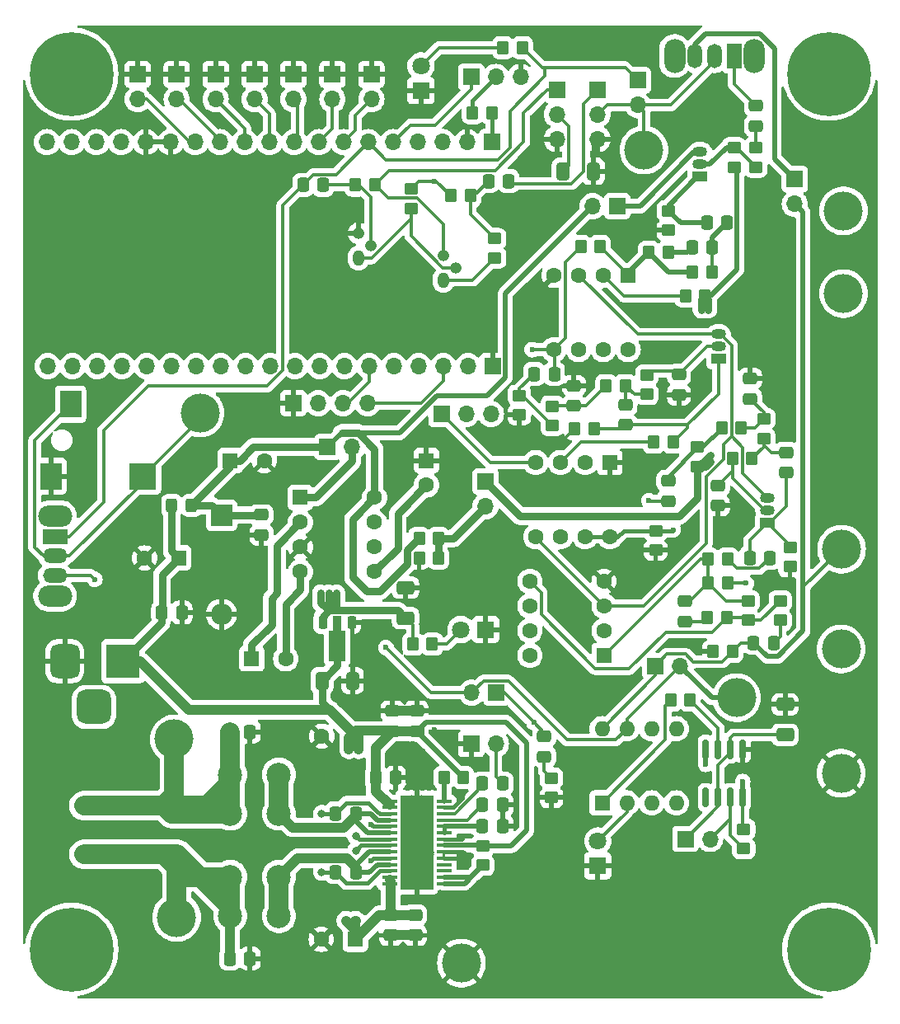
<source format=gbr>
%TF.GenerationSoftware,KiCad,Pcbnew,8.0.6*%
%TF.CreationDate,2024-11-21T01:01:48-08:00*%
%TF.ProjectId,ECE 411 Project,45434520-3431-4312-9050-726f6a656374,r1.6*%
%TF.SameCoordinates,Original*%
%TF.FileFunction,Copper,L1,Top*%
%TF.FilePolarity,Positive*%
%FSLAX46Y46*%
G04 Gerber Fmt 4.6, Leading zero omitted, Abs format (unit mm)*
G04 Created by KiCad (PCBNEW 8.0.6) date 2024-11-21 01:01:48*
%MOMM*%
%LPD*%
G01*
G04 APERTURE LIST*
G04 Aperture macros list*
%AMRoundRect*
0 Rectangle with rounded corners*
0 $1 Rounding radius*
0 $2 $3 $4 $5 $6 $7 $8 $9 X,Y pos of 4 corners*
0 Add a 4 corners polygon primitive as box body*
4,1,4,$2,$3,$4,$5,$6,$7,$8,$9,$2,$3,0*
0 Add four circle primitives for the rounded corners*
1,1,$1+$1,$2,$3*
1,1,$1+$1,$4,$5*
1,1,$1+$1,$6,$7*
1,1,$1+$1,$8,$9*
0 Add four rect primitives between the rounded corners*
20,1,$1+$1,$2,$3,$4,$5,0*
20,1,$1+$1,$4,$5,$6,$7,0*
20,1,$1+$1,$6,$7,$8,$9,0*
20,1,$1+$1,$8,$9,$2,$3,0*%
%AMFreePoly0*
4,1,9,3.862500,-0.866500,0.737500,-0.866500,0.737500,-0.450000,-0.737500,-0.450000,-0.737500,0.450000,0.737500,0.450000,0.737500,0.866500,3.862500,0.866500,3.862500,-0.866500,3.862500,-0.866500,$1*%
G04 Aperture macros list end*
%TA.AperFunction,SMDPad,CuDef*%
%ADD10RoundRect,0.250000X0.475000X-0.337500X0.475000X0.337500X-0.475000X0.337500X-0.475000X-0.337500X0*%
%TD*%
%TA.AperFunction,ComponentPad*%
%ADD11R,1.700000X1.700000*%
%TD*%
%TA.AperFunction,ComponentPad*%
%ADD12O,1.700000X1.700000*%
%TD*%
%TA.AperFunction,SMDPad,CuDef*%
%ADD13RoundRect,0.250000X-0.450000X0.350000X-0.450000X-0.350000X0.450000X-0.350000X0.450000X0.350000X0*%
%TD*%
%TA.AperFunction,SMDPad,CuDef*%
%ADD14RoundRect,0.250000X0.412500X0.650000X-0.412500X0.650000X-0.412500X-0.650000X0.412500X-0.650000X0*%
%TD*%
%TA.AperFunction,ComponentPad*%
%ADD15R,1.800000X1.800000*%
%TD*%
%TA.AperFunction,ComponentPad*%
%ADD16C,1.800000*%
%TD*%
%TA.AperFunction,SMDPad,CuDef*%
%ADD17RoundRect,0.250000X-0.475000X0.337500X-0.475000X-0.337500X0.475000X-0.337500X0.475000X0.337500X0*%
%TD*%
%TA.AperFunction,ComponentPad*%
%ADD18C,4.000000*%
%TD*%
%TA.AperFunction,SMDPad,CuDef*%
%ADD19RoundRect,0.250000X0.450000X-0.350000X0.450000X0.350000X-0.450000X0.350000X-0.450000X-0.350000X0*%
%TD*%
%TA.AperFunction,SMDPad,CuDef*%
%ADD20RoundRect,0.250000X0.350000X0.450000X-0.350000X0.450000X-0.350000X-0.450000X0.350000X-0.450000X0*%
%TD*%
%TA.AperFunction,SMDPad,CuDef*%
%ADD21RoundRect,0.250000X-0.337500X-0.475000X0.337500X-0.475000X0.337500X0.475000X-0.337500X0.475000X0*%
%TD*%
%TA.AperFunction,ComponentPad*%
%ADD22R,1.600000X1.600000*%
%TD*%
%TA.AperFunction,ComponentPad*%
%ADD23C,1.600000*%
%TD*%
%TA.AperFunction,SMDPad,CuDef*%
%ADD24RoundRect,0.250000X-0.350000X-0.450000X0.350000X-0.450000X0.350000X0.450000X-0.350000X0.450000X0*%
%TD*%
%TA.AperFunction,ComponentPad*%
%ADD25R,1.500000X1.050000*%
%TD*%
%TA.AperFunction,ComponentPad*%
%ADD26O,1.500000X1.050000*%
%TD*%
%TA.AperFunction,ComponentPad*%
%ADD27O,1.200000X1.600000*%
%TD*%
%TA.AperFunction,ComponentPad*%
%ADD28O,1.200000X1.200000*%
%TD*%
%TA.AperFunction,SMDPad,CuDef*%
%ADD29RoundRect,0.250000X0.325000X0.450000X-0.325000X0.450000X-0.325000X-0.450000X0.325000X-0.450000X0*%
%TD*%
%TA.AperFunction,ComponentPad*%
%ADD30O,1.600000X1.600000*%
%TD*%
%TA.AperFunction,SMDPad,CuDef*%
%ADD31RoundRect,0.225000X-0.225000X0.425000X-0.225000X-0.425000X0.225000X-0.425000X0.225000X0.425000X0*%
%TD*%
%TA.AperFunction,SMDPad,CuDef*%
%ADD32FreePoly0,270.000000*%
%TD*%
%TA.AperFunction,SMDPad,CuDef*%
%ADD33RoundRect,0.250000X0.337500X0.475000X-0.337500X0.475000X-0.337500X-0.475000X0.337500X-0.475000X0*%
%TD*%
%TA.AperFunction,SMDPad,CuDef*%
%ADD34RoundRect,0.150000X-0.150000X0.825000X-0.150000X-0.825000X0.150000X-0.825000X0.150000X0.825000X0*%
%TD*%
%TA.AperFunction,ComponentPad*%
%ADD35R,3.500000X3.500000*%
%TD*%
%TA.AperFunction,ComponentPad*%
%ADD36RoundRect,0.750000X-0.750000X-1.000000X0.750000X-1.000000X0.750000X1.000000X-0.750000X1.000000X0*%
%TD*%
%TA.AperFunction,ComponentPad*%
%ADD37RoundRect,0.875000X-0.875000X-0.875000X0.875000X-0.875000X0.875000X0.875000X-0.875000X0.875000X0*%
%TD*%
%TA.AperFunction,ComponentPad*%
%ADD38C,2.500000*%
%TD*%
%TA.AperFunction,ComponentPad*%
%ADD39R,2.200000X2.200000*%
%TD*%
%TA.AperFunction,ComponentPad*%
%ADD40O,2.200000X2.200000*%
%TD*%
%TA.AperFunction,SMDPad,CuDef*%
%ADD41RoundRect,0.250000X-0.650000X0.412500X-0.650000X-0.412500X0.650000X-0.412500X0.650000X0.412500X0*%
%TD*%
%TA.AperFunction,ComponentPad*%
%ADD42C,4.700000*%
%TD*%
%TA.AperFunction,ConnectorPad*%
%ADD43C,8.600000*%
%TD*%
%TA.AperFunction,SMDPad,CuDef*%
%ADD44R,2.200000X2.800000*%
%TD*%
%TA.AperFunction,SMDPad,CuDef*%
%ADD45R,2.800000X2.800000*%
%TD*%
%TA.AperFunction,SMDPad,CuDef*%
%ADD46RoundRect,0.250000X-0.412500X-0.650000X0.412500X-0.650000X0.412500X0.650000X-0.412500X0.650000X0*%
%TD*%
%TA.AperFunction,ComponentPad*%
%ADD47C,1.950000*%
%TD*%
%TA.AperFunction,SMDPad,CuDef*%
%ADD48R,1.600000X0.300000*%
%TD*%
%TA.AperFunction,ComponentPad*%
%ADD49C,0.800000*%
%TD*%
%TA.AperFunction,SMDPad,CuDef*%
%ADD50R,3.400000X9.700000*%
%TD*%
%TA.AperFunction,SMDPad,CuDef*%
%ADD51RoundRect,0.250000X0.650000X-0.412500X0.650000X0.412500X-0.650000X0.412500X-0.650000X-0.412500X0*%
%TD*%
%TA.AperFunction,ComponentPad*%
%ADD52O,3.500000X2.200000*%
%TD*%
%TA.AperFunction,ComponentPad*%
%ADD53R,2.500000X1.500000*%
%TD*%
%TA.AperFunction,ComponentPad*%
%ADD54O,2.500000X1.500000*%
%TD*%
%TA.AperFunction,ComponentPad*%
%ADD55O,2.200000X3.500000*%
%TD*%
%TA.AperFunction,ComponentPad*%
%ADD56R,1.500000X2.500000*%
%TD*%
%TA.AperFunction,ComponentPad*%
%ADD57O,1.500000X2.500000*%
%TD*%
%TA.AperFunction,ViaPad*%
%ADD58C,0.600000*%
%TD*%
%TA.AperFunction,ViaPad*%
%ADD59C,0.800000*%
%TD*%
%TA.AperFunction,Conductor*%
%ADD60C,0.300000*%
%TD*%
%TA.AperFunction,Conductor*%
%ADD61C,1.000000*%
%TD*%
%TA.AperFunction,Conductor*%
%ADD62C,0.400000*%
%TD*%
%TA.AperFunction,Conductor*%
%ADD63C,0.800000*%
%TD*%
%TA.AperFunction,Conductor*%
%ADD64C,0.500000*%
%TD*%
%TA.AperFunction,Conductor*%
%ADD65C,2.000000*%
%TD*%
G04 APERTURE END LIST*
D10*
%TO.P,C17,1*%
%TO.N,Net-(Q4-E)*%
X110100000Y-69637500D03*
%TO.P,C17,2*%
%TO.N,Net-(C17-Pad2)*%
X110100000Y-67562500D03*
%TD*%
D11*
%TO.P,RV5,1,1*%
%TO.N,Net-(Q6-E)*%
X86550000Y-30300000D03*
D12*
%TO.P,RV5,2,2*%
%TO.N,Net-(C40-Pad2)*%
X86550000Y-32840000D03*
%TO.P,RV5,3,3*%
%TO.N,GND*%
X86550000Y-35380000D03*
%TD*%
D13*
%TO.P,R47,1*%
%TO.N,Net-(C39-Pad1)*%
X80162500Y-45600000D03*
%TO.P,R47,2*%
%TO.N,Net-(Q6-C)*%
X80162500Y-47600000D03*
%TD*%
D14*
%TO.P,C40,1*%
%TO.N,GND*%
X90312500Y-38700000D03*
%TO.P,C40,2*%
%TO.N,Net-(C40-Pad2)*%
X87187500Y-38700000D03*
%TD*%
D15*
%TO.P,D3,1,K*%
%TO.N,GND*%
X90750000Y-110000000D03*
D16*
%TO.P,D3,2,A*%
%TO.N,Net-(D3-A)*%
X90750000Y-107460000D03*
%TD*%
D11*
%TO.P,SW3,1,1*%
%TO.N,GND*%
X51500000Y-28750000D03*
D12*
%TO.P,SW3,2,2*%
%TO.N,/ESP32-S3-WROOM Dev Board/BTN2*%
X51500000Y-31290000D03*
%TD*%
D17*
%TO.P,C26,1*%
%TO.N,GND*%
X69652651Y-94112500D03*
%TO.P,C26,2*%
%TO.N,Vin*%
X69652651Y-96187500D03*
%TD*%
D18*
%TO.P,FUZ-CHO1,1,1*%
%TO.N,/Fuzz Schematic/FUZZOUT*%
X95500000Y-36500000D03*
%TD*%
D19*
%TO.P,R25,1*%
%TO.N,Net-(C14-Pad2)*%
X95800000Y-61600000D03*
%TO.P,R25,2*%
%TO.N,Net-(Q3-B)*%
X95800000Y-59600000D03*
%TD*%
D13*
%TO.P,R45,1*%
%TO.N,-9V*%
X71562500Y-40500000D03*
%TO.P,R45,2*%
%TO.N,Net-(Q5-C)*%
X71562500Y-42500000D03*
%TD*%
D20*
%TO.P,R21,1*%
%TO.N,Net-(V3207D1-+)*%
X91000000Y-46400000D03*
%TO.P,R21,2*%
%TO.N,Net-(C12-Pad1)*%
X89000000Y-46400000D03*
%TD*%
D17*
%TO.P,C20,1*%
%TO.N,Net-(V3207D2-+)*%
X99700000Y-82862500D03*
%TO.P,C20,2*%
%TO.N,Net-(C20-Pad2)*%
X99700000Y-84937500D03*
%TD*%
D21*
%TO.P,C38,1*%
%TO.N,/FX*%
X60462500Y-40100000D03*
%TO.P,C38,2*%
%TO.N,Net-(Q5-B)*%
X62537500Y-40100000D03*
%TD*%
D20*
%TO.P,R43,1*%
%TO.N,Vin*%
X76952651Y-100950000D03*
%TO.P,R43,2*%
%TO.N,Net-(U9-PBTL)*%
X74952651Y-100950000D03*
%TD*%
D22*
%TO.P,C42,1*%
%TO.N,Vin*%
X47700000Y-78400000D03*
D23*
%TO.P,C42,2*%
%TO.N,GND*%
X44200000Y-78400000D03*
%TD*%
D10*
%TO.P,C16,1*%
%TO.N,Net-(U3-OUT1)*%
X98000000Y-72537500D03*
%TO.P,C16,2*%
%TO.N,Net-(C16-Pad2)*%
X98000000Y-70462500D03*
%TD*%
D13*
%TO.P,R28,1*%
%TO.N,Net-(C16-Pad2)*%
X101000000Y-67000000D03*
%TO.P,R28,2*%
%TO.N,/Chorus Effect/V.5in*%
X101000000Y-69000000D03*
%TD*%
D24*
%TO.P,R35,1*%
%TO.N,Net-(C20-Pad2)*%
X102000000Y-84500000D03*
%TO.P,R35,2*%
%TO.N,Net-(R34-Pad2)*%
X104000000Y-84500000D03*
%TD*%
D20*
%TO.P,R5,1*%
%TO.N,+4.5V*%
X74400000Y-78400000D03*
%TO.P,R5,2*%
%TO.N,GND*%
X72400000Y-78400000D03*
%TD*%
D25*
%TO.P,Q3,1,E*%
%TO.N,Net-(Q3-E)*%
X103160000Y-57970000D03*
D26*
%TO.P,Q3,2,B*%
%TO.N,Net-(Q3-B)*%
X103160000Y-56700000D03*
%TO.P,Q3,3,C*%
%TO.N,/Chorus Effect/Vin*%
X103160000Y-55430000D03*
%TD*%
D27*
%TO.P,Q6,1,C*%
%TO.N,Net-(Q6-C)*%
X74892500Y-49870000D03*
D28*
%TO.P,Q6,2,B*%
%TO.N,Net-(Q5-C)*%
X76162500Y-48600000D03*
%TO.P,Q6,3,E*%
%TO.N,Net-(Q6-E)*%
X74892500Y-47330000D03*
%TD*%
D29*
%TO.P,D1,1,K*%
%TO.N,+9V*%
X49025000Y-73000000D03*
%TO.P,D1,2,A*%
%TO.N,Vin*%
X46975000Y-73000000D03*
%TD*%
D13*
%TO.P,R1,1*%
%TO.N,+5V*%
X105750000Y-106250000D03*
%TO.P,R1,2*%
%TO.N,Net-(U4-DIS)*%
X105750000Y-108250000D03*
%TD*%
D20*
%TO.P,R19,1*%
%TO.N,Net-(C11-Pad2)*%
X98000000Y-47000000D03*
%TO.P,R19,2*%
%TO.N,Net-(V3207D1-+)*%
X96000000Y-47000000D03*
%TD*%
D18*
%TO.P,GND1,1,1*%
%TO.N,GND*%
X76750000Y-120000000D03*
%TD*%
%TO.P,SPK+1,1,1*%
%TO.N,/Class-D Amplification/SPK+*%
X47500000Y-115300000D03*
%TD*%
D22*
%TO.P,U5,1*%
%TO.N,Net-(R2-Pad2)*%
X91200000Y-103550000D03*
D30*
%TO.P,U5,2*%
%TO.N,Net-(D3-A)*%
X93740000Y-103550000D03*
%TO.P,U5,3*%
%TO.N,N/C*%
X96280000Y-103550000D03*
%TO.P,U5,4*%
X98820000Y-103550000D03*
%TO.P,U5,5*%
X98820000Y-95930000D03*
%TO.P,U5,6*%
X96280000Y-95930000D03*
%TO.P,U5,7*%
%TO.N,/Amp*%
X93740000Y-95930000D03*
%TO.P,U5,8*%
%TO.N,/Chorus Effect/CHORUSOUT*%
X91200000Y-95930000D03*
%TD*%
D31*
%TO.P,U1,1,GND*%
%TO.N,GND*%
X65500000Y-85050000D03*
D32*
%TO.P,U1,2,VIN*%
%TO.N,Vin*%
X64000000Y-85137500D03*
D31*
%TO.P,U1,3,VOUT*%
%TO.N,+5V*%
X62500000Y-85050000D03*
%TD*%
D33*
%TO.P,C12,1*%
%TO.N,Net-(C12-Pad1)*%
X86287500Y-59500000D03*
%TO.P,C12,2*%
%TO.N,Net-(C12-Pad2)*%
X84212500Y-59500000D03*
%TD*%
D11*
%TO.P,SW2,1,1*%
%TO.N,GND*%
X47500000Y-28750000D03*
D12*
%TO.P,SW2,2,2*%
%TO.N,/ESP32-S3-WROOM Dev Board/BTN1*%
X47500000Y-31290000D03*
%TD*%
D17*
%TO.P,C27,1*%
%TO.N,Vin*%
X72000000Y-115075000D03*
%TO.P,C27,2*%
%TO.N,GND*%
X72000000Y-117150000D03*
%TD*%
D34*
%TO.P,U4,1,GND*%
%TO.N,GND*%
X105655000Y-98025000D03*
%TO.P,U4,2,TR*%
%TO.N,Net-(U4-THR)*%
X104385000Y-98025000D03*
%TO.P,U4,3,Q*%
%TO.N,/Tremolo Effect/CLK*%
X103115000Y-98025000D03*
%TO.P,U4,4,R*%
%TO.N,+5V*%
X101845000Y-98025000D03*
%TO.P,U4,5,CV*%
%TO.N,unconnected-(U4-CV-Pad5)*%
X101845000Y-102975000D03*
%TO.P,U4,6,THR*%
%TO.N,Net-(U4-THR)*%
X103115000Y-102975000D03*
%TO.P,U4,7,DIS*%
%TO.N,Net-(U4-DIS)*%
X104385000Y-102975000D03*
%TO.P,U4,8,VCC*%
%TO.N,+5V*%
X105655000Y-102975000D03*
%TD*%
D10*
%TO.P,C18,1*%
%TO.N,GND*%
X103100000Y-73037500D03*
%TO.P,C18,2*%
%TO.N,Net-(Q4-B)*%
X103100000Y-70962500D03*
%TD*%
D17*
%TO.P,C7,1*%
%TO.N,+9V*%
X56200000Y-73962500D03*
%TO.P,C7,2*%
%TO.N,GND*%
X56200000Y-76037500D03*
%TD*%
D22*
%TO.P,C8,1*%
%TO.N,Net-(U2-CAP+)*%
X55200000Y-88750000D03*
D23*
%TO.P,C8,2*%
%TO.N,Net-(U2-CAP-)*%
X58700000Y-88750000D03*
%TD*%
D24*
%TO.P,R27,1*%
%TO.N,Net-(U3-IN)*%
X96500000Y-66500000D03*
%TO.P,R27,2*%
%TO.N,Net-(Q3-E)*%
X98500000Y-66500000D03*
%TD*%
D35*
%TO.P,J1,1*%
%TO.N,Vin*%
X42000000Y-89000000D03*
D36*
%TO.P,J1,2*%
%TO.N,GND*%
X36000000Y-89000000D03*
D37*
%TO.P,J1,3*%
%TO.N,N/C*%
X39000000Y-93700000D03*
%TD*%
D24*
%TO.P,R48,1*%
%TO.N,-9V*%
X75662500Y-41200000D03*
%TO.P,R48,2*%
%TO.N,Net-(C39-Pad1)*%
X77662500Y-41200000D03*
%TD*%
D11*
%TO.P,CHTPS1,1,Pin_1*%
%TO.N,Net-(CHTPS1-Pin_1)*%
X74700000Y-63600000D03*
D12*
%TO.P,CHTPS1,2,Pin_2*%
%TO.N,Net-(CHTPS1-Pin_2)*%
X77240000Y-63600000D03*
%TO.P,CHTPS1,3,Pin_3*%
%TO.N,Net-(CHTPS1-Pin_3)*%
X79780000Y-63600000D03*
%TD*%
D18*
%TO.P,LINE_{OUT}1,1,1*%
%TO.N,/Amp*%
X105000000Y-92750000D03*
%TD*%
D38*
%TO.P,L1,1,1*%
%TO.N,/Class-D Amplification/OUTPL*%
X58000000Y-111150000D03*
X58000000Y-115150000D03*
%TO.P,L1,2,2*%
%TO.N,/Class-D Amplification/SPK+*%
X53000000Y-111150000D03*
X53000000Y-115150000D03*
%TD*%
D33*
%TO.P,C21,1*%
%TO.N,Net-(C21-Pad1)*%
X108837500Y-87100000D03*
%TO.P,C21,2*%
%TO.N,/Chorus Effect/CHORUSOUT*%
X106762500Y-87100000D03*
%TD*%
D11*
%TO.P,RV3,1,1*%
%TO.N,/Chorus Effect/CHORUSOUT*%
X96650000Y-89475000D03*
D12*
%TO.P,RV3,2,2*%
%TO.N,/Amp*%
X99190000Y-89475000D03*
%TD*%
D25*
%TO.P,Q4,1,E*%
%TO.N,Net-(Q4-E)*%
X108160000Y-74770000D03*
D26*
%TO.P,Q4,2,B*%
%TO.N,Net-(Q4-B)*%
X108160000Y-73500000D03*
%TO.P,Q4,3,C*%
%TO.N,/Chorus Effect/Vin*%
X108160000Y-72230000D03*
%TD*%
D22*
%TO.P,U3,1,GND*%
%TO.N,GND*%
X92010000Y-68595000D03*
D23*
%TO.P,U3,2,CP1*%
%TO.N,Net-(CHTPS1-Pin_2)*%
X89470000Y-68595000D03*
%TO.P,U3,3,IN*%
%TO.N,Net-(U3-IN)*%
X86930000Y-68595000D03*
%TO.P,U3,4,VGG*%
%TO.N,Net-(CHTPS1-Pin_1)*%
X84390000Y-68595000D03*
%TO.P,U3,5,VDD*%
%TO.N,/Chorus Effect/Vin*%
X84390000Y-76215000D03*
%TO.P,U3,6,CP2*%
%TO.N,Net-(CHTPS1-Pin_3)*%
X86930000Y-76215000D03*
%TO.P,U3,7,OUT1*%
%TO.N,Net-(U3-OUT1)*%
X89470000Y-76215000D03*
%TO.P,U3,8,OUT2*%
X92010000Y-76215000D03*
%TD*%
D10*
%TO.P,C15,1*%
%TO.N,GND*%
X99100000Y-61637500D03*
%TO.P,C15,2*%
%TO.N,Net-(Q3-B)*%
X99100000Y-59562500D03*
%TD*%
D20*
%TO.P,R18,1*%
%TO.N,Net-(C10-Pad2)*%
X102500000Y-49000000D03*
%TO.P,R18,2*%
%TO.N,Net-(V3207D1-+)*%
X100500000Y-49000000D03*
%TD*%
D21*
%TO.P,C39,1*%
%TO.N,Net-(C39-Pad1)*%
X79525000Y-39700000D03*
%TO.P,C39,2*%
%TO.N,Net-(C39-Pad2)*%
X81600000Y-39700000D03*
%TD*%
D39*
%TO.P,D2,1,K*%
%TO.N,+9V*%
X52100000Y-74000000D03*
D40*
%TO.P,D2,2,A*%
%TO.N,GND*%
X52100000Y-84160000D03*
%TD*%
D21*
%TO.P,C36,1*%
%TO.N,/Class-D Amplification/SPK+*%
X52962500Y-119550000D03*
%TO.P,C36,2*%
%TO.N,GND*%
X55037500Y-119550000D03*
%TD*%
D41*
%TO.P,C2,1*%
%TO.N,GND*%
X110000000Y-93437500D03*
%TO.P,C2,2*%
%TO.N,Net-(U4-THR)*%
X110000000Y-96562500D03*
%TD*%
D21*
%TO.P,C33,1*%
%TO.N,/Class-D Amplification/RINN*%
X78915151Y-103750000D03*
%TO.P,C33,2*%
%TO.N,GND*%
X80990151Y-103750000D03*
%TD*%
D42*
%TO.P,M4,1*%
%TO.N,N/C*%
X114500000Y-28700000D03*
D43*
X114500000Y-28700000D03*
%TD*%
D11*
%TO.P,J7,1,Pin_1*%
%TO.N,/Chorus Effect/Vin*%
X92750000Y-42275000D03*
D12*
%TO.P,J7,2,Pin_2*%
%TO.N,+9V*%
X90210000Y-42275000D03*
%TD*%
D18*
%TO.P,V9,1,1*%
%TO.N,+9V*%
X116000000Y-51250000D03*
%TD*%
D15*
%TO.P,D4,1,K*%
%TO.N,GND*%
X79250000Y-85750000D03*
D16*
%TO.P,D4,2,A*%
%TO.N,Net-(D4-A)*%
X76710000Y-85750000D03*
%TD*%
D13*
%TO.P,R30,1*%
%TO.N,Net-(C41-Pad1)*%
X107800000Y-64100000D03*
%TO.P,R30,2*%
%TO.N,Net-(C17-Pad2)*%
X107800000Y-66100000D03*
%TD*%
D11*
%TO.P,SW5,1,1*%
%TO.N,GND*%
X59500000Y-28750000D03*
D12*
%TO.P,SW5,2,2*%
%TO.N,/ESP32-S3-WROOM Dev Board/BTN4*%
X59500000Y-31290000D03*
%TD*%
D17*
%TO.P,C13,1*%
%TO.N,GND*%
X88300000Y-60700000D03*
%TO.P,C13,2*%
%TO.N,Net-(C13-Pad2)*%
X88300000Y-62775000D03*
%TD*%
D13*
%TO.P,R40,1*%
%TO.N,Vin*%
X78952651Y-107950000D03*
%TO.P,R40,2*%
%TO.N,/Class-D Amplification/SIG*%
X78952651Y-109950000D03*
%TD*%
D44*
%TO.P,J4,S*%
%TO.N,GND*%
X34600000Y-70000000D03*
D45*
%TO.P,J4,T*%
%TO.N,/LineIn*%
X44000000Y-70000000D03*
D44*
X36600000Y-62600000D03*
%TD*%
D46*
%TO.P,C4,1*%
%TO.N,Vin*%
X62437500Y-91000000D03*
%TO.P,C4,2*%
%TO.N,GND*%
X65562500Y-91000000D03*
%TD*%
D13*
%TO.P,R32,1*%
%TO.N,Net-(Q4-E)*%
X110500000Y-77300000D03*
%TO.P,R32,2*%
%TO.N,GND*%
X110500000Y-79300000D03*
%TD*%
%TO.P,R16,1*%
%TO.N,Net-(Q2-B)*%
X104750000Y-36250000D03*
%TO.P,R16,2*%
%TO.N,/Chorus Effect/V.5in*%
X104750000Y-38250000D03*
%TD*%
D18*
%TO.P,SPK-1,1,1*%
%TO.N,/Class-D Amplification/SPK-*%
X47250000Y-97000000D03*
%TD*%
D11*
%TO.P,RV2,1,1*%
%TO.N,Net-(SW10-C)*%
X111000000Y-39500000D03*
D12*
%TO.P,RV2,2,2*%
%TO.N,/Chorus Effect/CHORUSOUT*%
X111000000Y-42040000D03*
%TD*%
D19*
%TO.P,R39,1*%
%TO.N,GND*%
X86000000Y-103000000D03*
%TO.P,R39,2*%
%TO.N,Net-(C23-Pad2)*%
X86000000Y-101000000D03*
%TD*%
D47*
%TO.P,J3,1_1,1_1*%
%TO.N,/Class-D Amplification/SPK-*%
X46150000Y-103830000D03*
%TO.P,J3,1_2,1_2*%
X37950000Y-103830000D03*
%TO.P,J3,2_1,2_1*%
%TO.N,/Class-D Amplification/SPK+*%
X46150000Y-108830000D03*
%TO.P,J3,2_2,2_2*%
X37950000Y-108830000D03*
%TD*%
D24*
%TO.P,R4,1*%
%TO.N,+9V*%
X72400000Y-76400000D03*
%TO.P,R4,2*%
%TO.N,+4.5V*%
X74400000Y-76400000D03*
%TD*%
D38*
%TO.P,L2,1,1*%
%TO.N,/Class-D Amplification/OUTPR*%
X58000000Y-100650000D03*
X58000000Y-104650000D03*
%TO.P,L2,2,2*%
%TO.N,/Class-D Amplification/SPK-*%
X53000000Y-100650000D03*
X53000000Y-104650000D03*
%TD*%
D17*
%TO.P,C1,1*%
%TO.N,/Chorus Effect/CHORUSIN*%
X107000000Y-31962500D03*
%TO.P,C1,2*%
%TO.N,Net-(C1-Pad2)*%
X107000000Y-34037500D03*
%TD*%
D22*
%TO.P,C24,1*%
%TO.N,Vin*%
X65900000Y-96700000D03*
D23*
%TO.P,C24,2*%
%TO.N,GND*%
X62400000Y-96700000D03*
%TD*%
D11*
%TO.P,OLED1,1,GND*%
%TO.N,GND*%
X59500000Y-62500000D03*
D12*
%TO.P,OLED1,2,VCC*%
%TO.N,+5V*%
X62040000Y-62500000D03*
%TO.P,OLED1,3,SDA*%
%TO.N,/SDA*%
X64580000Y-62500000D03*
%TO.P,OLED1,4,SCL*%
%TO.N,/SCL*%
X67120000Y-62500000D03*
%TD*%
D42*
%TO.P,M4,1*%
%TO.N,N/C*%
X36700000Y-118600000D03*
D43*
X36700000Y-118600000D03*
%TD*%
D22*
%TO.P,C22,1*%
%TO.N,GND*%
X73150000Y-68400000D03*
D23*
%TO.P,C22,2*%
%TO.N,-9V*%
X73150000Y-70900000D03*
%TD*%
D25*
%TO.P,Q2,1,E*%
%TO.N,Net-(Q2-E)*%
X101250000Y-39250000D03*
D26*
%TO.P,Q2,2,B*%
%TO.N,Net-(Q2-B)*%
X101250000Y-37980000D03*
%TO.P,Q2,3,C*%
%TO.N,/Chorus Effect/Vin*%
X101250000Y-36710000D03*
%TD*%
D11*
%TO.P,J5,1,Pin_1*%
%TO.N,GND*%
X77750000Y-97500000D03*
D12*
%TO.P,J5,2,Pin_2*%
%TO.N,/LineOut*%
X80290000Y-97500000D03*
%TD*%
D10*
%TO.P,C41,1*%
%TO.N,Net-(C41-Pad1)*%
X106400000Y-62037500D03*
%TO.P,C41,2*%
%TO.N,GND*%
X106400000Y-59962500D03*
%TD*%
D21*
%TO.P,C35,1*%
%TO.N,/Class-D Amplification/BSNR*%
X63815151Y-104650000D03*
%TO.P,C35,2*%
%TO.N,/Class-D Amplification/OUTPR*%
X65890151Y-104650000D03*
%TD*%
D11*
%TO.P,SW6,1,1*%
%TO.N,GND*%
X63500000Y-28750000D03*
D12*
%TO.P,SW6,2,2*%
%TO.N,/ESP32-S3-WROOM Dev Board/BTN5*%
X63500000Y-31290000D03*
%TD*%
D22*
%TO.P,V3207D1,1,+*%
%TO.N,Net-(V3207D1-+)*%
X93870000Y-49380000D03*
D23*
%TO.P,V3207D1,2,-*%
%TO.N,Net-(V3207D1--)*%
X91330000Y-49380000D03*
%TO.P,V3207D1,3,V+*%
%TO.N,/Chorus Effect/Vin*%
X88790000Y-49380000D03*
%TO.P,V3207D1,4,V-*%
%TO.N,GND*%
X86250000Y-49380000D03*
%TO.P,V3207D1,5*%
%TO.N,Net-(C12-Pad1)*%
X86250000Y-57000000D03*
%TO.P,V3207D1,6*%
%TO.N,N/C*%
X88790000Y-57000000D03*
%TO.P,V3207D1,7*%
X91330000Y-57000000D03*
%TO.P,V3207D1,8*%
X93870000Y-57000000D03*
%TD*%
D48*
%TO.P,U9,1,SD*%
%TO.N,/Class-D Amplification/SIG*%
X74952651Y-111825000D03*
%TO.P,U9,2,FAULT*%
X74952651Y-111175000D03*
%TO.P,U9,3,LINP*%
%TO.N,unconnected-(U9-LINP-Pad3)*%
X74952651Y-110525000D03*
%TO.P,U9,4,LINN*%
%TO.N,unconnected-(U9-LINN-Pad4)*%
X74952651Y-109875000D03*
%TO.P,U9,5,NC*%
%TO.N,GND*%
X74952651Y-109225000D03*
%TO.P,U9,6,NC*%
X74952651Y-108575000D03*
%TO.P,U9,7,AVCC*%
%TO.N,Vin*%
X74952651Y-107925000D03*
%TO.P,U9,8,GND-2*%
%TO.N,GND*%
X74952651Y-107275000D03*
%TO.P,U9,9,GVDD*%
%TO.N,/Class-D Amplification/GVDD*%
X74952651Y-106625000D03*
%TO.P,U9,10,PLIMIT*%
X74952651Y-105975000D03*
%TO.P,U9,11,RINN*%
%TO.N,/Class-D Amplification/RINN*%
X74952651Y-105325000D03*
%TO.P,U9,12,RINP*%
%TO.N,/Class-D Amplification/RINP*%
X74952651Y-104675000D03*
%TO.P,U9,13,NC*%
%TO.N,GND*%
X74952651Y-104025000D03*
%TO.P,U9,14,PBTL*%
%TO.N,Net-(U9-PBTL)*%
X74952651Y-103375000D03*
%TO.P,U9,15,PVCCR*%
%TO.N,Vin*%
X69352651Y-103375000D03*
%TO.P,U9,16,PVCCR*%
X69352651Y-104025000D03*
%TO.P,U9,17,BSPR*%
%TO.N,/Class-D Amplification/BSNR*%
X69352651Y-104675000D03*
%TO.P,U9,18,OUTPR*%
%TO.N,/Class-D Amplification/OUTPR*%
X69352651Y-105325000D03*
%TO.P,U9,19,GND-1*%
%TO.N,GND*%
X69352651Y-105975000D03*
%TO.P,U9,20,OUTNR*%
%TO.N,/Class-D Amplification/OUTPR*%
X69352651Y-106625000D03*
%TO.P,U9,21,BSNR*%
%TO.N,/Class-D Amplification/BSNR*%
X69352651Y-107275000D03*
%TO.P,U9,22,BSNL*%
%TO.N,/Class-D Amplification/BSPL*%
X69352651Y-107925000D03*
%TO.P,U9,23,OUTNL*%
%TO.N,/Class-D Amplification/OUTPL*%
X69352651Y-108575000D03*
%TO.P,U9,24,GND*%
%TO.N,GND*%
X69352651Y-109225000D03*
%TO.P,U9,25,OUTPL*%
%TO.N,/Class-D Amplification/OUTPL*%
X69352651Y-109875000D03*
%TO.P,U9,26,BSPL*%
%TO.N,/Class-D Amplification/BSPL*%
X69352651Y-110525000D03*
%TO.P,U9,27,PVCCL*%
%TO.N,Vin*%
X69352651Y-111175000D03*
%TO.P,U9,28,PVCCL*%
X69352651Y-111825000D03*
D49*
%TO.P,U9,29,PAD*%
%TO.N,GND*%
X73152651Y-111600000D03*
X73152651Y-110450000D03*
X73152651Y-109300000D03*
X73152651Y-108150000D03*
X73152651Y-107000000D03*
X73152651Y-105850000D03*
X73152651Y-104700000D03*
X73152651Y-103550000D03*
X72152651Y-111600000D03*
X72152651Y-110450000D03*
X72152651Y-109300000D03*
X72152651Y-108150000D03*
D50*
X72152651Y-107600000D03*
D49*
X72152651Y-107000000D03*
X72152651Y-105850000D03*
X72152651Y-104700000D03*
X72152651Y-103550000D03*
X71152651Y-111600000D03*
X71152651Y-110450000D03*
X71152651Y-109300000D03*
X71152651Y-108150000D03*
X71152651Y-107000000D03*
X71152651Y-105850000D03*
X71152651Y-104700000D03*
X71152651Y-103550000D03*
%TD*%
D11*
%TO.P,J6,1,Pin_1*%
%TO.N,/Chorus Effect/V.5in*%
X79225000Y-70550000D03*
D12*
%TO.P,J6,2,Pin_2*%
%TO.N,+4.5V*%
X79225000Y-73090000D03*
%TD*%
D17*
%TO.P,C29,1*%
%TO.N,GND*%
X72152651Y-94112500D03*
%TO.P,C29,2*%
%TO.N,Vin*%
X72152651Y-96187500D03*
%TD*%
D11*
%TO.P,J2,1,Pin_1*%
%TO.N,+9V*%
X63000000Y-67000000D03*
D12*
%TO.P,J2,2,Pin_2*%
%TO.N,Net-(J2-Pin_2)*%
X65540000Y-67000000D03*
%TD*%
D33*
%TO.P,C43,1*%
%TO.N,GND*%
X48037500Y-84000000D03*
%TO.P,C43,2*%
%TO.N,Vin*%
X45962500Y-84000000D03*
%TD*%
D18*
%TO.P,GENOUT1,1,1*%
%TO.N,/FX*%
X116000000Y-42750000D03*
%TD*%
D21*
%TO.P,C37,1*%
%TO.N,/Class-D Amplification/SPK-*%
X52962500Y-96250000D03*
%TO.P,C37,2*%
%TO.N,GND*%
X55037500Y-96250000D03*
%TD*%
D51*
%TO.P,C6,1*%
%TO.N,+5V*%
X71000000Y-84562500D03*
%TO.P,C6,2*%
%TO.N,GND*%
X71000000Y-81437500D03*
%TD*%
D20*
%TO.P,R12,1*%
%TO.N,/FX*%
X83000000Y-26000000D03*
%TO.P,R12,2*%
%TO.N,Net-(D5-A)*%
X81000000Y-26000000D03*
%TD*%
D13*
%TO.P,R17,1*%
%TO.N,Net-(C1-Pad2)*%
X107000000Y-36250000D03*
%TO.P,R17,2*%
%TO.N,Net-(Q2-B)*%
X107000000Y-38250000D03*
%TD*%
D10*
%TO.P,C14,1*%
%TO.N,Net-(Q3-E)*%
X93600000Y-64737500D03*
%TO.P,C14,2*%
%TO.N,Net-(C14-Pad2)*%
X93600000Y-62662500D03*
%TD*%
D42*
%TO.P,M4,1*%
%TO.N,N/C*%
X36700000Y-28700000D03*
D43*
X36700000Y-28700000D03*
%TD*%
D11*
%TO.P,RV7,1,1*%
%TO.N,/LineOut*%
X80350000Y-92225000D03*
D12*
%TO.P,RV7,2,2*%
%TO.N,/Amp*%
X77810000Y-92225000D03*
%TD*%
D11*
%TO.P,U6,1,3V3*%
%TO.N,/ESP32-S3-WROOM Dev Board/MCU3v3*%
X79880000Y-35700000D03*
D12*
%TO.P,U6,2,EN*%
%TO.N,GND*%
X77340000Y-35700000D03*
%TO.P,U6,3,SENSOR_VP*%
%TO.N,unconnected-(U6-SENSOR_VP-Pad3)*%
X74800000Y-35700000D03*
%TO.P,U6,4,SENSOR_VN*%
%TO.N,unconnected-(U6-SENSOR_VN-Pad4)*%
X72260000Y-35700000D03*
%TO.P,U6,5,IO34*%
%TO.N,/ESP32-S3-WROOM Dev Board/FREQ*%
X69720000Y-35700000D03*
%TO.P,U6,6,IO35*%
%TO.N,/FX*%
X67180000Y-35700000D03*
%TO.P,U6,7,IO32*%
%TO.N,/ESP32-S3-WROOM Dev Board/BTN6*%
X64640000Y-35700000D03*
%TO.P,U6,8,IO33*%
%TO.N,/ESP32-S3-WROOM Dev Board/BTN5*%
X62100000Y-35700000D03*
%TO.P,U6,9,IO25*%
%TO.N,/ESP32-S3-WROOM Dev Board/BTN4*%
X59560000Y-35700000D03*
%TO.P,U6,10,IO26*%
%TO.N,/ESP32-S3-WROOM Dev Board/BTN3*%
X57020000Y-35700000D03*
%TO.P,U6,11,IO27*%
%TO.N,/ESP32-S3-WROOM Dev Board/BTN2*%
X54480000Y-35700000D03*
%TO.P,U6,12,IO14*%
%TO.N,/ESP32-S3-WROOM Dev Board/BTN1*%
X51940000Y-35700000D03*
%TO.P,U6,13,IO12*%
%TO.N,/ESP32-S3-WROOM Dev Board/BTN0*%
X49400000Y-35700000D03*
%TO.P,U6,14,GND*%
%TO.N,GND*%
X46860000Y-35700000D03*
%TO.P,U6,15,GND*%
X44320000Y-35700000D03*
%TO.P,U6,16,SHD/SD2*%
%TO.N,unconnected-(U6-SHD{slash}SD2-Pad16)*%
X41780000Y-35700000D03*
%TO.P,U6,17,SWP/SD3*%
%TO.N,unconnected-(U6-SWP{slash}SD3-Pad17)*%
X39240000Y-35700000D03*
%TO.P,U6,18,SCS/CMD*%
%TO.N,unconnected-(U6-SCS{slash}CMD-Pad18)*%
X36700000Y-35700000D03*
%TO.P,U6,19,5V*%
%TO.N,+5V*%
X34160000Y-35700000D03*
%TO.P,U6,20,SCK/CLK*%
%TO.N,unconnected-(U6-SCK{slash}CLK-Pad20)*%
X34240000Y-58700000D03*
%TO.P,U6,21,SDO/SD0*%
%TO.N,unconnected-(U6-SDO{slash}SD0-Pad21)*%
X36780000Y-58700000D03*
%TO.P,U6,22,SDI/SD1*%
%TO.N,unconnected-(U6-SDI{slash}SD1-Pad22)*%
X39320000Y-58700000D03*
%TO.P,U6,23,IO15*%
%TO.N,unconnected-(U6-IO15-Pad23)*%
X41860000Y-58700000D03*
%TO.P,U6,24,IO2*%
%TO.N,unconnected-(U6-IO2-Pad24)*%
X44400000Y-58700000D03*
%TO.P,U6,25,IO0*%
%TO.N,unconnected-(U6-IO0-Pad25)*%
X46940000Y-58700000D03*
%TO.P,U6,26,IO4*%
%TO.N,unconnected-(U6-IO4-Pad26)*%
X49480000Y-58700000D03*
%TO.P,U6,27,IO16*%
%TO.N,unconnected-(U6-IO16-Pad27)*%
X52020000Y-58700000D03*
%TO.P,U6,28,IO17*%
%TO.N,unconnected-(U6-IO17-Pad28)*%
X54560000Y-58700000D03*
%TO.P,U6,29,IO5*%
%TO.N,unconnected-(U6-IO5-Pad29)*%
X57100000Y-58700000D03*
%TO.P,U6,30,IO18*%
%TO.N,unconnected-(U6-IO18-Pad30)*%
X59640000Y-58700000D03*
%TO.P,U6,31,IO19*%
%TO.N,unconnected-(U6-IO19-Pad31)*%
X62180000Y-58700000D03*
%TO.P,U6,32,NC*%
%TO.N,unconnected-(U6-NC-Pad32)*%
X64720000Y-58700000D03*
%TO.P,U6,33,IO21*%
%TO.N,/SDA*%
X67260000Y-58700000D03*
%TO.P,U6,34,RXD0/IO3*%
%TO.N,unconnected-(U6-RXD0{slash}IO3-Pad34)*%
X69800000Y-58700000D03*
%TO.P,U6,35,TXD0/IO1*%
%TO.N,unconnected-(U6-TXD0{slash}IO1-Pad35)*%
X72340000Y-58700000D03*
%TO.P,U6,36,IO22*%
%TO.N,/SCL*%
X74880000Y-58700000D03*
%TO.P,U6,37,IO23*%
%TO.N,unconnected-(U6-IO23-Pad37)*%
X77420000Y-58700000D03*
D11*
%TO.P,U6,38,GND*%
%TO.N,GND*%
X79960000Y-58700000D03*
%TD*%
D18*
%TO.P,CHO-TRE1,1,1*%
%TO.N,/Chorus Effect/CHORUSOUT*%
X115800000Y-77500000D03*
%TD*%
D24*
%TO.P,R46,1*%
%TO.N,Net-(Q5-B)*%
X65862500Y-40100000D03*
%TO.P,R46,2*%
%TO.N,Net-(Q6-E)*%
X67862500Y-40100000D03*
%TD*%
D20*
%TO.P,R20,1*%
%TO.N,/Chorus Effect/V.5in*%
X101750000Y-51500000D03*
%TO.P,R20,2*%
%TO.N,Net-(V3207D1--)*%
X99750000Y-51500000D03*
%TD*%
D21*
%TO.P,C19,1*%
%TO.N,Net-(Q4-E)*%
X106362500Y-78400000D03*
%TO.P,C19,2*%
%TO.N,Net-(C19-Pad2)*%
X108437500Y-78400000D03*
%TD*%
D17*
%TO.P,C30,1*%
%TO.N,Vin*%
X69500000Y-115075000D03*
%TO.P,C30,2*%
%TO.N,GND*%
X69500000Y-117150000D03*
%TD*%
D24*
%TO.P,R37,1*%
%TO.N,GND*%
X102600000Y-88000000D03*
%TO.P,R37,2*%
%TO.N,/Chorus Effect/CHORUSOUT*%
X104600000Y-88000000D03*
%TD*%
D13*
%TO.P,R10,1*%
%TO.N,Net-(Q2-E)*%
X98000000Y-42750000D03*
%TO.P,R10,2*%
%TO.N,GND*%
X98000000Y-44750000D03*
%TD*%
D22*
%TO.P,U2,1,FB/SHDN*%
%TO.N,Net-(J2-Pin_2)*%
X60195000Y-72190000D03*
D23*
%TO.P,U2,2,CAP+*%
%TO.N,Net-(U2-CAP+)*%
X60195000Y-74730000D03*
%TO.P,U2,3,GND*%
%TO.N,GND*%
X60195000Y-77270000D03*
%TO.P,U2,4,CAP-*%
%TO.N,Net-(U2-CAP-)*%
X60195000Y-79810000D03*
%TO.P,U2,5,-VOUT*%
%TO.N,-9V*%
X67815000Y-79810000D03*
%TO.P,U2,6,VREF*%
%TO.N,unconnected-(U2-VREF-Pad6)*%
X67815000Y-77270000D03*
%TO.P,U2,7,OSC*%
%TO.N,unconnected-(U2-OSC-Pad7)*%
X67815000Y-74730000D03*
%TO.P,U2,8,V+*%
%TO.N,+9V*%
X67815000Y-72190000D03*
%TD*%
D21*
%TO.P,C31,1*%
%TO.N,/Class-D Amplification/RINP*%
X78915151Y-101550000D03*
%TO.P,C31,2*%
%TO.N,/LineOut*%
X80990151Y-101550000D03*
%TD*%
D19*
%TO.P,R23,1*%
%TO.N,Net-(C12-Pad2)*%
X86100000Y-64800000D03*
%TO.P,R23,2*%
%TO.N,Net-(C13-Pad2)*%
X86100000Y-62800000D03*
%TD*%
D11*
%TO.P,RV8,1,1*%
%TO.N,/ESP32-S3-WROOM Dev Board/FREQ*%
X77750000Y-29000000D03*
D12*
%TO.P,RV8,2,2*%
%TO.N,Net-(R9-Pad1)*%
X80290000Y-29000000D03*
%TO.P,RV8,3,3*%
%TO.N,GND*%
X82830000Y-29000000D03*
%TD*%
D20*
%TO.P,R2,1*%
%TO.N,/Tremolo Effect/CLK*%
X100250000Y-93000000D03*
%TO.P,R2,2*%
%TO.N,Net-(R2-Pad2)*%
X98250000Y-93000000D03*
%TD*%
D13*
%TO.P,R8,1*%
%TO.N,Net-(U3-OUT1)*%
X96700000Y-75600000D03*
%TO.P,R8,2*%
%TO.N,GND*%
X96700000Y-77600000D03*
%TD*%
D20*
%TO.P,R6,1*%
%TO.N,Net-(C41-Pad1)*%
X105500000Y-65000000D03*
%TO.P,R6,2*%
%TO.N,Net-(C16-Pad2)*%
X103500000Y-65000000D03*
%TD*%
D21*
%TO.P,C10,1*%
%TO.N,Net-(Q2-E)*%
X101962500Y-44000000D03*
%TO.P,C10,2*%
%TO.N,Net-(C10-Pad2)*%
X104037500Y-44000000D03*
%TD*%
D11*
%TO.P,RV1,1,1*%
%TO.N,/FX*%
X94875000Y-29350000D03*
D12*
%TO.P,RV1,2,2*%
%TO.N,/Fuzz Schematic/FUZZOUT*%
X94875000Y-31890000D03*
%TD*%
D21*
%TO.P,C34,1*%
%TO.N,/Class-D Amplification/BSPL*%
X63815151Y-110650000D03*
%TO.P,C34,2*%
%TO.N,/Class-D Amplification/OUTPL*%
X65890151Y-110650000D03*
%TD*%
D15*
%TO.P,D5,1,K*%
%TO.N,GND*%
X72600000Y-30400000D03*
D16*
%TO.P,D5,2,A*%
%TO.N,Net-(D5-A)*%
X72600000Y-27860000D03*
%TD*%
D11*
%TO.P,SW1,1,1*%
%TO.N,GND*%
X43500000Y-28750000D03*
D12*
%TO.P,SW1,2,2*%
%TO.N,/ESP32-S3-WROOM Dev Board/BTN0*%
X43500000Y-31290000D03*
%TD*%
D11*
%TO.P,RV6,1,1*%
%TO.N,Net-(U4-THR)*%
X99750000Y-107250000D03*
D12*
%TO.P,RV6,2,2*%
%TO.N,Net-(U4-DIS)*%
X102290000Y-107250000D03*
%TD*%
D18*
%TO.P,VGND1,1,1*%
%TO.N,GND*%
X115750000Y-100500000D03*
%TD*%
D52*
%TO.P,SW9,*%
%TO.N,*%
X35000000Y-74100000D03*
X35000000Y-82300000D03*
D53*
%TO.P,SW9,1,A*%
%TO.N,/FX*%
X35000000Y-76200000D03*
D54*
%TO.P,SW9,2,B*%
%TO.N,/LineIn*%
X35000000Y-78200000D03*
%TO.P,SW9,3,C*%
%TO.N,/Amp*%
X35000000Y-80200000D03*
%TD*%
D13*
%TO.P,R36,1*%
%TO.N,Net-(R34-Pad2)*%
X109500000Y-82800000D03*
%TO.P,R36,2*%
%TO.N,Net-(C21-Pad1)*%
X109500000Y-84800000D03*
%TD*%
D22*
%TO.P,C5,1*%
%TO.N,+9V*%
X53000000Y-68400000D03*
D23*
%TO.P,C5,2*%
%TO.N,GND*%
X56500000Y-68400000D03*
%TD*%
D18*
%TO.P,LINE_{IN}1,1,1*%
%TO.N,/LineIn*%
X49900000Y-63500000D03*
%TD*%
D22*
%TO.P,V3207D2,1,+*%
%TO.N,Net-(V3207D2-+)*%
X91405000Y-88410000D03*
D23*
%TO.P,V3207D2,2,-*%
%TO.N,/Chorus Effect/V.5in*%
X91405000Y-85870000D03*
%TO.P,V3207D2,3,V+*%
%TO.N,/Chorus Effect/Vin*%
X91405000Y-83330000D03*
%TO.P,V3207D2,4,V-*%
%TO.N,GND*%
X91405000Y-80790000D03*
%TO.P,V3207D2,5*%
%TO.N,Net-(R34-Pad2)*%
X83785000Y-80790000D03*
%TO.P,V3207D2,6*%
%TO.N,N/C*%
X83785000Y-83330000D03*
%TO.P,V3207D2,7*%
X83785000Y-85870000D03*
%TO.P,V3207D2,8*%
X83785000Y-88410000D03*
%TD*%
D20*
%TO.P,R31,1*%
%TO.N,Net-(C17-Pad2)*%
X106600000Y-68200000D03*
%TO.P,R31,2*%
%TO.N,Net-(Q4-B)*%
X104600000Y-68200000D03*
%TD*%
D27*
%TO.P,Q5,1,C*%
%TO.N,Net-(Q5-C)*%
X66162500Y-47600000D03*
D28*
%TO.P,Q5,2,B*%
%TO.N,Net-(Q5-B)*%
X67432500Y-46330000D03*
%TO.P,Q5,3,E*%
%TO.N,GND*%
X66162500Y-45060000D03*
%TD*%
D11*
%TO.P,SW7,1,1*%
%TO.N,GND*%
X67500000Y-28750000D03*
D12*
%TO.P,SW7,2,2*%
%TO.N,/ESP32-S3-WROOM Dev Board/BTN6*%
X67500000Y-31290000D03*
%TD*%
D11*
%TO.P,SW4,1,1*%
%TO.N,GND*%
X55500000Y-28750000D03*
D12*
%TO.P,SW4,2,2*%
%TO.N,/ESP32-S3-WROOM Dev Board/BTN3*%
X55500000Y-31290000D03*
%TD*%
D20*
%TO.P,R3,1*%
%TO.N,Net-(C19-Pad2)*%
X104100000Y-78500000D03*
%TO.P,R3,2*%
%TO.N,Net-(V3207D2-+)*%
X102100000Y-78500000D03*
%TD*%
D22*
%TO.P,C25,1*%
%TO.N,Vin*%
X65852651Y-117550000D03*
D23*
%TO.P,C25,2*%
%TO.N,GND*%
X62352651Y-117550000D03*
%TD*%
D24*
%TO.P,R9,1*%
%TO.N,Net-(R9-Pad1)*%
X77900000Y-32700000D03*
%TO.P,R9,2*%
%TO.N,/ESP32-S3-WROOM Dev Board/MCU3v3*%
X79900000Y-32700000D03*
%TD*%
D21*
%TO.P,C28,1*%
%TO.N,Vin*%
X67915151Y-100950000D03*
%TO.P,C28,2*%
%TO.N,GND*%
X69990151Y-100950000D03*
%TD*%
D24*
%TO.P,R11,1*%
%TO.N,+5V*%
X71750000Y-87250000D03*
%TO.P,R11,2*%
%TO.N,Net-(D4-A)*%
X73750000Y-87250000D03*
%TD*%
D33*
%TO.P,C32,1*%
%TO.N,GND*%
X80990151Y-105950000D03*
%TO.P,C32,2*%
%TO.N,/Class-D Amplification/GVDD*%
X78915151Y-105950000D03*
%TD*%
%TO.P,C11,1*%
%TO.N,Net-(C10-Pad2)*%
X102537500Y-46500000D03*
%TO.P,C11,2*%
%TO.N,Net-(C11-Pad2)*%
X100462500Y-46500000D03*
%TD*%
D11*
%TO.P,RV4,1,1*%
%TO.N,Net-(C39-Pad2)*%
X90750000Y-30300000D03*
D12*
%TO.P,RV4,2,2*%
%TO.N,/Fuzz Schematic/FUZZOUT*%
X90750000Y-32840000D03*
%TO.P,RV4,3,3*%
%TO.N,GND*%
X90750000Y-35380000D03*
%TD*%
D20*
%TO.P,R7,1*%
%TO.N,Net-(C12-Pad1)*%
X104100000Y-81000000D03*
%TO.P,R7,2*%
%TO.N,Net-(V3207D2-+)*%
X102100000Y-81000000D03*
%TD*%
D24*
%TO.P,R26,1*%
%TO.N,GND*%
X88400000Y-65100000D03*
%TO.P,R26,2*%
%TO.N,Net-(Q3-E)*%
X90400000Y-65100000D03*
%TD*%
D13*
%TO.P,R34,1*%
%TO.N,Net-(V3207D2-+)*%
X106200000Y-82800000D03*
%TO.P,R34,2*%
%TO.N,Net-(R34-Pad2)*%
X106200000Y-84800000D03*
%TD*%
D17*
%TO.P,C23,1*%
%TO.N,/LineOut*%
X85250000Y-96712500D03*
%TO.P,C23,2*%
%TO.N,Net-(C23-Pad2)*%
X85250000Y-98787500D03*
%TD*%
D18*
%TO.P,V4.5,1,1*%
%TO.N,+4.5V*%
X115750000Y-87750000D03*
%TD*%
D55*
%TO.P,SW10,*%
%TO.N,*%
X106850000Y-26850000D03*
X98650000Y-26850000D03*
D56*
%TO.P,SW10,1,A*%
%TO.N,/Chorus Effect/CHORUSIN*%
X104750000Y-26850000D03*
D57*
%TO.P,SW10,2,B*%
%TO.N,/Fuzz Schematic/FUZZOUT*%
X102750000Y-26850000D03*
%TO.P,SW10,3,C*%
%TO.N,Net-(SW10-C)*%
X100750000Y-26850000D03*
%TD*%
D19*
%TO.P,R22,1*%
%TO.N,GND*%
X82700000Y-63700000D03*
%TO.P,R22,2*%
%TO.N,Net-(C12-Pad2)*%
X82700000Y-61700000D03*
%TD*%
D24*
%TO.P,R24,1*%
%TO.N,Net-(C13-Pad2)*%
X91600000Y-60700000D03*
%TO.P,R24,2*%
%TO.N,Net-(C14-Pad2)*%
X93600000Y-60700000D03*
%TD*%
D43*
%TO.P,M4,1*%
%TO.N,N/C*%
X114500000Y-118600000D03*
D42*
X114500000Y-118600000D03*
%TD*%
D58*
%TO.N,GND*%
X96000000Y-57000000D03*
X97500000Y-58000000D03*
X85500000Y-55000000D03*
X82500000Y-55000000D03*
X82500000Y-52000000D03*
X85500000Y-52000000D03*
X95000000Y-53000000D03*
X99500000Y-53500000D03*
X94000000Y-45500000D03*
X93000000Y-44500000D03*
X94500000Y-44500000D03*
X96000000Y-44500000D03*
X101000000Y-88000000D03*
X106000000Y-74000000D03*
X103500000Y-75000000D03*
X110000000Y-81000000D03*
X108000000Y-81000000D03*
X118000000Y-113000000D03*
X44000000Y-101500000D03*
X40500000Y-101500000D03*
X40500000Y-111500000D03*
X43500000Y-111500000D03*
X40500000Y-106500000D03*
X44000000Y-106500000D03*
X51000000Y-108000000D03*
X55500000Y-98500000D03*
X55500000Y-117000000D03*
X55500000Y-109500000D03*
X55500000Y-113000000D03*
X55500000Y-106500000D03*
X55500000Y-102500000D03*
X58500000Y-97500000D03*
X43000000Y-25000000D03*
X46000000Y-25000000D03*
X49000000Y-25000000D03*
X52000000Y-25000000D03*
X55000000Y-25000000D03*
X58000000Y-25000000D03*
X61000000Y-25000000D03*
X64000000Y-25000000D03*
X67000000Y-25000000D03*
X88000000Y-26000000D03*
X112000000Y-34000000D03*
X92500000Y-38000000D03*
X104000000Y-32000000D03*
X101000000Y-32000000D03*
X84000000Y-38000000D03*
X82000000Y-42000000D03*
X87000000Y-42000000D03*
X84000000Y-43000000D03*
X86000000Y-44000000D03*
X84000000Y-46000000D03*
X73000000Y-52000000D03*
X76000000Y-52000000D03*
X79000000Y-52000000D03*
X79000000Y-55000000D03*
X76000000Y-55000000D03*
X73000000Y-55000000D03*
X64000000Y-46000000D03*
X69000000Y-49000000D03*
X69000000Y-52000000D03*
X69000000Y-55000000D03*
X66000000Y-55000000D03*
X66000000Y-52000000D03*
X63000000Y-43000000D03*
X63000000Y-52000000D03*
X63000000Y-55000000D03*
X60000000Y-55000000D03*
X60000000Y-43000000D03*
X60000000Y-46000000D03*
X60000000Y-49000000D03*
X60000000Y-52000000D03*
X44000000Y-40000000D03*
X47000000Y-40000000D03*
X50000000Y-40000000D03*
X56000000Y-46000000D03*
X56000000Y-43000000D03*
X56000000Y-40000000D03*
X53000000Y-40000000D03*
X53000000Y-43000000D03*
X53000000Y-46000000D03*
X41000000Y-40000000D03*
X38000000Y-40000000D03*
X35000000Y-40000000D03*
X35000000Y-43000000D03*
X38000000Y-43000000D03*
X41000000Y-43000000D03*
X41000000Y-46000000D03*
X38000000Y-46000000D03*
X35000000Y-46000000D03*
X35000000Y-49000000D03*
X38000000Y-49000000D03*
X41000000Y-49000000D03*
X53000000Y-49000000D03*
X56000000Y-49000000D03*
X56000000Y-55000000D03*
X56000000Y-52000000D03*
X53000000Y-52000000D03*
X50000000Y-52000000D03*
X47000000Y-52000000D03*
X44000000Y-52000000D03*
X41000000Y-52000000D03*
X38000000Y-52000000D03*
X35000000Y-52000000D03*
X38000000Y-71000000D03*
X40000000Y-62000000D03*
X38000000Y-68000000D03*
X62000000Y-65000000D03*
X59000000Y-65000000D03*
X50000000Y-67000000D03*
X50000000Y-70000000D03*
X42000000Y-81000000D03*
X42000000Y-76000000D03*
X41000000Y-85000000D03*
X37000000Y-85000000D03*
X34000000Y-85000000D03*
X34000000Y-92000000D03*
X39000000Y-87000000D03*
X39000000Y-90000000D03*
X50000000Y-83000000D03*
X52000000Y-81000000D03*
X55000000Y-83000000D03*
X61000000Y-84000000D03*
X64000000Y-76000000D03*
X64000000Y-79000000D03*
X75000000Y-68000000D03*
X75000000Y-74000000D03*
X86000000Y-72000000D03*
X88000000Y-72000000D03*
X90000000Y-72000000D03*
X92000000Y-72000000D03*
X89000000Y-79000000D03*
X99000000Y-77000000D03*
X94000000Y-79000000D03*
X94000000Y-81000000D03*
X110000000Y-47000000D03*
X110000000Y-50000000D03*
X110000000Y-53000000D03*
X110000000Y-56000000D03*
X110000000Y-59000000D03*
X110000000Y-62000000D03*
X108000000Y-57000000D03*
X106000000Y-53000000D03*
X108000000Y-54000000D03*
X108000000Y-51000000D03*
X108000000Y-48000000D03*
X108000000Y-45000000D03*
X108000000Y-42000000D03*
X114000000Y-35000000D03*
X118000000Y-36000000D03*
X118000000Y-39000000D03*
X115000000Y-46000000D03*
X118000000Y-47000000D03*
X114000000Y-74000000D03*
X114000000Y-71000000D03*
X114000000Y-68000000D03*
X118000000Y-68000000D03*
X118000000Y-71000000D03*
X118000000Y-74000000D03*
X114000000Y-85000000D03*
X114000000Y-82000000D03*
X118000000Y-82000000D03*
X118000000Y-85000000D03*
X118000000Y-90000000D03*
X118000000Y-93000000D03*
X118000000Y-96000000D03*
X114000000Y-93000000D03*
X114000000Y-96000000D03*
X108000000Y-95000000D03*
X93000000Y-92000000D03*
X91000000Y-94000000D03*
X88000000Y-94000000D03*
X87000000Y-89000000D03*
X78000000Y-78000000D03*
X77000000Y-80000000D03*
X56000000Y-92000000D03*
X48000000Y-89000000D03*
X51000000Y-89000000D03*
X51000000Y-92000000D03*
X45000000Y-94000000D03*
X44000000Y-96000000D03*
X38000000Y-99000000D03*
X35000000Y-99000000D03*
X36000000Y-106000000D03*
X34000000Y-102000000D03*
X34000000Y-105000000D03*
X34000000Y-108000000D03*
X34000000Y-111000000D03*
X36000000Y-113000000D03*
X39000000Y-113000000D03*
X44000000Y-115000000D03*
X44000000Y-117000000D03*
X42000000Y-122000000D03*
X51000000Y-120000000D03*
X51000000Y-122000000D03*
X57000000Y-122000000D03*
X57000000Y-120000000D03*
X60000000Y-120000000D03*
X60000000Y-122000000D03*
X63000000Y-122000000D03*
X66000000Y-122000000D03*
X70000000Y-122000000D03*
X73000000Y-122000000D03*
X73000000Y-119000000D03*
X80000000Y-119000000D03*
X80000000Y-122000000D03*
X110000000Y-122000000D03*
X108000000Y-119000000D03*
X108000000Y-116000000D03*
X95000000Y-107000000D03*
X86000000Y-107000000D03*
X86000000Y-110000000D03*
X83000000Y-110000000D03*
X83000000Y-113000000D03*
X86000000Y-113000000D03*
X89000000Y-113000000D03*
X92000000Y-113000000D03*
X95000000Y-113000000D03*
X98000000Y-113000000D03*
X101000000Y-113000000D03*
X107000000Y-113000000D03*
X104000000Y-113000000D03*
X104000000Y-110000000D03*
X107000000Y-110000000D03*
X112000000Y-99000000D03*
X109000000Y-99000000D03*
X112000000Y-102000000D03*
X109000000Y-102000000D03*
X109000000Y-105000000D03*
X112000000Y-105000000D03*
X115000000Y-105000000D03*
X118000000Y-105000000D03*
X77000000Y-99500000D03*
X75500000Y-98000000D03*
X81500000Y-99750000D03*
X73500000Y-115250000D03*
X75750000Y-116000000D03*
X61250000Y-101750000D03*
X72000000Y-102000000D03*
X68250000Y-92250000D03*
X82500000Y-66500000D03*
X72000000Y-100500000D03*
X97000000Y-63500000D03*
X59250000Y-108000000D03*
X67452651Y-105750000D03*
X87000000Y-66500000D03*
X62750000Y-101750000D03*
X61250000Y-103750000D03*
X77000000Y-113000000D03*
X88000000Y-59000000D03*
X97750000Y-101250000D03*
X77750000Y-99500000D03*
X73500000Y-100500000D03*
X63750000Y-108000000D03*
X73500000Y-114500000D03*
X74000000Y-96000000D03*
X71000000Y-113500000D03*
X72750000Y-102000000D03*
X70000000Y-86500000D03*
X67750000Y-93250000D03*
X66500000Y-101750000D03*
X72000000Y-99000000D03*
X75500000Y-113000000D03*
X77750000Y-113250000D03*
X99000000Y-101250000D03*
X59250000Y-107250000D03*
X77750000Y-117000000D03*
X74250000Y-116000000D03*
X77750000Y-114750000D03*
X91000000Y-98000000D03*
X72750000Y-98250000D03*
X80000000Y-116000000D03*
X72750000Y-99750000D03*
X79250000Y-111250000D03*
X58500000Y-108000000D03*
X98250000Y-98000000D03*
X78500000Y-117000000D03*
X76952651Y-102650000D03*
X82250000Y-99750000D03*
X61000000Y-104500000D03*
X80000000Y-113000000D03*
X78500000Y-112500000D03*
X67452651Y-109450000D03*
X78500000Y-114750000D03*
X67250000Y-92250000D03*
X61000000Y-112000000D03*
X74250000Y-96750000D03*
X77052651Y-109650000D03*
X71250000Y-100500000D03*
X98500000Y-63500000D03*
X77750000Y-115500000D03*
X73500000Y-102000000D03*
X99500000Y-98000000D03*
X79500000Y-66500000D03*
X71750000Y-97500000D03*
X73250000Y-113500000D03*
X58500000Y-107250000D03*
X75000000Y-97500000D03*
X74000000Y-93750000D03*
X60750000Y-107250000D03*
X84000000Y-66500000D03*
X71000000Y-97500000D03*
X65250000Y-112750000D03*
X80000000Y-116750000D03*
X72750000Y-100500000D03*
X80000000Y-112250000D03*
X79250000Y-114250000D03*
X68250000Y-85250000D03*
X63750000Y-107250000D03*
X73500000Y-101250000D03*
X64250000Y-101750000D03*
X60750000Y-108000000D03*
X74000000Y-113500000D03*
X77750000Y-116250000D03*
X66000000Y-112750000D03*
X77750000Y-114000000D03*
X63500000Y-101750000D03*
X79250000Y-113500000D03*
X95250000Y-101250000D03*
X78500000Y-115500000D03*
X79250000Y-115000000D03*
X63000000Y-108000000D03*
X79250000Y-112750000D03*
X77750000Y-112500000D03*
X92250000Y-98000000D03*
X78500000Y-113250000D03*
X72000000Y-101250000D03*
X75500000Y-90000000D03*
X68250000Y-91250000D03*
X67250000Y-88500000D03*
X64500000Y-112750000D03*
X81000000Y-66500000D03*
X79250000Y-99750000D03*
X79250000Y-115750000D03*
X65750000Y-101750000D03*
X60000000Y-107250000D03*
X89500000Y-59000000D03*
X61500000Y-108000000D03*
X101250000Y-96000000D03*
X82250000Y-99000000D03*
X75500000Y-91000000D03*
X80000000Y-113750000D03*
X62000000Y-101000000D03*
X60000000Y-108000000D03*
X80000000Y-115250000D03*
X62250000Y-107250000D03*
X65750000Y-102500000D03*
X74500000Y-91000000D03*
X70500000Y-98250000D03*
X78500000Y-111750000D03*
X80000000Y-111500000D03*
X71750000Y-113500000D03*
X74500000Y-90000000D03*
X65000000Y-102500000D03*
X72750000Y-101250000D03*
X94750000Y-98000000D03*
X63000000Y-107250000D03*
X69250000Y-85750000D03*
X85500000Y-66500000D03*
X66500000Y-101000000D03*
X72750000Y-99000000D03*
X95500000Y-63500000D03*
X73500000Y-116000000D03*
X77052651Y-106950000D03*
X82250000Y-98250000D03*
X71250000Y-98250000D03*
X61000000Y-111250000D03*
X78500000Y-99750000D03*
X79250000Y-112000000D03*
X93500000Y-98000000D03*
X78500000Y-116250000D03*
X72500000Y-113500000D03*
X75000000Y-116000000D03*
X73250000Y-90000000D03*
X61000000Y-113750000D03*
X62000000Y-101750000D03*
X74750000Y-113500000D03*
X69750000Y-98250000D03*
X91000000Y-59000000D03*
X61500000Y-107250000D03*
X96500000Y-101250000D03*
X76250000Y-113000000D03*
X62250000Y-108000000D03*
X74500000Y-82500000D03*
X72000000Y-99750000D03*
X75000000Y-93750000D03*
X74500000Y-81000000D03*
X80000000Y-114500000D03*
X71250000Y-101250000D03*
X72000000Y-98250000D03*
X61250000Y-101000000D03*
X65000000Y-101750000D03*
X61000000Y-110500000D03*
X73000000Y-81000000D03*
X78500000Y-114000000D03*
X76000000Y-93750000D03*
X70250000Y-97500000D03*
X79250000Y-117250000D03*
X67250000Y-91250000D03*
X71250000Y-102000000D03*
X77052651Y-108750000D03*
X66500000Y-102500000D03*
X79250000Y-116500000D03*
%TO.N,+5V*%
X62300000Y-82000000D03*
X63900000Y-82000000D03*
X105650000Y-101350000D03*
X101850000Y-99600000D03*
X63100000Y-82000000D03*
%TO.N,Net-(C12-Pad1)*%
X84000000Y-57000000D03*
X106000000Y-81000000D03*
%TO.N,Net-(U3-OUT1)*%
X98500000Y-75500000D03*
X96000000Y-72500000D03*
%TO.N,-9V*%
X73962500Y-39700000D03*
D59*
%TO.N,/Class-D Amplification/BSPL*%
X62400000Y-110650000D03*
X65900000Y-108450000D03*
%TO.N,/Class-D Amplification/BSNR*%
X62400000Y-104650000D03*
X65900000Y-106950000D03*
D58*
%TO.N,/Chorus Effect/V.5in*%
X102300000Y-67800000D03*
X102300000Y-68500000D03*
X102100000Y-52900000D03*
X101400000Y-52900000D03*
%TO.N,/Amp*%
X39100000Y-80600000D03*
X69000000Y-87600000D03*
%TO.N,/LineOut*%
X84200000Y-95300000D03*
D59*
%TO.N,Vin*%
X65200000Y-98050000D03*
X65900000Y-115650000D03*
X66200000Y-98050000D03*
X64900000Y-115650000D03*
%TD*%
D60*
%TO.N,Net-(C1-Pad2)*%
X107000000Y-34037500D02*
X107000000Y-36250000D01*
%TO.N,/Chorus Effect/CHORUSIN*%
X104750000Y-29712500D02*
X104750000Y-26850000D01*
X107000000Y-31962500D02*
X104750000Y-29712500D01*
D61*
%TO.N,GND*%
X69500000Y-117150000D02*
X72000000Y-117150000D01*
D62*
X76727651Y-107275000D02*
X77052651Y-106950000D01*
X69352651Y-109225000D02*
X67677651Y-109225000D01*
X67677651Y-105975000D02*
X67452651Y-105750000D01*
X76852651Y-103050000D02*
X75877651Y-104025000D01*
X75877651Y-104025000D02*
X74952651Y-104025000D01*
D60*
X90312500Y-38700000D02*
X90312500Y-35817500D01*
D61*
X69652651Y-94112500D02*
X72152651Y-94112500D01*
D60*
X87000000Y-66500000D02*
X88400000Y-65100000D01*
D62*
X76627651Y-109225000D02*
X77052651Y-109650000D01*
X74952651Y-109225000D02*
X76627651Y-109225000D01*
X69352651Y-105975000D02*
X67677651Y-105975000D01*
X74952651Y-107275000D02*
X76727651Y-107275000D01*
X76877651Y-108575000D02*
X77052651Y-108750000D01*
D60*
X90312500Y-35817500D02*
X90750000Y-35380000D01*
D62*
X76952651Y-102650000D02*
X76852651Y-102750000D01*
X74952651Y-108575000D02*
X76877651Y-108575000D01*
X76852651Y-102750000D02*
X76852651Y-103050000D01*
X67677651Y-109225000D02*
X67452651Y-109450000D01*
D63*
%TO.N,+9V*%
X52100000Y-74000000D02*
X56162500Y-74000000D01*
X53947349Y-68400000D02*
X53000000Y-68400000D01*
X69990990Y-80175000D02*
X70025000Y-80175000D01*
X53000000Y-69025000D02*
X49025000Y-73000000D01*
X49025000Y-73000000D02*
X51100000Y-73000000D01*
X71200000Y-79000000D02*
X71200000Y-77590990D01*
X67815000Y-67224390D02*
X66140610Y-65550000D01*
D64*
X74218528Y-61700000D02*
X70368528Y-65550000D01*
D63*
X69500000Y-80700000D02*
X69500000Y-80665990D01*
X63000000Y-67000000D02*
X55347349Y-67000000D01*
X72390990Y-76400000D02*
X72400000Y-76400000D01*
X56162500Y-74000000D02*
X56200000Y-73962500D01*
X67815000Y-72190000D02*
X67815000Y-67224390D01*
X51100000Y-73000000D02*
X52100000Y-74000000D01*
X65600000Y-74405000D02*
X65600000Y-80400000D01*
D64*
X79400000Y-61700000D02*
X74218528Y-61700000D01*
D63*
X70025000Y-80175000D02*
X70850000Y-79350000D01*
D64*
X90210000Y-42275000D02*
X81260000Y-51225000D01*
X70368528Y-65550000D02*
X64450000Y-65550000D01*
D63*
X65600000Y-80400000D02*
X67000000Y-81800000D01*
X53000000Y-68400000D02*
X53000000Y-69025000D01*
X70850000Y-79350000D02*
X71200000Y-79000000D01*
X67000000Y-81800000D02*
X68400000Y-81800000D01*
X69500000Y-80665990D02*
X69990990Y-80175000D01*
D64*
X81260000Y-51225000D02*
X81260000Y-59840000D01*
X64450000Y-65550000D02*
X63000000Y-67000000D01*
D63*
X66140610Y-65550000D02*
X64450000Y-65550000D01*
X68400000Y-81800000D02*
X69500000Y-80700000D01*
X55347349Y-67000000D02*
X53947349Y-68400000D01*
X71200000Y-77590990D02*
X72390990Y-76400000D01*
X67815000Y-72190000D02*
X65600000Y-74405000D01*
D64*
X81260000Y-59840000D02*
X79400000Y-61700000D01*
D63*
%TO.N,+5V*%
X71000000Y-84562500D02*
X70232500Y-83795000D01*
X62300000Y-82990000D02*
X63105000Y-83795000D01*
X70232500Y-83795000D02*
X69300000Y-83795000D01*
D64*
X105650000Y-102970000D02*
X105655000Y-102975000D01*
X101850000Y-98030000D02*
X101845000Y-98025000D01*
D63*
X69300000Y-83795000D02*
X63500000Y-83795000D01*
D64*
X101850000Y-99600000D02*
X101850000Y-98030000D01*
D63*
X63900000Y-82000000D02*
X63900000Y-83395000D01*
D60*
X71750000Y-85312500D02*
X71000000Y-84562500D01*
X105655000Y-102975000D02*
X105655000Y-106155000D01*
D63*
X63100000Y-83790000D02*
X63105000Y-83795000D01*
X63105000Y-83795000D02*
X62500000Y-84400000D01*
X62500000Y-84400000D02*
X62500000Y-85050000D01*
X63100000Y-82000000D02*
X63100000Y-83790000D01*
D60*
X105655000Y-106155000D02*
X105750000Y-106250000D01*
D64*
X105650000Y-101350000D02*
X105650000Y-102970000D01*
D63*
X62300000Y-82000000D02*
X62300000Y-82990000D01*
D61*
X70862500Y-84700000D02*
X71000000Y-84562500D01*
D63*
X63500000Y-83795000D02*
X63105000Y-83795000D01*
X63900000Y-83395000D02*
X63500000Y-83795000D01*
D60*
X71750000Y-87250000D02*
X71750000Y-85312500D01*
D63*
%TO.N,Net-(U2-CAP+)*%
X55200000Y-88750000D02*
X55200000Y-87300000D01*
X57800000Y-77125000D02*
X60195000Y-74730000D01*
X57800000Y-82000000D02*
X57800000Y-77125000D01*
X57250000Y-85250000D02*
X57250000Y-82550000D01*
X57250000Y-82550000D02*
X57800000Y-82000000D01*
X55200000Y-87300000D02*
X57250000Y-85250000D01*
%TO.N,Net-(U2-CAP-)*%
X60195000Y-79810000D02*
X60195000Y-81652349D01*
X60195000Y-81652349D02*
X58700000Y-83147349D01*
X58700000Y-83147349D02*
X58700000Y-88750000D01*
D64*
%TO.N,Net-(C10-Pad2)*%
X102537500Y-45500000D02*
X104037500Y-44000000D01*
D60*
X102500000Y-49000000D02*
X102500000Y-46537500D01*
D64*
X102537500Y-46500000D02*
X102537500Y-45500000D01*
D60*
X102500000Y-46537500D02*
X102537500Y-46500000D01*
D64*
%TO.N,Net-(Q2-E)*%
X101000000Y-39250000D02*
X101250000Y-39250000D01*
X98000000Y-42250000D02*
X101000000Y-39250000D01*
X99250000Y-44000000D02*
X98000000Y-42750000D01*
X101962500Y-44000000D02*
X99250000Y-44000000D01*
X98000000Y-42750000D02*
X98000000Y-42250000D01*
%TO.N,Net-(C11-Pad2)*%
X98000000Y-47000000D02*
X99962500Y-47000000D01*
X99962500Y-47000000D02*
X100462500Y-46500000D01*
D60*
%TO.N,Net-(C12-Pad1)*%
X87400000Y-55850000D02*
X86250000Y-57000000D01*
X86287500Y-59500000D02*
X86287500Y-57037500D01*
X84000000Y-57000000D02*
X86250000Y-57000000D01*
X87400000Y-48000000D02*
X87400000Y-55850000D01*
X86287500Y-57037500D02*
X86250000Y-57000000D01*
X89000000Y-46400000D02*
X87400000Y-48000000D01*
X106000000Y-81000000D02*
X104100000Y-81000000D01*
%TO.N,Net-(C12-Pad2)*%
X82700000Y-61012500D02*
X84212500Y-59500000D01*
X83000000Y-61700000D02*
X86100000Y-64800000D01*
X82700000Y-61700000D02*
X83000000Y-61700000D01*
X82700000Y-61700000D02*
X82700000Y-61012500D01*
%TO.N,Net-(C13-Pad2)*%
X86125000Y-62775000D02*
X86100000Y-62800000D01*
X89525000Y-62775000D02*
X91600000Y-60700000D01*
X88300000Y-62775000D02*
X86125000Y-62775000D01*
X88300000Y-62775000D02*
X89525000Y-62775000D01*
%TO.N,Net-(Q3-E)*%
X103160000Y-61540000D02*
X99962500Y-64737500D01*
X90400000Y-65100000D02*
X93237500Y-65100000D01*
X93237500Y-65100000D02*
X93600000Y-64737500D01*
X99962500Y-64737500D02*
X93600000Y-64737500D01*
X98500000Y-66500000D02*
X99962500Y-65037500D01*
X99962500Y-65037500D02*
X99962500Y-64737500D01*
X103160000Y-57970000D02*
X103160000Y-61540000D01*
%TO.N,Net-(C14-Pad2)*%
X95800000Y-61600000D02*
X94500000Y-61600000D01*
X93600000Y-60700000D02*
X93600000Y-62662500D01*
X94500000Y-61600000D02*
X93600000Y-60700000D01*
%TO.N,Net-(Q3-B)*%
X96200000Y-59200000D02*
X98737500Y-59200000D01*
X95800000Y-59600000D02*
X96200000Y-59200000D01*
X103160000Y-56700000D02*
X101962500Y-56700000D01*
X101962500Y-56700000D02*
X99100000Y-59562500D01*
X98737500Y-59200000D02*
X99100000Y-59562500D01*
D62*
%TO.N,Net-(C16-Pad2)*%
X98000000Y-70462500D02*
X98000000Y-70000000D01*
X98000000Y-70000000D02*
X101000000Y-67000000D01*
X101500000Y-67000000D02*
X103500000Y-65000000D01*
X101000000Y-67000000D02*
X101500000Y-67000000D01*
%TO.N,Net-(U3-OUT1)*%
X93400000Y-75600000D02*
X96700000Y-75600000D01*
X92010000Y-76215000D02*
X92785000Y-76215000D01*
X98400000Y-75600000D02*
X98500000Y-75500000D01*
D60*
X96037500Y-72537500D02*
X96000000Y-72500000D01*
X98000000Y-72537500D02*
X96037500Y-72537500D01*
D62*
X92010000Y-76215000D02*
X89470000Y-76215000D01*
X92785000Y-76215000D02*
X93400000Y-75600000D01*
X96700000Y-75600000D02*
X98400000Y-75600000D01*
D60*
%TO.N,Net-(C17-Pad2)*%
X108000000Y-67000000D02*
X108562500Y-67562500D01*
X108562500Y-67562500D02*
X110100000Y-67562500D01*
X107800000Y-66100000D02*
X107800000Y-67000000D01*
X107800000Y-67000000D02*
X108000000Y-67000000D01*
X107800000Y-67000000D02*
X106600000Y-68200000D01*
%TO.N,Net-(Q4-E)*%
X106362500Y-76567500D02*
X108160000Y-74770000D01*
X110100000Y-73055000D02*
X110100000Y-69637500D01*
X108385000Y-74770000D02*
X110100000Y-73055000D01*
X108160000Y-74770000D02*
X108385000Y-74770000D01*
X110500000Y-77110000D02*
X110500000Y-77300000D01*
X108160000Y-74770000D02*
X110500000Y-77110000D01*
X106362500Y-78400000D02*
X106362500Y-76567500D01*
%TO.N,Net-(Q4-B)*%
X104600000Y-68200000D02*
X104600000Y-69462500D01*
X107935000Y-73500000D02*
X104600000Y-70165000D01*
X104600000Y-70165000D02*
X104600000Y-68200000D01*
X104600000Y-69462500D02*
X103100000Y-70962500D01*
X108160000Y-73500000D02*
X107935000Y-73500000D01*
%TO.N,Net-(C19-Pad2)*%
X108437500Y-78400000D02*
X107362500Y-79475000D01*
X107362500Y-79475000D02*
X105075000Y-79475000D01*
X105075000Y-79475000D02*
X104100000Y-78500000D01*
%TO.N,Net-(V3207D2-+)*%
X100237500Y-82862500D02*
X102100000Y-81000000D01*
X102100000Y-78500000D02*
X102100000Y-81000000D01*
X102100000Y-81000000D02*
X103900000Y-82800000D01*
X99700000Y-82862500D02*
X100237500Y-82862500D01*
X103900000Y-82800000D02*
X106200000Y-82800000D01*
X102100000Y-78500000D02*
X101315000Y-78500000D01*
X101315000Y-78500000D02*
X91405000Y-88410000D01*
%TO.N,Net-(C20-Pad2)*%
X101562500Y-84937500D02*
X102000000Y-84500000D01*
X99700000Y-84937500D02*
X101562500Y-84937500D01*
%TO.N,Net-(C21-Pad1)*%
X109500000Y-84800000D02*
X109500000Y-86437500D01*
X109500000Y-86437500D02*
X108837500Y-87100000D01*
%TO.N,/Chorus Effect/CHORUSOUT*%
X111850000Y-81400000D02*
X111850000Y-85250000D01*
X115750000Y-77500000D02*
X111850000Y-81400000D01*
X105500000Y-87100000D02*
X104600000Y-88000000D01*
X97850000Y-88275000D02*
X96650000Y-89475000D01*
D64*
X108162500Y-88500000D02*
X106762500Y-87100000D01*
X111000000Y-42040000D02*
X111850000Y-42890000D01*
D60*
X106762500Y-87100000D02*
X105500000Y-87100000D01*
X104600000Y-88000000D02*
X103550000Y-89050000D01*
D64*
X111850000Y-42890000D02*
X111850000Y-85250000D01*
D60*
X103550000Y-89050000D02*
X100550000Y-89050000D01*
X96650000Y-90480000D02*
X96650000Y-89475000D01*
D64*
X111850000Y-85896878D02*
X109246878Y-88500000D01*
D60*
X99775000Y-88275000D02*
X97850000Y-88275000D01*
D64*
X109246878Y-88500000D02*
X108162500Y-88500000D01*
D60*
X100550000Y-89050000D02*
X99775000Y-88275000D01*
D64*
X111850000Y-85250000D02*
X111850000Y-85896878D01*
D60*
X91200000Y-95930000D02*
X96650000Y-90480000D01*
X115800000Y-77500000D02*
X115750000Y-77500000D01*
%TO.N,-9V*%
X73962500Y-39700000D02*
X74162500Y-39700000D01*
D63*
X70200000Y-77425000D02*
X67815000Y-79810000D01*
X70200000Y-73850000D02*
X70200000Y-77425000D01*
D60*
X73962500Y-39700000D02*
X72362500Y-39700000D01*
X72362500Y-39700000D02*
X71562500Y-40500000D01*
D63*
X73150000Y-70900000D02*
X70200000Y-73850000D01*
D60*
X74162500Y-39700000D02*
X75662500Y-41200000D01*
%TO.N,Net-(C23-Pad2)*%
X85250000Y-98787500D02*
X85250000Y-100250000D01*
X85250000Y-100250000D02*
X86000000Y-101000000D01*
%TO.N,/Class-D Amplification/RINP*%
X76052651Y-104675000D02*
X78915151Y-101812500D01*
X74952651Y-104675000D02*
X76052651Y-104675000D01*
X78915151Y-101812500D02*
X78915151Y-101550000D01*
D64*
%TO.N,/Class-D Amplification/GVDD*%
X74952651Y-105975000D02*
X78890151Y-105975000D01*
X78890151Y-105975000D02*
X78915151Y-105950000D01*
D62*
X74952651Y-106625000D02*
X74952651Y-105975000D01*
D60*
%TO.N,/Class-D Amplification/RINN*%
X74952651Y-105325000D02*
X77340151Y-105325000D01*
X77340151Y-105325000D02*
X78915151Y-103750000D01*
D62*
%TO.N,/Class-D Amplification/BSPL*%
X67107550Y-111775000D02*
X64940151Y-111775000D01*
X65900000Y-108450000D02*
X66425000Y-107925000D01*
X64940151Y-111775000D02*
X63815151Y-110650000D01*
X69352651Y-110525000D02*
X68357550Y-110525000D01*
X66425000Y-107925000D02*
X69352651Y-107925000D01*
X62400000Y-110650000D02*
X63815151Y-110650000D01*
X68357550Y-110525000D02*
X67107550Y-111775000D01*
D64*
%TO.N,/Class-D Amplification/OUTPL*%
X69352651Y-109875000D02*
X68088312Y-109875000D01*
X67313312Y-110650000D02*
X65890151Y-110650000D01*
D61*
X64975000Y-109225000D02*
X65890151Y-110140151D01*
D64*
X65890151Y-110650000D02*
X65890151Y-109951839D01*
D65*
X58000000Y-115150000D02*
X58000000Y-111150000D01*
D64*
X65890151Y-109951839D02*
X67266990Y-108575000D01*
D61*
X65890151Y-110140151D02*
X65890151Y-110650000D01*
D64*
X68088312Y-109875000D02*
X67313312Y-110650000D01*
D61*
X58000000Y-111150000D02*
X59925000Y-109225000D01*
D64*
X67266990Y-108575000D02*
X69352651Y-108575000D01*
D61*
X59925000Y-109225000D02*
X64975000Y-109225000D01*
D65*
%TO.N,/Class-D Amplification/OUTPR*%
X58000000Y-100650000D02*
X58000000Y-104650000D01*
D61*
X58000000Y-104650000D02*
X59425000Y-106075000D01*
D64*
X68088312Y-105325000D02*
X67413312Y-104650000D01*
D61*
X65890151Y-104859849D02*
X65890151Y-104650000D01*
X59425000Y-106075000D02*
X64675000Y-106075000D01*
X64675000Y-106075000D02*
X65890151Y-104859849D01*
D64*
X65890151Y-105426839D02*
X65890151Y-104650000D01*
X69352651Y-106625000D02*
X67088312Y-106625000D01*
X67088312Y-106625000D02*
X65890151Y-105426839D01*
X67413312Y-104650000D02*
X65890151Y-104650000D01*
X69352651Y-105325000D02*
X68088312Y-105325000D01*
D62*
%TO.N,/Class-D Amplification/BSNR*%
X64940151Y-103525000D02*
X63815151Y-104650000D01*
X66225000Y-107275000D02*
X69352651Y-107275000D01*
X68357550Y-104675000D02*
X68063312Y-104380761D01*
X67207551Y-103525000D02*
X64940151Y-103525000D01*
X68063312Y-104380761D02*
X67207551Y-103525000D01*
X69352651Y-104675000D02*
X68357550Y-104675000D01*
X65900000Y-106950000D02*
X66225000Y-107275000D01*
X62400000Y-104650000D02*
X63815151Y-104650000D01*
D65*
%TO.N,/Class-D Amplification/SPK+*%
X53000000Y-115150000D02*
X53000000Y-111150000D01*
X46380000Y-108830000D02*
X46150000Y-108830000D01*
X46150000Y-108830000D02*
X37950000Y-108830000D01*
X48700000Y-111150000D02*
X46380000Y-108830000D01*
X53000000Y-115150000D02*
X53000000Y-114250000D01*
X47500000Y-110180000D02*
X46150000Y-108830000D01*
D61*
X52962500Y-115187500D02*
X53000000Y-115150000D01*
D65*
X53000000Y-111150000D02*
X48700000Y-111150000D01*
D61*
X52962500Y-119550000D02*
X52962500Y-115187500D01*
D65*
X47580000Y-108830000D02*
X46150000Y-108830000D01*
X47500000Y-115300000D02*
X47500000Y-110180000D01*
X53000000Y-114250000D02*
X47580000Y-108830000D01*
%TO.N,/Class-D Amplification/SPK-*%
X46970000Y-104650000D02*
X46150000Y-103830000D01*
X53000000Y-104650000D02*
X53000000Y-100650000D01*
X37950000Y-103830000D02*
X46150000Y-103830000D01*
X53000000Y-101450000D02*
X50600000Y-103850000D01*
X46170000Y-103850000D02*
X46150000Y-103830000D01*
X53000000Y-104650000D02*
X46970000Y-104650000D01*
X47250000Y-97000000D02*
X47250000Y-102730000D01*
X47250000Y-102730000D02*
X46150000Y-103830000D01*
X53000000Y-100650000D02*
X53000000Y-96287500D01*
X53000000Y-100650000D02*
X53000000Y-101450000D01*
X53000000Y-96287500D02*
X52962500Y-96250000D01*
X50600000Y-103850000D02*
X46170000Y-103850000D01*
D60*
%TO.N,/FX*%
X85350000Y-28120000D02*
X85350000Y-28900000D01*
X85420000Y-28050000D02*
X85350000Y-28120000D01*
X80480000Y-37500000D02*
X68980000Y-37500000D01*
X36450000Y-76200000D02*
X40000000Y-72650000D01*
X93575000Y-28050000D02*
X85420000Y-28050000D01*
X85050000Y-28050000D02*
X85420000Y-28050000D01*
X40000000Y-65300000D02*
X44550000Y-60750000D01*
X35000000Y-76200000D02*
X36450000Y-76200000D01*
X94875000Y-29350000D02*
X93575000Y-28050000D01*
X58400000Y-42162500D02*
X60462500Y-40100000D01*
X40000000Y-72650000D02*
X40000000Y-65300000D01*
X85350000Y-28900000D02*
X81750000Y-32500000D01*
X58400000Y-59100000D02*
X58400000Y-42162500D01*
X81750000Y-32500000D02*
X81750000Y-36230000D01*
X44550000Y-60750000D02*
X56750000Y-60750000D01*
X61537500Y-39025000D02*
X63855000Y-39025000D01*
X81750000Y-36230000D02*
X80480000Y-37500000D01*
X60462500Y-40100000D02*
X61537500Y-39025000D01*
X56750000Y-60750000D02*
X58400000Y-59100000D01*
X68980000Y-37500000D02*
X67180000Y-35700000D01*
X83000000Y-26000000D02*
X85050000Y-28050000D01*
X63855000Y-39025000D02*
X67180000Y-35700000D01*
%TO.N,Net-(Q5-B)*%
X65862500Y-40100000D02*
X62537500Y-40100000D01*
X67432500Y-46330000D02*
X67432500Y-41325456D01*
X67432500Y-41325456D02*
X66207044Y-40100000D01*
X66207044Y-40100000D02*
X65862500Y-40100000D01*
%TO.N,Net-(C39-Pad2)*%
X89300000Y-38700000D02*
X89300000Y-31750000D01*
X89300000Y-31750000D02*
X90750000Y-30300000D01*
X81850000Y-39950000D02*
X88050000Y-39950000D01*
X81600000Y-39700000D02*
X81850000Y-39950000D01*
X88050000Y-39950000D02*
X89300000Y-38700000D01*
%TO.N,Net-(C39-Pad1)*%
X77662500Y-43100000D02*
X80162500Y-45600000D01*
X78025000Y-41200000D02*
X79525000Y-39700000D01*
X77662500Y-41200000D02*
X77662500Y-43100000D01*
X77662500Y-41200000D02*
X78025000Y-41200000D01*
%TO.N,Net-(C40-Pad2)*%
X86550000Y-32840000D02*
X87750000Y-34040000D01*
X87750000Y-38137500D02*
X87187500Y-38700000D01*
X87750000Y-34040000D02*
X87750000Y-38137500D01*
%TO.N,Net-(C41-Pad1)*%
X106900000Y-65000000D02*
X107800000Y-64100000D01*
X107800000Y-64100000D02*
X107800000Y-63437500D01*
X105500000Y-65000000D02*
X106900000Y-65000000D01*
X107800000Y-63437500D02*
X106400000Y-62037500D01*
D63*
%TO.N,Net-(J2-Pin_2)*%
X60195000Y-72190000D02*
X61795000Y-72190000D01*
X61795000Y-72190000D02*
X65540000Y-68445000D01*
X65540000Y-68445000D02*
X65540000Y-67000000D01*
D60*
%TO.N,/SCL*%
X74880000Y-58700000D02*
X74880000Y-60190000D01*
X72570000Y-62500000D02*
X67120000Y-62500000D01*
X74880000Y-60190000D02*
X72570000Y-62500000D01*
D64*
%TO.N,Net-(Q2-B)*%
X104000000Y-36250000D02*
X104750000Y-36250000D01*
X102270000Y-37980000D02*
X104000000Y-36250000D01*
X101250000Y-37980000D02*
X102270000Y-37980000D01*
D60*
X107000000Y-38250000D02*
X105000000Y-36250000D01*
X105000000Y-36250000D02*
X104750000Y-36250000D01*
%TO.N,/SDA*%
X67260000Y-60320000D02*
X67260000Y-58700000D01*
X65080000Y-62500000D02*
X67260000Y-60320000D01*
X64580000Y-62500000D02*
X65080000Y-62500000D01*
%TO.N,Net-(Q5-C)*%
X67506003Y-47600000D02*
X66162500Y-47600000D01*
X71562500Y-42500000D02*
X71562500Y-43543503D01*
X74818997Y-48600000D02*
X71562500Y-45343503D01*
X71562500Y-45343503D02*
X71562500Y-42500000D01*
X76162500Y-48600000D02*
X74818997Y-48600000D01*
X71562500Y-43543503D02*
X67506003Y-47600000D01*
%TO.N,Net-(Q6-C)*%
X77892500Y-49870000D02*
X74892500Y-49870000D01*
X80162500Y-47600000D02*
X77892500Y-49870000D01*
%TO.N,Net-(Q6-E)*%
X85570000Y-30300000D02*
X83150000Y-32720000D01*
X83150000Y-32720000D02*
X83150000Y-35700000D01*
X72212500Y-41450000D02*
X69212500Y-41450000D01*
X83150000Y-35700000D02*
X80225000Y-38625000D01*
X69337500Y-38625000D02*
X67862500Y-40100000D01*
X80225000Y-38625000D02*
X69337500Y-38625000D01*
X69212500Y-41450000D02*
X67862500Y-40100000D01*
X74892500Y-47330000D02*
X74892500Y-44130000D01*
X74892500Y-44130000D02*
X72212500Y-41450000D01*
X86550000Y-30300000D02*
X85570000Y-30300000D01*
%TO.N,Net-(R2-Pad2)*%
X91200000Y-103550000D02*
X97670000Y-97080000D01*
X97670000Y-93580000D02*
X98250000Y-93000000D01*
X97670000Y-97080000D02*
X97670000Y-93580000D01*
D63*
%TO.N,+4.5V*%
X74400000Y-78400000D02*
X74400000Y-76400000D01*
X75915000Y-76400000D02*
X79225000Y-73090000D01*
X74400000Y-76400000D02*
X75915000Y-76400000D01*
D64*
%TO.N,Net-(V3207D1-+)*%
X100500000Y-49000000D02*
X98000000Y-49000000D01*
X98000000Y-49000000D02*
X96000000Y-47000000D01*
X93870000Y-49130000D02*
X96000000Y-47000000D01*
X93870000Y-49380000D02*
X93870000Y-49130000D01*
D60*
X91000000Y-46400000D02*
X93870000Y-49270000D01*
X93870000Y-49270000D02*
X93870000Y-49380000D01*
%TO.N,Net-(V3207D1--)*%
X99750000Y-51500000D02*
X93450000Y-51500000D01*
X93450000Y-51500000D02*
X91330000Y-49380000D01*
%TO.N,Net-(U3-IN)*%
X89025000Y-66500000D02*
X96500000Y-66500000D01*
X86930000Y-68595000D02*
X89025000Y-66500000D01*
%TO.N,Net-(R34-Pad2)*%
X106200000Y-84800000D02*
X107500000Y-84800000D01*
X102500000Y-86000000D02*
X104000000Y-84500000D01*
X83785000Y-80790000D02*
X84935000Y-81940000D01*
X105900000Y-84500000D02*
X106200000Y-84800000D01*
X104000000Y-84500000D02*
X105900000Y-84500000D01*
X90500000Y-89750000D02*
X93975000Y-89750000D01*
X93975000Y-89750000D02*
X97725000Y-86000000D01*
X97725000Y-86000000D02*
X102500000Y-86000000D01*
X107500000Y-84800000D02*
X109500000Y-82800000D01*
X84935000Y-84185000D02*
X90500000Y-89750000D01*
X84935000Y-81940000D02*
X84935000Y-84185000D01*
D64*
%TO.N,/Class-D Amplification/SIG*%
X77727651Y-111175000D02*
X74952651Y-111175000D01*
X77077651Y-111825000D02*
X78952651Y-109950000D01*
X78952651Y-109950000D02*
X77727651Y-111175000D01*
X74952651Y-111825000D02*
X77077651Y-111825000D01*
%TO.N,Net-(U9-PBTL)*%
X74952651Y-103375000D02*
X74952651Y-100950000D01*
D60*
%TO.N,/Fuzz Schematic/FUZZOUT*%
X95500000Y-32515000D02*
X94875000Y-31890000D01*
X94845000Y-31860000D02*
X94875000Y-31890000D01*
X91730000Y-31860000D02*
X94845000Y-31860000D01*
X95500000Y-36500000D02*
X95500000Y-32515000D01*
X90750000Y-32840000D02*
X91730000Y-31860000D01*
X94875000Y-31890000D02*
X98260000Y-31890000D01*
X98260000Y-31890000D02*
X102750000Y-27400000D01*
X102750000Y-27400000D02*
X102750000Y-26850000D01*
D63*
%TO.N,/Chorus Effect/V.5in*%
X101400000Y-51850000D02*
X101750000Y-51500000D01*
X82775000Y-74100000D02*
X99100000Y-74100000D01*
D64*
X105075000Y-38575000D02*
X104750000Y-38250000D01*
D63*
X101100000Y-69000000D02*
X102300000Y-67800000D01*
D64*
X102350000Y-51500000D02*
X105075000Y-48775000D01*
D63*
X101000000Y-72200000D02*
X101000000Y-69000000D01*
X101000000Y-69000000D02*
X101100000Y-69000000D01*
X79225000Y-70550000D02*
X82775000Y-74100000D01*
X101400000Y-52900000D02*
X101400000Y-51850000D01*
X101800000Y-69000000D02*
X102300000Y-68500000D01*
D64*
X101750000Y-51500000D02*
X102350000Y-51500000D01*
D63*
X101000000Y-69000000D02*
X101800000Y-69000000D01*
X99100000Y-74100000D02*
X101000000Y-72200000D01*
X102100000Y-51850000D02*
X101750000Y-51500000D01*
X102100000Y-52900000D02*
X102100000Y-51850000D01*
D64*
X105075000Y-48775000D02*
X105075000Y-38575000D01*
D60*
%TO.N,/ESP32-S3-WROOM Dev Board/BTN0*%
X43500000Y-31290000D02*
X44450000Y-31290000D01*
X44450000Y-31290000D02*
X48860000Y-35700000D01*
X48860000Y-35700000D02*
X49400000Y-35700000D01*
%TO.N,/ESP32-S3-WROOM Dev Board/BTN1*%
X51500000Y-35040000D02*
X51500000Y-35260000D01*
X47750000Y-31290000D02*
X51500000Y-35040000D01*
X51500000Y-35260000D02*
X51940000Y-35700000D01*
X47500000Y-31290000D02*
X47750000Y-31290000D01*
D62*
%TO.N,/ESP32-S3-WROOM Dev Board/MCU3v3*%
X79900000Y-32700000D02*
X79900000Y-35680000D01*
X79900000Y-35680000D02*
X79880000Y-35700000D01*
D60*
%TO.N,/ESP32-S3-WROOM Dev Board/BTN3*%
X57020000Y-32810000D02*
X57020000Y-35700000D01*
X55500000Y-31290000D02*
X57020000Y-32810000D01*
%TO.N,/ESP32-S3-WROOM Dev Board/BTN4*%
X59913553Y-31703553D02*
X59913553Y-35346447D01*
X59500000Y-31290000D02*
X59913553Y-31703553D01*
%TO.N,/ESP32-S3-WROOM Dev Board/BTN5*%
X63500000Y-34300000D02*
X62100000Y-35700000D01*
X63500000Y-31290000D02*
X63500000Y-34300000D01*
%TO.N,Net-(CHTPS1-Pin_1)*%
X74700000Y-63600000D02*
X79695000Y-68595000D01*
X79695000Y-68595000D02*
X84390000Y-68595000D01*
%TO.N,/ESP32-S3-WROOM Dev Board/BTN6*%
X65840000Y-32950000D02*
X65840000Y-34500000D01*
X65840000Y-34500000D02*
X64640000Y-35700000D01*
X67500000Y-31290000D02*
X65840000Y-32950000D01*
D62*
%TO.N,Net-(R9-Pad1)*%
X77900000Y-32700000D02*
X77900000Y-31390000D01*
X77900000Y-31390000D02*
X80290000Y-29000000D01*
D60*
%TO.N,/ESP32-S3-WROOM Dev Board/FREQ*%
X71470000Y-33950000D02*
X69720000Y-35700000D01*
X77750000Y-30250000D02*
X74050000Y-33950000D01*
X74050000Y-33950000D02*
X71470000Y-33950000D01*
X77750000Y-29000000D02*
X77750000Y-30250000D01*
%TO.N,Net-(U4-THR)*%
X103115000Y-99711262D02*
X104385000Y-98441262D01*
X103115000Y-103885000D02*
X103115000Y-102975000D01*
X110000000Y-96562500D02*
X104687500Y-96562500D01*
X103115000Y-102975000D02*
X103115000Y-99711262D01*
X104385000Y-96865000D02*
X104385000Y-98025000D01*
X99750000Y-107250000D02*
X103115000Y-103885000D01*
X104385000Y-98441262D02*
X104385000Y-98025000D01*
X104687500Y-96562500D02*
X104385000Y-96865000D01*
%TO.N,Net-(D3-A)*%
X90750000Y-107460000D02*
X93740000Y-104470000D01*
X93740000Y-104470000D02*
X93740000Y-103550000D01*
%TO.N,Net-(U4-DIS)*%
X104385000Y-102975000D02*
X104385000Y-105155000D01*
X104385000Y-105155000D02*
X102290000Y-107250000D01*
X104385000Y-106885000D02*
X104385000Y-102975000D01*
X105750000Y-108250000D02*
X104385000Y-106885000D01*
%TO.N,/Chorus Effect/Vin*%
X84390000Y-76315000D02*
X84390000Y-76215000D01*
X105650000Y-67050000D02*
X104500000Y-65900000D01*
D64*
X95101142Y-42275000D02*
X100666142Y-36710000D01*
X100666142Y-36710000D02*
X101250000Y-36710000D01*
D60*
X104500000Y-56545000D02*
X103385000Y-55430000D01*
X94840000Y-55430000D02*
X88790000Y-49380000D01*
X103650000Y-68300000D02*
X103650000Y-66750000D01*
X104500000Y-65900000D02*
X104500000Y-56545000D01*
X91405000Y-83330000D02*
X84390000Y-76315000D01*
X103385000Y-55430000D02*
X103160000Y-55430000D01*
X105650000Y-69720000D02*
X105650000Y-67050000D01*
X103160000Y-55430000D02*
X94840000Y-55430000D01*
D64*
X92750000Y-42275000D02*
X95101142Y-42275000D01*
D60*
X101900000Y-76900000D02*
X101900000Y-70050000D01*
X103650000Y-66750000D02*
X104500000Y-65900000D01*
X101900000Y-70050000D02*
X103650000Y-68300000D01*
X91405000Y-83330000D02*
X95470000Y-83330000D01*
X95470000Y-83330000D02*
X101900000Y-76900000D01*
X108160000Y-72230000D02*
X105650000Y-69720000D01*
%TO.N,/Amp*%
X93740000Y-94925000D02*
X99190000Y-89475000D01*
X77810000Y-92225000D02*
X73625000Y-92225000D01*
X73625000Y-92225000D02*
X69000000Y-87600000D01*
X87605000Y-97080000D02*
X81550000Y-91025000D01*
D64*
X105000000Y-92750000D02*
X102465000Y-92750000D01*
D60*
X79010000Y-91025000D02*
X77810000Y-92225000D01*
X93740000Y-95930000D02*
X92590000Y-97080000D01*
X38700000Y-80200000D02*
X39100000Y-80600000D01*
X35000000Y-80200000D02*
X38700000Y-80200000D01*
D64*
X102465000Y-92750000D02*
X99190000Y-89475000D01*
D60*
X81550000Y-91025000D02*
X79010000Y-91025000D01*
X93740000Y-95930000D02*
X93740000Y-94925000D01*
X92590000Y-97080000D02*
X87605000Y-97080000D01*
%TO.N,/Tremolo Effect/CLK*%
X103115000Y-95865000D02*
X103115000Y-98025000D01*
X100250000Y-93000000D02*
X103115000Y-95865000D01*
D64*
%TO.N,Net-(SW10-C)*%
X108900000Y-37400000D02*
X108900000Y-26057969D01*
X100750000Y-25650000D02*
X100750000Y-26850000D01*
X107442031Y-24600000D02*
X101800000Y-24600000D01*
X101800000Y-24600000D02*
X100750000Y-25650000D01*
X111000000Y-39500000D02*
X108900000Y-37400000D01*
X108900000Y-26057969D02*
X107442031Y-24600000D01*
D60*
%TO.N,/LineOut*%
X85250000Y-96350000D02*
X84200000Y-95300000D01*
X80290000Y-100849849D02*
X80990151Y-101550000D01*
X81125000Y-92225000D02*
X80350000Y-92225000D01*
X84287500Y-95212500D02*
X84200000Y-95300000D01*
X85250000Y-96712500D02*
X85250000Y-96350000D01*
X80290000Y-97500000D02*
X80290000Y-100849849D01*
X84200000Y-95300000D02*
X81125000Y-92225000D01*
%TO.N,/LineIn*%
X33800000Y-78200000D02*
X35000000Y-78200000D01*
X32900000Y-77300000D02*
X33800000Y-78200000D01*
X44000000Y-70700000D02*
X44000000Y-70000000D01*
X36500000Y-78200000D02*
X44000000Y-70700000D01*
X49900000Y-64100000D02*
X49900000Y-63500000D01*
X35000000Y-78200000D02*
X36500000Y-78200000D01*
X44000000Y-70000000D02*
X49900000Y-64100000D01*
X32900000Y-66300000D02*
X32900000Y-77300000D01*
X36600000Y-62600000D02*
X32900000Y-66300000D01*
D61*
%TO.N,Vin*%
X65900000Y-96700000D02*
X63200000Y-94000000D01*
X65852651Y-115697349D02*
X65900000Y-115650000D01*
D64*
X76915151Y-100950000D02*
X72152651Y-96187500D01*
D61*
X69652651Y-96187500D02*
X67915151Y-97925000D01*
D63*
X46000000Y-80100000D02*
X47700000Y-78400000D01*
D61*
X43700000Y-89000000D02*
X42000000Y-89000000D01*
X65200000Y-96850000D02*
X65900000Y-96150000D01*
X67915151Y-102337500D02*
X69352651Y-103775000D01*
X65852651Y-116602651D02*
X64900000Y-115650000D01*
D64*
X78952651Y-107950000D02*
X81852651Y-107950000D01*
D61*
X48700000Y-94000000D02*
X43700000Y-89000000D01*
D64*
X83452651Y-106350000D02*
X83452651Y-97350000D01*
D63*
X46975000Y-77675000D02*
X47700000Y-78400000D01*
D61*
X69500000Y-111572349D02*
X69352651Y-111425000D01*
D64*
X78927651Y-107925000D02*
X78952651Y-107950000D01*
X81352651Y-95250000D02*
X73090151Y-95250000D01*
D61*
X69500000Y-115075000D02*
X69500000Y-111572349D01*
X42000000Y-89600000D02*
X42000000Y-89000000D01*
X65900000Y-96150000D02*
X69615151Y-96150000D01*
D63*
X46975000Y-73000000D02*
X46975000Y-77675000D01*
D61*
X63200000Y-94000000D02*
X48700000Y-94000000D01*
D63*
X62437500Y-91000000D02*
X62437500Y-93237500D01*
X46000000Y-83962500D02*
X46000000Y-80100000D01*
D61*
X69500000Y-115075000D02*
X68327651Y-115075000D01*
D63*
X45962500Y-84000000D02*
X46000000Y-83962500D01*
X64000000Y-85137500D02*
X64000000Y-89437500D01*
D61*
X66200000Y-96450000D02*
X65900000Y-96150000D01*
X65852651Y-117550000D02*
X65852651Y-116602651D01*
X67915151Y-100950000D02*
X67915151Y-102337500D01*
D63*
X62437500Y-93237500D02*
X63200000Y-94000000D01*
X42000000Y-88962500D02*
X45962500Y-85000000D01*
D61*
X66200000Y-98050000D02*
X66200000Y-96450000D01*
D64*
X76952651Y-100950000D02*
X76915151Y-100950000D01*
D61*
X69652651Y-96187500D02*
X72152651Y-96187500D01*
X67915151Y-97925000D02*
X67915151Y-100950000D01*
X72000000Y-115075000D02*
X69500000Y-115075000D01*
D63*
X45962500Y-85000000D02*
X45962500Y-84000000D01*
D64*
X81852651Y-107950000D02*
X83452651Y-106350000D01*
D63*
X64000000Y-89437500D02*
X62437500Y-91000000D01*
D61*
X65852651Y-117550000D02*
X65852651Y-115697349D01*
D64*
X74952651Y-107925000D02*
X78927651Y-107925000D01*
X83452651Y-97350000D02*
X81352651Y-95250000D01*
D63*
X42000000Y-89000000D02*
X42000000Y-88962500D01*
D61*
X68327651Y-115075000D02*
X65852651Y-117550000D01*
D64*
X73090151Y-95250000D02*
X72152651Y-96187500D01*
D61*
X65200000Y-98050000D02*
X65200000Y-96850000D01*
X69615151Y-96150000D02*
X69652651Y-96187500D01*
D60*
%TO.N,Net-(D4-A)*%
X75210000Y-87250000D02*
X76710000Y-85750000D01*
X73750000Y-87250000D02*
X75210000Y-87250000D01*
%TO.N,Net-(D5-A)*%
X81000000Y-26000000D02*
X74460000Y-26000000D01*
X74460000Y-26000000D02*
X72600000Y-27860000D01*
%TO.N,/ESP32-S3-WROOM Dev Board/BTN2*%
X51500000Y-31290000D02*
X54480000Y-34270000D01*
X54480000Y-34270000D02*
X54480000Y-35700000D01*
%TD*%
%TA.AperFunction,Conductor*%
%TO.N,GND*%
G36*
X101456005Y-23719685D02*
G01*
X101501760Y-23772489D01*
X101511704Y-23841647D01*
X101482679Y-23905203D01*
X101447414Y-23933361D01*
X101444502Y-23934917D01*
X101321584Y-24017048D01*
X101321580Y-24017051D01*
X100167052Y-25171578D01*
X100167049Y-25171581D01*
X100130203Y-25226727D01*
X100130201Y-25226730D01*
X100128918Y-25228650D01*
X100075304Y-25273454D01*
X100005979Y-25282159D01*
X99942952Y-25252002D01*
X99925500Y-25232641D01*
X99870798Y-25157350D01*
X99870794Y-25157345D01*
X99692654Y-24979205D01*
X99692649Y-24979201D01*
X99488848Y-24831132D01*
X99488847Y-24831131D01*
X99488845Y-24831130D01*
X99418747Y-24795413D01*
X99264383Y-24716760D01*
X99024785Y-24638910D01*
X98775962Y-24599500D01*
X98524038Y-24599500D01*
X98399626Y-24619205D01*
X98275214Y-24638910D01*
X98035616Y-24716760D01*
X97811151Y-24831132D01*
X97607350Y-24979201D01*
X97607345Y-24979205D01*
X97429205Y-25157345D01*
X97429201Y-25157350D01*
X97281132Y-25361151D01*
X97166760Y-25585616D01*
X97088910Y-25825214D01*
X97086717Y-25839058D01*
X97049500Y-26074038D01*
X97049500Y-27625962D01*
X97065360Y-27726097D01*
X97088910Y-27874785D01*
X97166760Y-28114383D01*
X97235861Y-28250000D01*
X97278605Y-28333890D01*
X97281132Y-28338848D01*
X97429201Y-28542649D01*
X97429205Y-28542654D01*
X97607345Y-28720794D01*
X97607350Y-28720798D01*
X97738146Y-28815826D01*
X97811155Y-28868870D01*
X97954184Y-28941747D01*
X98035616Y-28983239D01*
X98035618Y-28983239D01*
X98035621Y-28983241D01*
X98275215Y-29061090D01*
X98524038Y-29100500D01*
X98524039Y-29100500D01*
X98775961Y-29100500D01*
X98775962Y-29100500D01*
X99024785Y-29061090D01*
X99264379Y-28983241D01*
X99488845Y-28868870D01*
X99692656Y-28720793D01*
X99870793Y-28542656D01*
X99875261Y-28536507D01*
X99932627Y-28457548D01*
X99934298Y-28455247D01*
X99989628Y-28412581D01*
X100059241Y-28406602D01*
X100090912Y-28417647D01*
X100094593Y-28419522D01*
X100094595Y-28419524D01*
X100269975Y-28508884D01*
X100418073Y-28557004D01*
X100475749Y-28596442D01*
X100502947Y-28660800D01*
X100491032Y-28729647D01*
X100467436Y-28762616D01*
X98026873Y-31203181D01*
X97965550Y-31236666D01*
X97939192Y-31239500D01*
X96132721Y-31239500D01*
X96065682Y-31219815D01*
X96031146Y-31186623D01*
X95913496Y-31018600D01*
X95900857Y-31005961D01*
X95791567Y-30896671D01*
X95758084Y-30835351D01*
X95763068Y-30765659D01*
X95804939Y-30709725D01*
X95835915Y-30692810D01*
X95967331Y-30643796D01*
X96082546Y-30557546D01*
X96168796Y-30442331D01*
X96219091Y-30307483D01*
X96225500Y-30247873D01*
X96225499Y-28452128D01*
X96219091Y-28392517D01*
X96216496Y-28385560D01*
X96168797Y-28257671D01*
X96168793Y-28257664D01*
X96082547Y-28142455D01*
X96082544Y-28142452D01*
X95967335Y-28056206D01*
X95967328Y-28056202D01*
X95832482Y-28005908D01*
X95832483Y-28005908D01*
X95772883Y-27999501D01*
X95772881Y-27999500D01*
X95772873Y-27999500D01*
X95772865Y-27999500D01*
X94495808Y-27999500D01*
X94428769Y-27979815D01*
X94408127Y-27963181D01*
X93989674Y-27544727D01*
X93989673Y-27544726D01*
X93989669Y-27544723D01*
X93883127Y-27473535D01*
X93764744Y-27424499D01*
X93750185Y-27421603D01*
X93736360Y-27418853D01*
X93639071Y-27399500D01*
X93639069Y-27399500D01*
X85484069Y-27399500D01*
X85370808Y-27399500D01*
X85303769Y-27379815D01*
X85283127Y-27363181D01*
X84136818Y-26216872D01*
X84103333Y-26155549D01*
X84100499Y-26129191D01*
X84100499Y-25499998D01*
X84100498Y-25499981D01*
X84089999Y-25397203D01*
X84089998Y-25397200D01*
X84078054Y-25361155D01*
X84034814Y-25230666D01*
X83942712Y-25081344D01*
X83818656Y-24957288D01*
X83669334Y-24865186D01*
X83502797Y-24810001D01*
X83502795Y-24810000D01*
X83400010Y-24799500D01*
X82599998Y-24799500D01*
X82599980Y-24799501D01*
X82497203Y-24810000D01*
X82497200Y-24810001D01*
X82330668Y-24865185D01*
X82330663Y-24865187D01*
X82181342Y-24957289D01*
X82087681Y-25050951D01*
X82026358Y-25084436D01*
X81956666Y-25079452D01*
X81912319Y-25050951D01*
X81818657Y-24957289D01*
X81818656Y-24957288D01*
X81669334Y-24865186D01*
X81502797Y-24810001D01*
X81502795Y-24810000D01*
X81400010Y-24799500D01*
X80599998Y-24799500D01*
X80599980Y-24799501D01*
X80497203Y-24810000D01*
X80497200Y-24810001D01*
X80330668Y-24865185D01*
X80330663Y-24865187D01*
X80181342Y-24957289D01*
X80057289Y-25081342D01*
X79965187Y-25230663D01*
X79965184Y-25230671D01*
X79953972Y-25264506D01*
X79914199Y-25321950D01*
X79849683Y-25348772D01*
X79836267Y-25349500D01*
X74395929Y-25349500D01*
X74270261Y-25374497D01*
X74270255Y-25374499D01*
X74151875Y-25423533D01*
X74151866Y-25423538D01*
X74045331Y-25494723D01*
X74045327Y-25494726D01*
X73072200Y-26467852D01*
X73010877Y-26501337D01*
X72950243Y-26497806D01*
X72949951Y-26498960D01*
X72944987Y-26497703D01*
X72943321Y-26497425D01*
X72716049Y-26459500D01*
X72483951Y-26459500D01*
X72438164Y-26467140D01*
X72255015Y-26497702D01*
X72035504Y-26573061D01*
X72035495Y-26573064D01*
X71831371Y-26683531D01*
X71831365Y-26683535D01*
X71648222Y-26826081D01*
X71648219Y-26826084D01*
X71491016Y-26996852D01*
X71364075Y-27191151D01*
X71270842Y-27403699D01*
X71213866Y-27628691D01*
X71213864Y-27628702D01*
X71194700Y-27859993D01*
X71194700Y-27860006D01*
X71213864Y-28091297D01*
X71213866Y-28091308D01*
X71270842Y-28316300D01*
X71364075Y-28528848D01*
X71491018Y-28723150D01*
X71586167Y-28826510D01*
X71617089Y-28889164D01*
X71609228Y-28958590D01*
X71565081Y-29012746D01*
X71538271Y-29026674D01*
X71457911Y-29056646D01*
X71457906Y-29056649D01*
X71342812Y-29142809D01*
X71342809Y-29142812D01*
X71256649Y-29257906D01*
X71256645Y-29257913D01*
X71206403Y-29392620D01*
X71206401Y-29392627D01*
X71200000Y-29452155D01*
X71200000Y-30150000D01*
X72224722Y-30150000D01*
X72180667Y-30226306D01*
X72150000Y-30340756D01*
X72150000Y-30459244D01*
X72180667Y-30573694D01*
X72224722Y-30650000D01*
X71200000Y-30650000D01*
X71200000Y-31347844D01*
X71206401Y-31407372D01*
X71206403Y-31407379D01*
X71256645Y-31542086D01*
X71256649Y-31542093D01*
X71342809Y-31657187D01*
X71342812Y-31657190D01*
X71457906Y-31743350D01*
X71457913Y-31743354D01*
X71592620Y-31793596D01*
X71592627Y-31793598D01*
X71652155Y-31799999D01*
X71652172Y-31800000D01*
X72350000Y-31800000D01*
X72350000Y-30775277D01*
X72426306Y-30819333D01*
X72540756Y-30850000D01*
X72659244Y-30850000D01*
X72773694Y-30819333D01*
X72850000Y-30775277D01*
X72850000Y-31800000D01*
X73547828Y-31800000D01*
X73547844Y-31799999D01*
X73607372Y-31793598D01*
X73607379Y-31793596D01*
X73742086Y-31743354D01*
X73742093Y-31743350D01*
X73857187Y-31657190D01*
X73857190Y-31657187D01*
X73943350Y-31542093D01*
X73943354Y-31542086D01*
X73993596Y-31407379D01*
X73993598Y-31407372D01*
X73999999Y-31347844D01*
X74000000Y-31347827D01*
X74000000Y-30650000D01*
X72975278Y-30650000D01*
X73019333Y-30573694D01*
X73050000Y-30459244D01*
X73050000Y-30340756D01*
X73019333Y-30226306D01*
X72975278Y-30150000D01*
X74000000Y-30150000D01*
X74000000Y-29452172D01*
X73999999Y-29452155D01*
X73993598Y-29392627D01*
X73993596Y-29392620D01*
X73943354Y-29257913D01*
X73943350Y-29257906D01*
X73857190Y-29142812D01*
X73857187Y-29142809D01*
X73742093Y-29056649D01*
X73742086Y-29056645D01*
X73661729Y-29026674D01*
X73605795Y-28984803D01*
X73581378Y-28919338D01*
X73596230Y-28851065D01*
X73613826Y-28826516D01*
X73708979Y-28723153D01*
X73835924Y-28528849D01*
X73929157Y-28316300D01*
X73986134Y-28091305D01*
X73986135Y-28091297D01*
X74005300Y-27860006D01*
X74005300Y-27859993D01*
X73986135Y-27628702D01*
X73986132Y-27628686D01*
X73978932Y-27600259D01*
X73955967Y-27509571D01*
X73958591Y-27439755D01*
X73988489Y-27391454D01*
X74693126Y-26686819D01*
X74754449Y-26653334D01*
X74780807Y-26650500D01*
X79836267Y-26650500D01*
X79903306Y-26670185D01*
X79949061Y-26722989D01*
X79953972Y-26735494D01*
X79965186Y-26769334D01*
X80057288Y-26918656D01*
X80181344Y-27042712D01*
X80330666Y-27134814D01*
X80497203Y-27189999D01*
X80599991Y-27200500D01*
X81400008Y-27200499D01*
X81400016Y-27200498D01*
X81400019Y-27200498D01*
X81456302Y-27194748D01*
X81502797Y-27189999D01*
X81669334Y-27134814D01*
X81818656Y-27042712D01*
X81912319Y-26949049D01*
X81973642Y-26915564D01*
X82043334Y-26920548D01*
X82087681Y-26949049D01*
X82181344Y-27042712D01*
X82330666Y-27134814D01*
X82497203Y-27189999D01*
X82599991Y-27200500D01*
X83229191Y-27200499D01*
X83296230Y-27220183D01*
X83316872Y-27236818D01*
X83835886Y-27755832D01*
X83869371Y-27817155D01*
X83864387Y-27886847D01*
X83822515Y-27942780D01*
X83757051Y-27967197D01*
X83688778Y-27952345D01*
X83677081Y-27945088D01*
X83507578Y-27826399D01*
X83293492Y-27726570D01*
X83293486Y-27726567D01*
X83080000Y-27669364D01*
X83080000Y-28566988D01*
X83022993Y-28534075D01*
X82895826Y-28500000D01*
X82764174Y-28500000D01*
X82637007Y-28534075D01*
X82580000Y-28566988D01*
X82580000Y-27669364D01*
X82579999Y-27669364D01*
X82366513Y-27726567D01*
X82366507Y-27726570D01*
X82152422Y-27826399D01*
X82152420Y-27826400D01*
X81958926Y-27961886D01*
X81958920Y-27961891D01*
X81791891Y-28128920D01*
X81791890Y-28128922D01*
X81661880Y-28314595D01*
X81607303Y-28358219D01*
X81537804Y-28365412D01*
X81475450Y-28333890D01*
X81458730Y-28314594D01*
X81328494Y-28128597D01*
X81161402Y-27961506D01*
X81161395Y-27961501D01*
X80967834Y-27825967D01*
X80967830Y-27825965D01*
X80948937Y-27817155D01*
X80753663Y-27726097D01*
X80753659Y-27726096D01*
X80753655Y-27726094D01*
X80525413Y-27664938D01*
X80525403Y-27664936D01*
X80290001Y-27644341D01*
X80289999Y-27644341D01*
X80054596Y-27664936D01*
X80054586Y-27664938D01*
X79826344Y-27726094D01*
X79826335Y-27726098D01*
X79612171Y-27825964D01*
X79612169Y-27825965D01*
X79418600Y-27961503D01*
X79296673Y-28083430D01*
X79235350Y-28116914D01*
X79165658Y-28111930D01*
X79109725Y-28070058D01*
X79092810Y-28039081D01*
X79043797Y-27907671D01*
X79043793Y-27907664D01*
X78957547Y-27792455D01*
X78957544Y-27792452D01*
X78842335Y-27706206D01*
X78842328Y-27706202D01*
X78707482Y-27655908D01*
X78707483Y-27655908D01*
X78647883Y-27649501D01*
X78647881Y-27649500D01*
X78647873Y-27649500D01*
X78647864Y-27649500D01*
X76852129Y-27649500D01*
X76852123Y-27649501D01*
X76792516Y-27655908D01*
X76657671Y-27706202D01*
X76657664Y-27706206D01*
X76542455Y-27792452D01*
X76542452Y-27792455D01*
X76456206Y-27907664D01*
X76456202Y-27907671D01*
X76405908Y-28042517D01*
X76399501Y-28102116D01*
X76399500Y-28102135D01*
X76399500Y-29897870D01*
X76399501Y-29897872D01*
X76405908Y-29957483D01*
X76456202Y-30092328D01*
X76456206Y-30092335D01*
X76499375Y-30150000D01*
X76542454Y-30207546D01*
X76616649Y-30263088D01*
X76658519Y-30319021D01*
X76663503Y-30388713D01*
X76630018Y-30450035D01*
X73816873Y-33263181D01*
X73755550Y-33296666D01*
X73729192Y-33299500D01*
X71405929Y-33299500D01*
X71280261Y-33324497D01*
X71280255Y-33324499D01*
X71185028Y-33363944D01*
X71169203Y-33370499D01*
X71161873Y-33373535D01*
X71055331Y-33444723D01*
X71055329Y-33444724D01*
X71055326Y-33444727D01*
X71055325Y-33444727D01*
X70147762Y-34352290D01*
X70086439Y-34385775D01*
X70027989Y-34384384D01*
X69955416Y-34364939D01*
X69955412Y-34364938D01*
X69955408Y-34364937D01*
X69955406Y-34364936D01*
X69955403Y-34364936D01*
X69720001Y-34344341D01*
X69719999Y-34344341D01*
X69484596Y-34364936D01*
X69484586Y-34364938D01*
X69256344Y-34426094D01*
X69256335Y-34426098D01*
X69042171Y-34525964D01*
X69042169Y-34525965D01*
X68848597Y-34661505D01*
X68681505Y-34828597D01*
X68551575Y-35014158D01*
X68496998Y-35057783D01*
X68427500Y-35064977D01*
X68365145Y-35033454D01*
X68348425Y-35014158D01*
X68218494Y-34828597D01*
X68051402Y-34661506D01*
X68051395Y-34661501D01*
X67857834Y-34525967D01*
X67857830Y-34525965D01*
X67805455Y-34501542D01*
X67643663Y-34426097D01*
X67643659Y-34426096D01*
X67643655Y-34426094D01*
X67415413Y-34364938D01*
X67415403Y-34364936D01*
X67180001Y-34344341D01*
X67179999Y-34344341D01*
X66944596Y-34364936D01*
X66944586Y-34364938D01*
X66716344Y-34426094D01*
X66716335Y-34426098D01*
X66666903Y-34449148D01*
X66597826Y-34459639D01*
X66534042Y-34431118D01*
X66495803Y-34372641D01*
X66490500Y-34336765D01*
X66490500Y-33270807D01*
X66510185Y-33203768D01*
X66526815Y-33183130D01*
X67072238Y-32637706D01*
X67133559Y-32604223D01*
X67192006Y-32605613D01*
X67264592Y-32625063D01*
X67452918Y-32641539D01*
X67499999Y-32645659D01*
X67500000Y-32645659D01*
X67500001Y-32645659D01*
X67543342Y-32641867D01*
X67735408Y-32625063D01*
X67963663Y-32563903D01*
X68177830Y-32464035D01*
X68371401Y-32328495D01*
X68538495Y-32161401D01*
X68674035Y-31967830D01*
X68773903Y-31753663D01*
X68835063Y-31525408D01*
X68855659Y-31290000D01*
X68835063Y-31054592D01*
X68773903Y-30826337D01*
X68674035Y-30612171D01*
X68674034Y-30612169D01*
X68538496Y-30418600D01*
X68482547Y-30362651D01*
X68416179Y-30296283D01*
X68382696Y-30234963D01*
X68387680Y-30165271D01*
X68429551Y-30109337D01*
X68460529Y-30092422D01*
X68592086Y-30043354D01*
X68592093Y-30043350D01*
X68707187Y-29957190D01*
X68707190Y-29957187D01*
X68793350Y-29842093D01*
X68793354Y-29842086D01*
X68843596Y-29707379D01*
X68843598Y-29707372D01*
X68849999Y-29647844D01*
X68850000Y-29647827D01*
X68850000Y-29000000D01*
X67933012Y-29000000D01*
X67965925Y-28942993D01*
X68000000Y-28815826D01*
X68000000Y-28684174D01*
X67965925Y-28557007D01*
X67933012Y-28500000D01*
X68850000Y-28500000D01*
X68850000Y-27852172D01*
X68849999Y-27852155D01*
X68843598Y-27792627D01*
X68843596Y-27792620D01*
X68793354Y-27657913D01*
X68793350Y-27657906D01*
X68707190Y-27542812D01*
X68707187Y-27542809D01*
X68592093Y-27456649D01*
X68592086Y-27456645D01*
X68457379Y-27406403D01*
X68457372Y-27406401D01*
X68397844Y-27400000D01*
X67750000Y-27400000D01*
X67750000Y-28316988D01*
X67692993Y-28284075D01*
X67565826Y-28250000D01*
X67434174Y-28250000D01*
X67307007Y-28284075D01*
X67250000Y-28316988D01*
X67250000Y-27400000D01*
X66602155Y-27400000D01*
X66542627Y-27406401D01*
X66542620Y-27406403D01*
X66407913Y-27456645D01*
X66407906Y-27456649D01*
X66292812Y-27542809D01*
X66292809Y-27542812D01*
X66206649Y-27657906D01*
X66206645Y-27657913D01*
X66156403Y-27792620D01*
X66156401Y-27792627D01*
X66150000Y-27852155D01*
X66150000Y-28500000D01*
X67066988Y-28500000D01*
X67034075Y-28557007D01*
X67000000Y-28684174D01*
X67000000Y-28815826D01*
X67034075Y-28942993D01*
X67066988Y-29000000D01*
X66150000Y-29000000D01*
X66150000Y-29647844D01*
X66156401Y-29707372D01*
X66156403Y-29707379D01*
X66206645Y-29842086D01*
X66206649Y-29842093D01*
X66292809Y-29957187D01*
X66292812Y-29957190D01*
X66407906Y-30043350D01*
X66407913Y-30043354D01*
X66539470Y-30092421D01*
X66595403Y-30134292D01*
X66619821Y-30199756D01*
X66604970Y-30268029D01*
X66583819Y-30296284D01*
X66461503Y-30418600D01*
X66325965Y-30612169D01*
X66325964Y-30612171D01*
X66226098Y-30826335D01*
X66226094Y-30826344D01*
X66164938Y-31054586D01*
X66164936Y-31054596D01*
X66144341Y-31289999D01*
X66144341Y-31290000D01*
X66164936Y-31525403D01*
X66164939Y-31525416D01*
X66184384Y-31597989D01*
X66182721Y-31667839D01*
X66152290Y-31717762D01*
X65334723Y-32535330D01*
X65323782Y-32551706D01*
X65299531Y-32588001D01*
X65263538Y-32641867D01*
X65263533Y-32641875D01*
X65214499Y-32760255D01*
X65214497Y-32760261D01*
X65189500Y-32885928D01*
X65189500Y-34179191D01*
X65169815Y-34246230D01*
X65153181Y-34266873D01*
X65067762Y-34352291D01*
X65006438Y-34385775D01*
X64947989Y-34384384D01*
X64875416Y-34364939D01*
X64875412Y-34364938D01*
X64875408Y-34364937D01*
X64875406Y-34364936D01*
X64875403Y-34364936D01*
X64640001Y-34344341D01*
X64639999Y-34344341D01*
X64404596Y-34364936D01*
X64404586Y-34364938D01*
X64306593Y-34391195D01*
X64236743Y-34389532D01*
X64178881Y-34350369D01*
X64151377Y-34286140D01*
X64150500Y-34271420D01*
X64150500Y-32547722D01*
X64170185Y-32480683D01*
X64203377Y-32446147D01*
X64275958Y-32395325D01*
X64371401Y-32328495D01*
X64538495Y-32161401D01*
X64674035Y-31967830D01*
X64773903Y-31753663D01*
X64835063Y-31525408D01*
X64855659Y-31290000D01*
X64835063Y-31054592D01*
X64773903Y-30826337D01*
X64674035Y-30612171D01*
X64674034Y-30612169D01*
X64538496Y-30418600D01*
X64482547Y-30362651D01*
X64416179Y-30296283D01*
X64382696Y-30234963D01*
X64387680Y-30165271D01*
X64429551Y-30109337D01*
X64460529Y-30092422D01*
X64592086Y-30043354D01*
X64592093Y-30043350D01*
X64707187Y-29957190D01*
X64707190Y-29957187D01*
X64793350Y-29842093D01*
X64793354Y-29842086D01*
X64843596Y-29707379D01*
X64843598Y-29707372D01*
X64849999Y-29647844D01*
X64850000Y-29647827D01*
X64850000Y-29000000D01*
X63933012Y-29000000D01*
X63965925Y-28942993D01*
X64000000Y-28815826D01*
X64000000Y-28684174D01*
X63965925Y-28557007D01*
X63933012Y-28500000D01*
X64850000Y-28500000D01*
X64850000Y-27852172D01*
X64849999Y-27852155D01*
X64843598Y-27792627D01*
X64843596Y-27792620D01*
X64793354Y-27657913D01*
X64793350Y-27657906D01*
X64707190Y-27542812D01*
X64707187Y-27542809D01*
X64592093Y-27456649D01*
X64592086Y-27456645D01*
X64457379Y-27406403D01*
X64457372Y-27406401D01*
X64397844Y-27400000D01*
X63750000Y-27400000D01*
X63750000Y-28316988D01*
X63692993Y-28284075D01*
X63565826Y-28250000D01*
X63434174Y-28250000D01*
X63307007Y-28284075D01*
X63250000Y-28316988D01*
X63250000Y-27400000D01*
X62602155Y-27400000D01*
X62542627Y-27406401D01*
X62542620Y-27406403D01*
X62407913Y-27456645D01*
X62407906Y-27456649D01*
X62292812Y-27542809D01*
X62292809Y-27542812D01*
X62206649Y-27657906D01*
X62206645Y-27657913D01*
X62156403Y-27792620D01*
X62156401Y-27792627D01*
X62150000Y-27852155D01*
X62150000Y-28500000D01*
X63066988Y-28500000D01*
X63034075Y-28557007D01*
X63000000Y-28684174D01*
X63000000Y-28815826D01*
X63034075Y-28942993D01*
X63066988Y-29000000D01*
X62150000Y-29000000D01*
X62150000Y-29647844D01*
X62156401Y-29707372D01*
X62156403Y-29707379D01*
X62206645Y-29842086D01*
X62206649Y-29842093D01*
X62292809Y-29957187D01*
X62292812Y-29957190D01*
X62407906Y-30043350D01*
X62407913Y-30043354D01*
X62539470Y-30092421D01*
X62595403Y-30134292D01*
X62619821Y-30199756D01*
X62604970Y-30268029D01*
X62583819Y-30296284D01*
X62461503Y-30418600D01*
X62325965Y-30612169D01*
X62325964Y-30612171D01*
X62226098Y-30826335D01*
X62226094Y-30826344D01*
X62164938Y-31054586D01*
X62164936Y-31054596D01*
X62144341Y-31289999D01*
X62144341Y-31290000D01*
X62164936Y-31525403D01*
X62164938Y-31525413D01*
X62226094Y-31753655D01*
X62226096Y-31753659D01*
X62226097Y-31753663D01*
X62282315Y-31874223D01*
X62325965Y-31967830D01*
X62325967Y-31967834D01*
X62461501Y-32161395D01*
X62461506Y-32161402D01*
X62628597Y-32328493D01*
X62628603Y-32328498D01*
X62796623Y-32446147D01*
X62840248Y-32500724D01*
X62849500Y-32547722D01*
X62849500Y-33979191D01*
X62829815Y-34046230D01*
X62813181Y-34066872D01*
X62527762Y-34352290D01*
X62466439Y-34385775D01*
X62407989Y-34384384D01*
X62335416Y-34364939D01*
X62335412Y-34364938D01*
X62335408Y-34364937D01*
X62335406Y-34364936D01*
X62335403Y-34364936D01*
X62100001Y-34344341D01*
X62099999Y-34344341D01*
X61864596Y-34364936D01*
X61864586Y-34364938D01*
X61636344Y-34426094D01*
X61636335Y-34426098D01*
X61422171Y-34525964D01*
X61422169Y-34525965D01*
X61228597Y-34661505D01*
X61061505Y-34828597D01*
X60931575Y-35014158D01*
X60876998Y-35057783D01*
X60807500Y-35064977D01*
X60745145Y-35033454D01*
X60728425Y-35014158D01*
X60634486Y-34880000D01*
X60598495Y-34828599D01*
X60598493Y-34828597D01*
X60598491Y-34828594D01*
X60595014Y-34824449D01*
X60596431Y-34823259D01*
X60566887Y-34769152D01*
X60564053Y-34742794D01*
X60564053Y-32163997D01*
X60583738Y-32096958D01*
X60586463Y-32092894D01*
X60674035Y-31967830D01*
X60773903Y-31753663D01*
X60835063Y-31525408D01*
X60855659Y-31290000D01*
X60835063Y-31054592D01*
X60773903Y-30826337D01*
X60674035Y-30612171D01*
X60674034Y-30612169D01*
X60538496Y-30418600D01*
X60482547Y-30362651D01*
X60416179Y-30296283D01*
X60382696Y-30234963D01*
X60387680Y-30165271D01*
X60429551Y-30109337D01*
X60460529Y-30092422D01*
X60592086Y-30043354D01*
X60592093Y-30043350D01*
X60707187Y-29957190D01*
X60707190Y-29957187D01*
X60793350Y-29842093D01*
X60793354Y-29842086D01*
X60843596Y-29707379D01*
X60843598Y-29707372D01*
X60849999Y-29647844D01*
X60850000Y-29647827D01*
X60850000Y-29000000D01*
X59933012Y-29000000D01*
X59965925Y-28942993D01*
X60000000Y-28815826D01*
X60000000Y-28684174D01*
X59965925Y-28557007D01*
X59933012Y-28500000D01*
X60850000Y-28500000D01*
X60850000Y-27852172D01*
X60849999Y-27852155D01*
X60843598Y-27792627D01*
X60843596Y-27792620D01*
X60793354Y-27657913D01*
X60793350Y-27657906D01*
X60707190Y-27542812D01*
X60707187Y-27542809D01*
X60592093Y-27456649D01*
X60592086Y-27456645D01*
X60457379Y-27406403D01*
X60457372Y-27406401D01*
X60397844Y-27400000D01*
X59750000Y-27400000D01*
X59750000Y-28316988D01*
X59692993Y-28284075D01*
X59565826Y-28250000D01*
X59434174Y-28250000D01*
X59307007Y-28284075D01*
X59250000Y-28316988D01*
X59250000Y-27400000D01*
X58602155Y-27400000D01*
X58542627Y-27406401D01*
X58542620Y-27406403D01*
X58407913Y-27456645D01*
X58407906Y-27456649D01*
X58292812Y-27542809D01*
X58292809Y-27542812D01*
X58206649Y-27657906D01*
X58206645Y-27657913D01*
X58156403Y-27792620D01*
X58156401Y-27792627D01*
X58150000Y-27852155D01*
X58150000Y-28500000D01*
X59066988Y-28500000D01*
X59034075Y-28557007D01*
X59000000Y-28684174D01*
X59000000Y-28815826D01*
X59034075Y-28942993D01*
X59066988Y-29000000D01*
X58150000Y-29000000D01*
X58150000Y-29647844D01*
X58156401Y-29707372D01*
X58156403Y-29707379D01*
X58206645Y-29842086D01*
X58206649Y-29842093D01*
X58292809Y-29957187D01*
X58292812Y-29957190D01*
X58407906Y-30043350D01*
X58407913Y-30043354D01*
X58539470Y-30092421D01*
X58595403Y-30134292D01*
X58619821Y-30199756D01*
X58604970Y-30268029D01*
X58583819Y-30296284D01*
X58461503Y-30418600D01*
X58325965Y-30612169D01*
X58325964Y-30612171D01*
X58226098Y-30826335D01*
X58226094Y-30826344D01*
X58164938Y-31054586D01*
X58164936Y-31054596D01*
X58144341Y-31289999D01*
X58144341Y-31290000D01*
X58164936Y-31525403D01*
X58164938Y-31525413D01*
X58226094Y-31753655D01*
X58226096Y-31753659D01*
X58226097Y-31753663D01*
X58282315Y-31874223D01*
X58325965Y-31967830D01*
X58325967Y-31967834D01*
X58364866Y-32023387D01*
X58461505Y-32161401D01*
X58628599Y-32328495D01*
X58724042Y-32395325D01*
X58822165Y-32464032D01*
X58822167Y-32464033D01*
X58822170Y-32464035D01*
X59036337Y-32563903D01*
X59036342Y-32563904D01*
X59036346Y-32563906D01*
X59171145Y-32600024D01*
X59230806Y-32636388D01*
X59261336Y-32699235D01*
X59263053Y-32719799D01*
X59263053Y-34286276D01*
X59243368Y-34353315D01*
X59190564Y-34399070D01*
X59171147Y-34406051D01*
X59096342Y-34426095D01*
X59096335Y-34426098D01*
X58882171Y-34525964D01*
X58882169Y-34525965D01*
X58688597Y-34661505D01*
X58521505Y-34828597D01*
X58391575Y-35014158D01*
X58336998Y-35057783D01*
X58267500Y-35064977D01*
X58205145Y-35033454D01*
X58188425Y-35014158D01*
X58058494Y-34828597D01*
X57891402Y-34661506D01*
X57891401Y-34661505D01*
X57794860Y-34593906D01*
X57723376Y-34543852D01*
X57679751Y-34489275D01*
X57670500Y-34442277D01*
X57670500Y-32745928D01*
X57645502Y-32620261D01*
X57645501Y-32620260D01*
X57645501Y-32620256D01*
X57612465Y-32540500D01*
X57608192Y-32530185D01*
X57596469Y-32501881D01*
X57596468Y-32501880D01*
X57596466Y-32501874D01*
X57579698Y-32476779D01*
X57525278Y-32395332D01*
X57525272Y-32395325D01*
X56847709Y-31717762D01*
X56814224Y-31656439D01*
X56815614Y-31597989D01*
X56835063Y-31525408D01*
X56855659Y-31290000D01*
X56835063Y-31054592D01*
X56773903Y-30826337D01*
X56674035Y-30612171D01*
X56674034Y-30612169D01*
X56538496Y-30418600D01*
X56482547Y-30362651D01*
X56416179Y-30296283D01*
X56382696Y-30234963D01*
X56387680Y-30165271D01*
X56429551Y-30109337D01*
X56460529Y-30092422D01*
X56592086Y-30043354D01*
X56592093Y-30043350D01*
X56707187Y-29957190D01*
X56707190Y-29957187D01*
X56793350Y-29842093D01*
X56793354Y-29842086D01*
X56843596Y-29707379D01*
X56843598Y-29707372D01*
X56849999Y-29647844D01*
X56850000Y-29647827D01*
X56850000Y-29000000D01*
X55933012Y-29000000D01*
X55965925Y-28942993D01*
X56000000Y-28815826D01*
X56000000Y-28684174D01*
X55965925Y-28557007D01*
X55933012Y-28500000D01*
X56850000Y-28500000D01*
X56850000Y-27852172D01*
X56849999Y-27852155D01*
X56843598Y-27792627D01*
X56843596Y-27792620D01*
X56793354Y-27657913D01*
X56793350Y-27657906D01*
X56707190Y-27542812D01*
X56707187Y-27542809D01*
X56592093Y-27456649D01*
X56592086Y-27456645D01*
X56457379Y-27406403D01*
X56457372Y-27406401D01*
X56397844Y-27400000D01*
X55750000Y-27400000D01*
X55750000Y-28316988D01*
X55692993Y-28284075D01*
X55565826Y-28250000D01*
X55434174Y-28250000D01*
X55307007Y-28284075D01*
X55250000Y-28316988D01*
X55250000Y-27400000D01*
X54602155Y-27400000D01*
X54542627Y-27406401D01*
X54542620Y-27406403D01*
X54407913Y-27456645D01*
X54407906Y-27456649D01*
X54292812Y-27542809D01*
X54292809Y-27542812D01*
X54206649Y-27657906D01*
X54206645Y-27657913D01*
X54156403Y-27792620D01*
X54156401Y-27792627D01*
X54150000Y-27852155D01*
X54150000Y-28500000D01*
X55066988Y-28500000D01*
X55034075Y-28557007D01*
X55000000Y-28684174D01*
X55000000Y-28815826D01*
X55034075Y-28942993D01*
X55066988Y-29000000D01*
X54150000Y-29000000D01*
X54150000Y-29647844D01*
X54156401Y-29707372D01*
X54156403Y-29707379D01*
X54206645Y-29842086D01*
X54206649Y-29842093D01*
X54292809Y-29957187D01*
X54292812Y-29957190D01*
X54407906Y-30043350D01*
X54407913Y-30043354D01*
X54539470Y-30092421D01*
X54595403Y-30134292D01*
X54619821Y-30199756D01*
X54604970Y-30268029D01*
X54583819Y-30296284D01*
X54461503Y-30418600D01*
X54325965Y-30612169D01*
X54325964Y-30612171D01*
X54226098Y-30826335D01*
X54226094Y-30826344D01*
X54164938Y-31054586D01*
X54164936Y-31054596D01*
X54144341Y-31289999D01*
X54144341Y-31290000D01*
X54164936Y-31525403D01*
X54164938Y-31525413D01*
X54226094Y-31753655D01*
X54226096Y-31753659D01*
X54226097Y-31753663D01*
X54282315Y-31874223D01*
X54325965Y-31967830D01*
X54325967Y-31967834D01*
X54364866Y-32023387D01*
X54461505Y-32161401D01*
X54628599Y-32328495D01*
X54724042Y-32395325D01*
X54822165Y-32464032D01*
X54822167Y-32464033D01*
X54822170Y-32464035D01*
X55036337Y-32563903D01*
X55264592Y-32625063D01*
X55452918Y-32641539D01*
X55499999Y-32645659D01*
X55500000Y-32645659D01*
X55500001Y-32645659D01*
X55543342Y-32641867D01*
X55735408Y-32625063D01*
X55807989Y-32605615D01*
X55877839Y-32607278D01*
X55927763Y-32637709D01*
X56333181Y-33043127D01*
X56366666Y-33104450D01*
X56369500Y-33130808D01*
X56369500Y-34442278D01*
X56349815Y-34509317D01*
X56316623Y-34543853D01*
X56148597Y-34661505D01*
X55981505Y-34828597D01*
X55851575Y-35014158D01*
X55796998Y-35057783D01*
X55727500Y-35064977D01*
X55665145Y-35033454D01*
X55648425Y-35014158D01*
X55518494Y-34828597D01*
X55351402Y-34661506D01*
X55351401Y-34661505D01*
X55254860Y-34593906D01*
X55183376Y-34543852D01*
X55139751Y-34489275D01*
X55130500Y-34442277D01*
X55130500Y-34205928D01*
X55105502Y-34080261D01*
X55105501Y-34080260D01*
X55105501Y-34080256D01*
X55056465Y-33961873D01*
X55056464Y-33961870D01*
X54985277Y-33855331D01*
X54985271Y-33855324D01*
X52847709Y-31717763D01*
X52814224Y-31656440D01*
X52815615Y-31597989D01*
X52824404Y-31565187D01*
X52835063Y-31525408D01*
X52855659Y-31290000D01*
X52835063Y-31054592D01*
X52773903Y-30826337D01*
X52674035Y-30612171D01*
X52674034Y-30612169D01*
X52538496Y-30418600D01*
X52482547Y-30362651D01*
X52416179Y-30296283D01*
X52382696Y-30234963D01*
X52387680Y-30165271D01*
X52429551Y-30109337D01*
X52460529Y-30092422D01*
X52592086Y-30043354D01*
X52592093Y-30043350D01*
X52707187Y-29957190D01*
X52707190Y-29957187D01*
X52793350Y-29842093D01*
X52793354Y-29842086D01*
X52843596Y-29707379D01*
X52843598Y-29707372D01*
X52849999Y-29647844D01*
X52850000Y-29647827D01*
X52850000Y-29000000D01*
X51933012Y-29000000D01*
X51965925Y-28942993D01*
X52000000Y-28815826D01*
X52000000Y-28684174D01*
X51965925Y-28557007D01*
X51933012Y-28500000D01*
X52850000Y-28500000D01*
X52850000Y-27852172D01*
X52849999Y-27852155D01*
X52843598Y-27792627D01*
X52843596Y-27792620D01*
X52793354Y-27657913D01*
X52793350Y-27657906D01*
X52707190Y-27542812D01*
X52707187Y-27542809D01*
X52592093Y-27456649D01*
X52592086Y-27456645D01*
X52457379Y-27406403D01*
X52457372Y-27406401D01*
X52397844Y-27400000D01*
X51750000Y-27400000D01*
X51750000Y-28316988D01*
X51692993Y-28284075D01*
X51565826Y-28250000D01*
X51434174Y-28250000D01*
X51307007Y-28284075D01*
X51250000Y-28316988D01*
X51250000Y-27400000D01*
X50602155Y-27400000D01*
X50542627Y-27406401D01*
X50542620Y-27406403D01*
X50407913Y-27456645D01*
X50407906Y-27456649D01*
X50292812Y-27542809D01*
X50292809Y-27542812D01*
X50206649Y-27657906D01*
X50206645Y-27657913D01*
X50156403Y-27792620D01*
X50156401Y-27792627D01*
X50150000Y-27852155D01*
X50150000Y-28500000D01*
X51066988Y-28500000D01*
X51034075Y-28557007D01*
X51000000Y-28684174D01*
X51000000Y-28815826D01*
X51034075Y-28942993D01*
X51066988Y-29000000D01*
X50150000Y-29000000D01*
X50150000Y-29647844D01*
X50156401Y-29707372D01*
X50156403Y-29707379D01*
X50206645Y-29842086D01*
X50206649Y-29842093D01*
X50292809Y-29957187D01*
X50292812Y-29957190D01*
X50407906Y-30043350D01*
X50407913Y-30043354D01*
X50539470Y-30092421D01*
X50595403Y-30134292D01*
X50619821Y-30199756D01*
X50604970Y-30268029D01*
X50583819Y-30296284D01*
X50461503Y-30418600D01*
X50325965Y-30612169D01*
X50325964Y-30612171D01*
X50226098Y-30826335D01*
X50226094Y-30826344D01*
X50164938Y-31054586D01*
X50164936Y-31054596D01*
X50144341Y-31289999D01*
X50144341Y-31290000D01*
X50164936Y-31525403D01*
X50164938Y-31525413D01*
X50226094Y-31753655D01*
X50226096Y-31753659D01*
X50226097Y-31753663D01*
X50282315Y-31874223D01*
X50325965Y-31967830D01*
X50325967Y-31967834D01*
X50364866Y-32023387D01*
X50461505Y-32161401D01*
X50628599Y-32328495D01*
X50724042Y-32395325D01*
X50822165Y-32464032D01*
X50822167Y-32464033D01*
X50822170Y-32464035D01*
X51036337Y-32563903D01*
X51264592Y-32625063D01*
X51452918Y-32641539D01*
X51499999Y-32645659D01*
X51500000Y-32645659D01*
X51500001Y-32645659D01*
X51543342Y-32641867D01*
X51735408Y-32625063D01*
X51807989Y-32605615D01*
X51877839Y-32607278D01*
X51927763Y-32637709D01*
X53705821Y-34415767D01*
X53739306Y-34477090D01*
X53734322Y-34546782D01*
X53692450Y-34602715D01*
X53689264Y-34605023D01*
X53608594Y-34661508D01*
X53441505Y-34828597D01*
X53311575Y-35014158D01*
X53256998Y-35057783D01*
X53187500Y-35064977D01*
X53125145Y-35033454D01*
X53108425Y-35014158D01*
X52978494Y-34828597D01*
X52811402Y-34661506D01*
X52811395Y-34661501D01*
X52617834Y-34525967D01*
X52617830Y-34525965D01*
X52565455Y-34501542D01*
X52403663Y-34426097D01*
X52403659Y-34426096D01*
X52403655Y-34426094D01*
X52175413Y-34364938D01*
X52175403Y-34364936D01*
X51940001Y-34344341D01*
X51939998Y-34344341D01*
X51799242Y-34356655D01*
X51730742Y-34342888D01*
X51700754Y-34320808D01*
X48881604Y-31501658D01*
X48848119Y-31440335D01*
X48845757Y-31403173D01*
X48855659Y-31290000D01*
X48835063Y-31054592D01*
X48773903Y-30826337D01*
X48674035Y-30612171D01*
X48674034Y-30612169D01*
X48538496Y-30418600D01*
X48482547Y-30362651D01*
X48416179Y-30296283D01*
X48382696Y-30234963D01*
X48387680Y-30165271D01*
X48429551Y-30109337D01*
X48460529Y-30092422D01*
X48592086Y-30043354D01*
X48592093Y-30043350D01*
X48707187Y-29957190D01*
X48707190Y-29957187D01*
X48793350Y-29842093D01*
X48793354Y-29842086D01*
X48843596Y-29707379D01*
X48843598Y-29707372D01*
X48849999Y-29647844D01*
X48850000Y-29647827D01*
X48850000Y-29000000D01*
X47933012Y-29000000D01*
X47965925Y-28942993D01*
X48000000Y-28815826D01*
X48000000Y-28684174D01*
X47965925Y-28557007D01*
X47933012Y-28500000D01*
X48850000Y-28500000D01*
X48850000Y-27852172D01*
X48849999Y-27852155D01*
X48843598Y-27792627D01*
X48843596Y-27792620D01*
X48793354Y-27657913D01*
X48793350Y-27657906D01*
X48707190Y-27542812D01*
X48707187Y-27542809D01*
X48592093Y-27456649D01*
X48592086Y-27456645D01*
X48457379Y-27406403D01*
X48457372Y-27406401D01*
X48397844Y-27400000D01*
X47750000Y-27400000D01*
X47750000Y-28316988D01*
X47692993Y-28284075D01*
X47565826Y-28250000D01*
X47434174Y-28250000D01*
X47307007Y-28284075D01*
X47250000Y-28316988D01*
X47250000Y-27400000D01*
X46602155Y-27400000D01*
X46542627Y-27406401D01*
X46542620Y-27406403D01*
X46407913Y-27456645D01*
X46407906Y-27456649D01*
X46292812Y-27542809D01*
X46292809Y-27542812D01*
X46206649Y-27657906D01*
X46206645Y-27657913D01*
X46156403Y-27792620D01*
X46156401Y-27792627D01*
X46150000Y-27852155D01*
X46150000Y-28500000D01*
X47066988Y-28500000D01*
X47034075Y-28557007D01*
X47000000Y-28684174D01*
X47000000Y-28815826D01*
X47034075Y-28942993D01*
X47066988Y-29000000D01*
X46150000Y-29000000D01*
X46150000Y-29647844D01*
X46156401Y-29707372D01*
X46156403Y-29707379D01*
X46206645Y-29842086D01*
X46206649Y-29842093D01*
X46292809Y-29957187D01*
X46292812Y-29957190D01*
X46407906Y-30043350D01*
X46407913Y-30043354D01*
X46539470Y-30092421D01*
X46595403Y-30134292D01*
X46619821Y-30199756D01*
X46604970Y-30268029D01*
X46583819Y-30296284D01*
X46461503Y-30418600D01*
X46325965Y-30612169D01*
X46325964Y-30612171D01*
X46226098Y-30826335D01*
X46226094Y-30826344D01*
X46164938Y-31054586D01*
X46164936Y-31054596D01*
X46144341Y-31289999D01*
X46144341Y-31290000D01*
X46164936Y-31525403D01*
X46164938Y-31525413D01*
X46226094Y-31753655D01*
X46226099Y-31753669D01*
X46271827Y-31851733D01*
X46282319Y-31920810D01*
X46253799Y-31984594D01*
X46195322Y-32022833D01*
X46125455Y-32023387D01*
X46071764Y-31991818D01*
X44864674Y-30784727D01*
X44864673Y-30784726D01*
X44837952Y-30766872D01*
X44758127Y-30713535D01*
X44757035Y-30713082D01*
X44756554Y-30712695D01*
X44752756Y-30710665D01*
X44753141Y-30709944D01*
X44702633Y-30669243D01*
X44692111Y-30650935D01*
X44674035Y-30612171D01*
X44538495Y-30418599D01*
X44416179Y-30296283D01*
X44382696Y-30234963D01*
X44387680Y-30165271D01*
X44429551Y-30109337D01*
X44460529Y-30092422D01*
X44592086Y-30043354D01*
X44592093Y-30043350D01*
X44707187Y-29957190D01*
X44707190Y-29957187D01*
X44793350Y-29842093D01*
X44793354Y-29842086D01*
X44843596Y-29707379D01*
X44843598Y-29707372D01*
X44849999Y-29647844D01*
X44850000Y-29647827D01*
X44850000Y-29000000D01*
X43933012Y-29000000D01*
X43965925Y-28942993D01*
X44000000Y-28815826D01*
X44000000Y-28684174D01*
X43965925Y-28557007D01*
X43933012Y-28500000D01*
X44850000Y-28500000D01*
X44850000Y-27852172D01*
X44849999Y-27852155D01*
X44843598Y-27792627D01*
X44843596Y-27792620D01*
X44793354Y-27657913D01*
X44793350Y-27657906D01*
X44707190Y-27542812D01*
X44707187Y-27542809D01*
X44592093Y-27456649D01*
X44592086Y-27456645D01*
X44457379Y-27406403D01*
X44457372Y-27406401D01*
X44397844Y-27400000D01*
X43750000Y-27400000D01*
X43750000Y-28316988D01*
X43692993Y-28284075D01*
X43565826Y-28250000D01*
X43434174Y-28250000D01*
X43307007Y-28284075D01*
X43250000Y-28316988D01*
X43250000Y-27400000D01*
X42602155Y-27400000D01*
X42542627Y-27406401D01*
X42542620Y-27406403D01*
X42407913Y-27456645D01*
X42407906Y-27456649D01*
X42292812Y-27542809D01*
X42292809Y-27542812D01*
X42206649Y-27657906D01*
X42206645Y-27657913D01*
X42156403Y-27792620D01*
X42156401Y-27792627D01*
X42150000Y-27852155D01*
X42150000Y-28500000D01*
X43066988Y-28500000D01*
X43034075Y-28557007D01*
X43000000Y-28684174D01*
X43000000Y-28815826D01*
X43034075Y-28942993D01*
X43066988Y-29000000D01*
X42150000Y-29000000D01*
X42150000Y-29647844D01*
X42156401Y-29707372D01*
X42156403Y-29707379D01*
X42206645Y-29842086D01*
X42206649Y-29842093D01*
X42292809Y-29957187D01*
X42292812Y-29957190D01*
X42407906Y-30043350D01*
X42407913Y-30043354D01*
X42539470Y-30092421D01*
X42595403Y-30134292D01*
X42619821Y-30199756D01*
X42604970Y-30268029D01*
X42583819Y-30296284D01*
X42461503Y-30418600D01*
X42325965Y-30612169D01*
X42325964Y-30612171D01*
X42226098Y-30826335D01*
X42226094Y-30826344D01*
X42164938Y-31054586D01*
X42164936Y-31054596D01*
X42144341Y-31289999D01*
X42144341Y-31290000D01*
X42164936Y-31525403D01*
X42164938Y-31525413D01*
X42226094Y-31753655D01*
X42226096Y-31753659D01*
X42226097Y-31753663D01*
X42282315Y-31874223D01*
X42325965Y-31967830D01*
X42325967Y-31967834D01*
X42364866Y-32023387D01*
X42461505Y-32161401D01*
X42628599Y-32328495D01*
X42724042Y-32395325D01*
X42822165Y-32464032D01*
X42822167Y-32464033D01*
X42822170Y-32464035D01*
X43036337Y-32563903D01*
X43264592Y-32625063D01*
X43452918Y-32641539D01*
X43499999Y-32645659D01*
X43500000Y-32645659D01*
X43500001Y-32645659D01*
X43543342Y-32641867D01*
X43735408Y-32625063D01*
X43963663Y-32563903D01*
X44177830Y-32464035D01*
X44371401Y-32328495D01*
X44382294Y-32317602D01*
X44443617Y-32284117D01*
X44513309Y-32289101D01*
X44557656Y-32317602D01*
X46457672Y-34217618D01*
X46491157Y-34278941D01*
X46486173Y-34348633D01*
X46444301Y-34404566D01*
X46402093Y-34425072D01*
X46396516Y-34426566D01*
X46396507Y-34426570D01*
X46182422Y-34526399D01*
X46182420Y-34526400D01*
X45988926Y-34661886D01*
X45988920Y-34661891D01*
X45821891Y-34828920D01*
X45821890Y-34828922D01*
X45691575Y-35015031D01*
X45636998Y-35058655D01*
X45567499Y-35065848D01*
X45505145Y-35034326D01*
X45488425Y-35015031D01*
X45358109Y-34828922D01*
X45358108Y-34828920D01*
X45191082Y-34661894D01*
X44997578Y-34526399D01*
X44783492Y-34426570D01*
X44783486Y-34426567D01*
X44570000Y-34369364D01*
X44570000Y-35266988D01*
X44512993Y-35234075D01*
X44385826Y-35200000D01*
X44254174Y-35200000D01*
X44127007Y-35234075D01*
X44070000Y-35266988D01*
X44070000Y-34369364D01*
X44069999Y-34369364D01*
X43856513Y-34426567D01*
X43856507Y-34426570D01*
X43642422Y-34526399D01*
X43642420Y-34526400D01*
X43448926Y-34661886D01*
X43448920Y-34661891D01*
X43281891Y-34828920D01*
X43281890Y-34828922D01*
X43151880Y-35014595D01*
X43097303Y-35058219D01*
X43027804Y-35065412D01*
X42965450Y-35033890D01*
X42948730Y-35014594D01*
X42818494Y-34828597D01*
X42651402Y-34661506D01*
X42651395Y-34661501D01*
X42457834Y-34525967D01*
X42457830Y-34525965D01*
X42405455Y-34501542D01*
X42243663Y-34426097D01*
X42243659Y-34426096D01*
X42243655Y-34426094D01*
X42015413Y-34364938D01*
X42015403Y-34364936D01*
X41780001Y-34344341D01*
X41779999Y-34344341D01*
X41544596Y-34364936D01*
X41544586Y-34364938D01*
X41316344Y-34426094D01*
X41316335Y-34426098D01*
X41102171Y-34525964D01*
X41102169Y-34525965D01*
X40908597Y-34661505D01*
X40741505Y-34828597D01*
X40611575Y-35014158D01*
X40556998Y-35057783D01*
X40487500Y-35064977D01*
X40425145Y-35033454D01*
X40408425Y-35014158D01*
X40278494Y-34828597D01*
X40111402Y-34661506D01*
X40111395Y-34661501D01*
X39917834Y-34525967D01*
X39917830Y-34525965D01*
X39865455Y-34501542D01*
X39703663Y-34426097D01*
X39703659Y-34426096D01*
X39703655Y-34426094D01*
X39475413Y-34364938D01*
X39475403Y-34364936D01*
X39240001Y-34344341D01*
X39239999Y-34344341D01*
X39004596Y-34364936D01*
X39004586Y-34364938D01*
X38776344Y-34426094D01*
X38776335Y-34426098D01*
X38562171Y-34525964D01*
X38562169Y-34525965D01*
X38368597Y-34661505D01*
X38201505Y-34828597D01*
X38071575Y-35014158D01*
X38016998Y-35057783D01*
X37947500Y-35064977D01*
X37885145Y-35033454D01*
X37868425Y-35014158D01*
X37738494Y-34828597D01*
X37571402Y-34661506D01*
X37571395Y-34661501D01*
X37377834Y-34525967D01*
X37377830Y-34525965D01*
X37325455Y-34501542D01*
X37163663Y-34426097D01*
X37163659Y-34426096D01*
X37163655Y-34426094D01*
X36935413Y-34364938D01*
X36935403Y-34364936D01*
X36700001Y-34344341D01*
X36699999Y-34344341D01*
X36464596Y-34364936D01*
X36464586Y-34364938D01*
X36236344Y-34426094D01*
X36236335Y-34426098D01*
X36022171Y-34525964D01*
X36022169Y-34525965D01*
X35828597Y-34661505D01*
X35661505Y-34828597D01*
X35531575Y-35014158D01*
X35476998Y-35057783D01*
X35407500Y-35064977D01*
X35345145Y-35033454D01*
X35328425Y-35014158D01*
X35198494Y-34828597D01*
X35031402Y-34661506D01*
X35031395Y-34661501D01*
X34837834Y-34525967D01*
X34837830Y-34525965D01*
X34785455Y-34501542D01*
X34623663Y-34426097D01*
X34623659Y-34426096D01*
X34623655Y-34426094D01*
X34395413Y-34364938D01*
X34395403Y-34364936D01*
X34160001Y-34344341D01*
X34159999Y-34344341D01*
X33924596Y-34364936D01*
X33924586Y-34364938D01*
X33696344Y-34426094D01*
X33696335Y-34426098D01*
X33482171Y-34525964D01*
X33482169Y-34525965D01*
X33288597Y-34661505D01*
X33121505Y-34828597D01*
X32985965Y-35022169D01*
X32985964Y-35022171D01*
X32886098Y-35236335D01*
X32886094Y-35236344D01*
X32824938Y-35464586D01*
X32824936Y-35464596D01*
X32804341Y-35699999D01*
X32804341Y-35700000D01*
X32824936Y-35935403D01*
X32824938Y-35935413D01*
X32886094Y-36163655D01*
X32886096Y-36163659D01*
X32886097Y-36163663D01*
X32965801Y-36334588D01*
X32985965Y-36377830D01*
X32985967Y-36377834D01*
X33071505Y-36499994D01*
X33121505Y-36571401D01*
X33288599Y-36738495D01*
X33364989Y-36791984D01*
X33482165Y-36874032D01*
X33482167Y-36874033D01*
X33482170Y-36874035D01*
X33696337Y-36973903D01*
X33924592Y-37035063D01*
X34112918Y-37051539D01*
X34159999Y-37055659D01*
X34160000Y-37055659D01*
X34160001Y-37055659D01*
X34199234Y-37052226D01*
X34395408Y-37035063D01*
X34623663Y-36973903D01*
X34837830Y-36874035D01*
X35031401Y-36738495D01*
X35198495Y-36571401D01*
X35328425Y-36385842D01*
X35383002Y-36342217D01*
X35452500Y-36335023D01*
X35514855Y-36366546D01*
X35531575Y-36385842D01*
X35661500Y-36571395D01*
X35661505Y-36571401D01*
X35828599Y-36738495D01*
X35904989Y-36791984D01*
X36022165Y-36874032D01*
X36022167Y-36874033D01*
X36022170Y-36874035D01*
X36236337Y-36973903D01*
X36464592Y-37035063D01*
X36652918Y-37051539D01*
X36699999Y-37055659D01*
X36700000Y-37055659D01*
X36700001Y-37055659D01*
X36739234Y-37052226D01*
X36935408Y-37035063D01*
X37163663Y-36973903D01*
X37377830Y-36874035D01*
X37571401Y-36738495D01*
X37738495Y-36571401D01*
X37868425Y-36385842D01*
X37923002Y-36342217D01*
X37992500Y-36335023D01*
X38054855Y-36366546D01*
X38071575Y-36385842D01*
X38201500Y-36571395D01*
X38201505Y-36571401D01*
X38368599Y-36738495D01*
X38444989Y-36791984D01*
X38562165Y-36874032D01*
X38562167Y-36874033D01*
X38562170Y-36874035D01*
X38776337Y-36973903D01*
X39004592Y-37035063D01*
X39192918Y-37051539D01*
X39239999Y-37055659D01*
X39240000Y-37055659D01*
X39240001Y-37055659D01*
X39279234Y-37052226D01*
X39475408Y-37035063D01*
X39703663Y-36973903D01*
X39917830Y-36874035D01*
X40111401Y-36738495D01*
X40278495Y-36571401D01*
X40408425Y-36385842D01*
X40463002Y-36342217D01*
X40532500Y-36335023D01*
X40594855Y-36366546D01*
X40611575Y-36385842D01*
X40741500Y-36571395D01*
X40741505Y-36571401D01*
X40908599Y-36738495D01*
X40984989Y-36791984D01*
X41102165Y-36874032D01*
X41102167Y-36874033D01*
X41102170Y-36874035D01*
X41316337Y-36973903D01*
X41544592Y-37035063D01*
X41732918Y-37051539D01*
X41779999Y-37055659D01*
X41780000Y-37055659D01*
X41780001Y-37055659D01*
X41819234Y-37052226D01*
X42015408Y-37035063D01*
X42243663Y-36973903D01*
X42457830Y-36874035D01*
X42651401Y-36738495D01*
X42818495Y-36571401D01*
X42948730Y-36385405D01*
X43003307Y-36341781D01*
X43072805Y-36334587D01*
X43135160Y-36366110D01*
X43151879Y-36385405D01*
X43281890Y-36571078D01*
X43448917Y-36738105D01*
X43642421Y-36873600D01*
X43856507Y-36973429D01*
X43856516Y-36973433D01*
X44070000Y-37030634D01*
X44070000Y-36133012D01*
X44127007Y-36165925D01*
X44254174Y-36200000D01*
X44385826Y-36200000D01*
X44512993Y-36165925D01*
X44570000Y-36133012D01*
X44570000Y-37030633D01*
X44783483Y-36973433D01*
X44783492Y-36973429D01*
X44997578Y-36873600D01*
X45191082Y-36738105D01*
X45358105Y-36571082D01*
X45488425Y-36384968D01*
X45543002Y-36341344D01*
X45612501Y-36334151D01*
X45674855Y-36365673D01*
X45691575Y-36384968D01*
X45821894Y-36571082D01*
X45988917Y-36738105D01*
X46182421Y-36873600D01*
X46396507Y-36973429D01*
X46396516Y-36973433D01*
X46610000Y-37030634D01*
X46610000Y-36133012D01*
X46667007Y-36165925D01*
X46794174Y-36200000D01*
X46925826Y-36200000D01*
X47052993Y-36165925D01*
X47110000Y-36133012D01*
X47110000Y-37030633D01*
X47323483Y-36973433D01*
X47323492Y-36973429D01*
X47537578Y-36873600D01*
X47731082Y-36738105D01*
X47898105Y-36571082D01*
X48028119Y-36385405D01*
X48082696Y-36341781D01*
X48152195Y-36334588D01*
X48214549Y-36366110D01*
X48231269Y-36385405D01*
X48361505Y-36571401D01*
X48528599Y-36738495D01*
X48604989Y-36791984D01*
X48722165Y-36874032D01*
X48722167Y-36874033D01*
X48722170Y-36874035D01*
X48936337Y-36973903D01*
X49164592Y-37035063D01*
X49352918Y-37051539D01*
X49399999Y-37055659D01*
X49400000Y-37055659D01*
X49400001Y-37055659D01*
X49439234Y-37052226D01*
X49635408Y-37035063D01*
X49863663Y-36973903D01*
X50077830Y-36874035D01*
X50271401Y-36738495D01*
X50438495Y-36571401D01*
X50568425Y-36385842D01*
X50623002Y-36342217D01*
X50692500Y-36335023D01*
X50754855Y-36366546D01*
X50771575Y-36385842D01*
X50901500Y-36571395D01*
X50901505Y-36571401D01*
X51068599Y-36738495D01*
X51144989Y-36791984D01*
X51262165Y-36874032D01*
X51262167Y-36874033D01*
X51262170Y-36874035D01*
X51476337Y-36973903D01*
X51704592Y-37035063D01*
X51892918Y-37051539D01*
X51939999Y-37055659D01*
X51940000Y-37055659D01*
X51940001Y-37055659D01*
X51979234Y-37052226D01*
X52175408Y-37035063D01*
X52403663Y-36973903D01*
X52617830Y-36874035D01*
X52811401Y-36738495D01*
X52978495Y-36571401D01*
X53108425Y-36385842D01*
X53163002Y-36342217D01*
X53232500Y-36335023D01*
X53294855Y-36366546D01*
X53311575Y-36385842D01*
X53441500Y-36571395D01*
X53441505Y-36571401D01*
X53608599Y-36738495D01*
X53684989Y-36791984D01*
X53802165Y-36874032D01*
X53802167Y-36874033D01*
X53802170Y-36874035D01*
X54016337Y-36973903D01*
X54244592Y-37035063D01*
X54432918Y-37051539D01*
X54479999Y-37055659D01*
X54480000Y-37055659D01*
X54480001Y-37055659D01*
X54519234Y-37052226D01*
X54715408Y-37035063D01*
X54943663Y-36973903D01*
X55157830Y-36874035D01*
X55351401Y-36738495D01*
X55518495Y-36571401D01*
X55648425Y-36385842D01*
X55703002Y-36342217D01*
X55772500Y-36335023D01*
X55834855Y-36366546D01*
X55851575Y-36385842D01*
X55981500Y-36571395D01*
X55981505Y-36571401D01*
X56148599Y-36738495D01*
X56224989Y-36791984D01*
X56342165Y-36874032D01*
X56342167Y-36874033D01*
X56342170Y-36874035D01*
X56556337Y-36973903D01*
X56784592Y-37035063D01*
X56972918Y-37051539D01*
X57019999Y-37055659D01*
X57020000Y-37055659D01*
X57020001Y-37055659D01*
X57059234Y-37052226D01*
X57255408Y-37035063D01*
X57483663Y-36973903D01*
X57697830Y-36874035D01*
X57891401Y-36738495D01*
X58058495Y-36571401D01*
X58188425Y-36385842D01*
X58243002Y-36342217D01*
X58312500Y-36335023D01*
X58374855Y-36366546D01*
X58391575Y-36385842D01*
X58521500Y-36571395D01*
X58521505Y-36571401D01*
X58688599Y-36738495D01*
X58764989Y-36791984D01*
X58882165Y-36874032D01*
X58882167Y-36874033D01*
X58882170Y-36874035D01*
X59096337Y-36973903D01*
X59324592Y-37035063D01*
X59512918Y-37051539D01*
X59559999Y-37055659D01*
X59560000Y-37055659D01*
X59560001Y-37055659D01*
X59599234Y-37052226D01*
X59795408Y-37035063D01*
X60023663Y-36973903D01*
X60237830Y-36874035D01*
X60431401Y-36738495D01*
X60598495Y-36571401D01*
X60728425Y-36385842D01*
X60783002Y-36342217D01*
X60852500Y-36335023D01*
X60914855Y-36366546D01*
X60931575Y-36385842D01*
X61061500Y-36571395D01*
X61061505Y-36571401D01*
X61228599Y-36738495D01*
X61304989Y-36791984D01*
X61422165Y-36874032D01*
X61422167Y-36874033D01*
X61422170Y-36874035D01*
X61636337Y-36973903D01*
X61864592Y-37035063D01*
X62052918Y-37051539D01*
X62099999Y-37055659D01*
X62100000Y-37055659D01*
X62100001Y-37055659D01*
X62139234Y-37052226D01*
X62335408Y-37035063D01*
X62563663Y-36973903D01*
X62777830Y-36874035D01*
X62971401Y-36738495D01*
X63138495Y-36571401D01*
X63268425Y-36385842D01*
X63323002Y-36342217D01*
X63392500Y-36335023D01*
X63454855Y-36366546D01*
X63471575Y-36385842D01*
X63601500Y-36571395D01*
X63601505Y-36571401D01*
X63768599Y-36738495D01*
X63844989Y-36791984D01*
X63962165Y-36874032D01*
X63962167Y-36874033D01*
X63962170Y-36874035D01*
X64176337Y-36973903D01*
X64404592Y-37035063D01*
X64618217Y-37053753D01*
X64683285Y-37079206D01*
X64724264Y-37135796D01*
X64728142Y-37205558D01*
X64695090Y-37264962D01*
X63621873Y-38338181D01*
X63560550Y-38371666D01*
X63534192Y-38374500D01*
X61473429Y-38374500D01*
X61347761Y-38399497D01*
X61347753Y-38399499D01*
X61326882Y-38408145D01*
X61229381Y-38448530D01*
X61229363Y-38448540D01*
X61122832Y-38519721D01*
X61122825Y-38519727D01*
X60804371Y-38838181D01*
X60743048Y-38871666D01*
X60716690Y-38874500D01*
X60074998Y-38874500D01*
X60074980Y-38874501D01*
X59972203Y-38885000D01*
X59972200Y-38885001D01*
X59805668Y-38940185D01*
X59805663Y-38940187D01*
X59656342Y-39032289D01*
X59532289Y-39156342D01*
X59440187Y-39305663D01*
X59440185Y-39305668D01*
X59425330Y-39350498D01*
X59385001Y-39472203D01*
X59385001Y-39472204D01*
X59385000Y-39472204D01*
X59374500Y-39574983D01*
X59374500Y-40216691D01*
X59354815Y-40283730D01*
X59338181Y-40304372D01*
X57894727Y-41747825D01*
X57894721Y-41747832D01*
X57826122Y-41850498D01*
X57826123Y-41850499D01*
X57823533Y-41854375D01*
X57774500Y-41972751D01*
X57774497Y-41972761D01*
X57749500Y-42098428D01*
X57749500Y-57318113D01*
X57729815Y-57385152D01*
X57677011Y-57430907D01*
X57607853Y-57440851D01*
X57573098Y-57430496D01*
X57563670Y-57426099D01*
X57563655Y-57426094D01*
X57335413Y-57364938D01*
X57335403Y-57364936D01*
X57100001Y-57344341D01*
X57099999Y-57344341D01*
X56864596Y-57364936D01*
X56864586Y-57364938D01*
X56636344Y-57426094D01*
X56636335Y-57426098D01*
X56422171Y-57525964D01*
X56422169Y-57525965D01*
X56228597Y-57661505D01*
X56061505Y-57828597D01*
X55931575Y-58014158D01*
X55876998Y-58057783D01*
X55807500Y-58064977D01*
X55745145Y-58033454D01*
X55728425Y-58014158D01*
X55598494Y-57828597D01*
X55431402Y-57661506D01*
X55431395Y-57661501D01*
X55237834Y-57525967D01*
X55237830Y-57525965D01*
X55149500Y-57484776D01*
X55023663Y-57426097D01*
X55023659Y-57426096D01*
X55023655Y-57426094D01*
X54795413Y-57364938D01*
X54795403Y-57364936D01*
X54560001Y-57344341D01*
X54559999Y-57344341D01*
X54324596Y-57364936D01*
X54324586Y-57364938D01*
X54096344Y-57426094D01*
X54096335Y-57426098D01*
X53882171Y-57525964D01*
X53882169Y-57525965D01*
X53688597Y-57661505D01*
X53521505Y-57828597D01*
X53391575Y-58014158D01*
X53336998Y-58057783D01*
X53267500Y-58064977D01*
X53205145Y-58033454D01*
X53188425Y-58014158D01*
X53058494Y-57828597D01*
X52891402Y-57661506D01*
X52891395Y-57661501D01*
X52697834Y-57525967D01*
X52697830Y-57525965D01*
X52609500Y-57484776D01*
X52483663Y-57426097D01*
X52483659Y-57426096D01*
X52483655Y-57426094D01*
X52255413Y-57364938D01*
X52255403Y-57364936D01*
X52020001Y-57344341D01*
X52019999Y-57344341D01*
X51784596Y-57364936D01*
X51784586Y-57364938D01*
X51556344Y-57426094D01*
X51556335Y-57426098D01*
X51342171Y-57525964D01*
X51342169Y-57525965D01*
X51148597Y-57661505D01*
X50981505Y-57828597D01*
X50851575Y-58014158D01*
X50796998Y-58057783D01*
X50727500Y-58064977D01*
X50665145Y-58033454D01*
X50648425Y-58014158D01*
X50518494Y-57828597D01*
X50351402Y-57661506D01*
X50351395Y-57661501D01*
X50157834Y-57525967D01*
X50157830Y-57525965D01*
X50069500Y-57484776D01*
X49943663Y-57426097D01*
X49943659Y-57426096D01*
X49943655Y-57426094D01*
X49715413Y-57364938D01*
X49715403Y-57364936D01*
X49480001Y-57344341D01*
X49479999Y-57344341D01*
X49244596Y-57364936D01*
X49244586Y-57364938D01*
X49016344Y-57426094D01*
X49016335Y-57426098D01*
X48802171Y-57525964D01*
X48802169Y-57525965D01*
X48608597Y-57661505D01*
X48441505Y-57828597D01*
X48311575Y-58014158D01*
X48256998Y-58057783D01*
X48187500Y-58064977D01*
X48125145Y-58033454D01*
X48108425Y-58014158D01*
X47978494Y-57828597D01*
X47811402Y-57661506D01*
X47811395Y-57661501D01*
X47617834Y-57525967D01*
X47617830Y-57525965D01*
X47529500Y-57484776D01*
X47403663Y-57426097D01*
X47403659Y-57426096D01*
X47403655Y-57426094D01*
X47175413Y-57364938D01*
X47175403Y-57364936D01*
X46940001Y-57344341D01*
X46939999Y-57344341D01*
X46704596Y-57364936D01*
X46704586Y-57364938D01*
X46476344Y-57426094D01*
X46476335Y-57426098D01*
X46262171Y-57525964D01*
X46262169Y-57525965D01*
X46068597Y-57661505D01*
X45901505Y-57828597D01*
X45771575Y-58014158D01*
X45716998Y-58057783D01*
X45647500Y-58064977D01*
X45585145Y-58033454D01*
X45568425Y-58014158D01*
X45438494Y-57828597D01*
X45271402Y-57661506D01*
X45271395Y-57661501D01*
X45077834Y-57525967D01*
X45077830Y-57525965D01*
X44989500Y-57484776D01*
X44863663Y-57426097D01*
X44863659Y-57426096D01*
X44863655Y-57426094D01*
X44635413Y-57364938D01*
X44635403Y-57364936D01*
X44400001Y-57344341D01*
X44399999Y-57344341D01*
X44164596Y-57364936D01*
X44164586Y-57364938D01*
X43936344Y-57426094D01*
X43936335Y-57426098D01*
X43722171Y-57525964D01*
X43722169Y-57525965D01*
X43528597Y-57661505D01*
X43361505Y-57828597D01*
X43231575Y-58014158D01*
X43176998Y-58057783D01*
X43107500Y-58064977D01*
X43045145Y-58033454D01*
X43028425Y-58014158D01*
X42898494Y-57828597D01*
X42731402Y-57661506D01*
X42731395Y-57661501D01*
X42537834Y-57525967D01*
X42537830Y-57525965D01*
X42449500Y-57484776D01*
X42323663Y-57426097D01*
X42323659Y-57426096D01*
X42323655Y-57426094D01*
X42095413Y-57364938D01*
X42095403Y-57364936D01*
X41860001Y-57344341D01*
X41859999Y-57344341D01*
X41624596Y-57364936D01*
X41624586Y-57364938D01*
X41396344Y-57426094D01*
X41396335Y-57426098D01*
X41182171Y-57525964D01*
X41182169Y-57525965D01*
X40988597Y-57661505D01*
X40821505Y-57828597D01*
X40691575Y-58014158D01*
X40636998Y-58057783D01*
X40567500Y-58064977D01*
X40505145Y-58033454D01*
X40488425Y-58014158D01*
X40358494Y-57828597D01*
X40191402Y-57661506D01*
X40191395Y-57661501D01*
X39997834Y-57525967D01*
X39997830Y-57525965D01*
X39909500Y-57484776D01*
X39783663Y-57426097D01*
X39783659Y-57426096D01*
X39783655Y-57426094D01*
X39555413Y-57364938D01*
X39555403Y-57364936D01*
X39320001Y-57344341D01*
X39319999Y-57344341D01*
X39084596Y-57364936D01*
X39084586Y-57364938D01*
X38856344Y-57426094D01*
X38856335Y-57426098D01*
X38642171Y-57525964D01*
X38642169Y-57525965D01*
X38448597Y-57661505D01*
X38281505Y-57828597D01*
X38151575Y-58014158D01*
X38096998Y-58057783D01*
X38027500Y-58064977D01*
X37965145Y-58033454D01*
X37948425Y-58014158D01*
X37818494Y-57828597D01*
X37651402Y-57661506D01*
X37651395Y-57661501D01*
X37457834Y-57525967D01*
X37457830Y-57525965D01*
X37369500Y-57484776D01*
X37243663Y-57426097D01*
X37243659Y-57426096D01*
X37243655Y-57426094D01*
X37015413Y-57364938D01*
X37015403Y-57364936D01*
X36780001Y-57344341D01*
X36779999Y-57344341D01*
X36544596Y-57364936D01*
X36544586Y-57364938D01*
X36316344Y-57426094D01*
X36316335Y-57426098D01*
X36102171Y-57525964D01*
X36102169Y-57525965D01*
X35908597Y-57661505D01*
X35741505Y-57828597D01*
X35611575Y-58014158D01*
X35556998Y-58057783D01*
X35487500Y-58064977D01*
X35425145Y-58033454D01*
X35408425Y-58014158D01*
X35278494Y-57828597D01*
X35111402Y-57661506D01*
X35111395Y-57661501D01*
X34917834Y-57525967D01*
X34917830Y-57525965D01*
X34829500Y-57484776D01*
X34703663Y-57426097D01*
X34703659Y-57426096D01*
X34703655Y-57426094D01*
X34475413Y-57364938D01*
X34475403Y-57364936D01*
X34240001Y-57344341D01*
X34239999Y-57344341D01*
X34004596Y-57364936D01*
X34004586Y-57364938D01*
X33776344Y-57426094D01*
X33776335Y-57426098D01*
X33562171Y-57525964D01*
X33562169Y-57525965D01*
X33368597Y-57661505D01*
X33201505Y-57828597D01*
X33065965Y-58022169D01*
X33065964Y-58022171D01*
X32966098Y-58236335D01*
X32966094Y-58236344D01*
X32904938Y-58464586D01*
X32904936Y-58464596D01*
X32884341Y-58699999D01*
X32884341Y-58700000D01*
X32904936Y-58935403D01*
X32904938Y-58935413D01*
X32966094Y-59163655D01*
X32966096Y-59163659D01*
X32966097Y-59163663D01*
X33002285Y-59241268D01*
X33065965Y-59377830D01*
X33065967Y-59377834D01*
X33158512Y-59510001D01*
X33201505Y-59571401D01*
X33368599Y-59738495D01*
X33445138Y-59792088D01*
X33562165Y-59874032D01*
X33562167Y-59874033D01*
X33562170Y-59874035D01*
X33776337Y-59973903D01*
X34004592Y-60035063D01*
X34175319Y-60050000D01*
X34239999Y-60055659D01*
X34240000Y-60055659D01*
X34240001Y-60055659D01*
X34304681Y-60050000D01*
X34475408Y-60035063D01*
X34703663Y-59973903D01*
X34917830Y-59874035D01*
X35111401Y-59738495D01*
X35278495Y-59571401D01*
X35408425Y-59385842D01*
X35463002Y-59342217D01*
X35532500Y-59335023D01*
X35594855Y-59366546D01*
X35611575Y-59385842D01*
X35741500Y-59571395D01*
X35741505Y-59571401D01*
X35908599Y-59738495D01*
X35985138Y-59792088D01*
X36102165Y-59874032D01*
X36102167Y-59874033D01*
X36102170Y-59874035D01*
X36316337Y-59973903D01*
X36544592Y-60035063D01*
X36715319Y-60050000D01*
X36779999Y-60055659D01*
X36780000Y-60055659D01*
X36780001Y-60055659D01*
X36844681Y-60050000D01*
X37015408Y-60035063D01*
X37243663Y-59973903D01*
X37457830Y-59874035D01*
X37651401Y-59738495D01*
X37818495Y-59571401D01*
X37948425Y-59385842D01*
X38003002Y-59342217D01*
X38072500Y-59335023D01*
X38134855Y-59366546D01*
X38151575Y-59385842D01*
X38281500Y-59571395D01*
X38281505Y-59571401D01*
X38448599Y-59738495D01*
X38525138Y-59792088D01*
X38642165Y-59874032D01*
X38642167Y-59874033D01*
X38642170Y-59874035D01*
X38856337Y-59973903D01*
X39084592Y-60035063D01*
X39255319Y-60050000D01*
X39319999Y-60055659D01*
X39320000Y-60055659D01*
X39320001Y-60055659D01*
X39384681Y-60050000D01*
X39555408Y-60035063D01*
X39783663Y-59973903D01*
X39997830Y-59874035D01*
X40191401Y-59738495D01*
X40358495Y-59571401D01*
X40488425Y-59385842D01*
X40543002Y-59342217D01*
X40612500Y-59335023D01*
X40674855Y-59366546D01*
X40691575Y-59385842D01*
X40821500Y-59571395D01*
X40821505Y-59571401D01*
X40988599Y-59738495D01*
X41065138Y-59792088D01*
X41182165Y-59874032D01*
X41182167Y-59874033D01*
X41182170Y-59874035D01*
X41396337Y-59973903D01*
X41624592Y-60035063D01*
X41795319Y-60050000D01*
X41859999Y-60055659D01*
X41860000Y-60055659D01*
X41860001Y-60055659D01*
X41924681Y-60050000D01*
X42095408Y-60035063D01*
X42323663Y-59973903D01*
X42537830Y-59874035D01*
X42731401Y-59738495D01*
X42898495Y-59571401D01*
X43028425Y-59385842D01*
X43083002Y-59342217D01*
X43152500Y-59335023D01*
X43214855Y-59366546D01*
X43231575Y-59385842D01*
X43361500Y-59571395D01*
X43361505Y-59571401D01*
X43528599Y-59738495D01*
X43605138Y-59792088D01*
X43722165Y-59874032D01*
X43722167Y-59874033D01*
X43722170Y-59874035D01*
X43936337Y-59973903D01*
X43936343Y-59973904D01*
X43936344Y-59973905D01*
X44103322Y-60018646D01*
X44162983Y-60055011D01*
X44193512Y-60117858D01*
X44185218Y-60187233D01*
X44140732Y-60241111D01*
X44140123Y-60241521D01*
X44135330Y-60244723D01*
X44135325Y-60244727D01*
X39494727Y-64885325D01*
X39494721Y-64885332D01*
X39434164Y-64975962D01*
X39434165Y-64975963D01*
X39423535Y-64991872D01*
X39374499Y-65110255D01*
X39374497Y-65110261D01*
X39349500Y-65235928D01*
X39349500Y-72329192D01*
X39329815Y-72396231D01*
X39313181Y-72416873D01*
X37462181Y-74267873D01*
X37400858Y-74301358D01*
X37331166Y-74296374D01*
X37275233Y-74254502D01*
X37250816Y-74189038D01*
X37250500Y-74180192D01*
X37250500Y-73974038D01*
X37248498Y-73961401D01*
X37211090Y-73725215D01*
X37133241Y-73485621D01*
X37133239Y-73485618D01*
X37133239Y-73485616D01*
X37087169Y-73395200D01*
X37018870Y-73261155D01*
X36957330Y-73176452D01*
X36870798Y-73057350D01*
X36870794Y-73057345D01*
X36692654Y-72879205D01*
X36692649Y-72879201D01*
X36488848Y-72731132D01*
X36488847Y-72731131D01*
X36488845Y-72731130D01*
X36418747Y-72695413D01*
X36264383Y-72616760D01*
X36024785Y-72538910D01*
X35963018Y-72529127D01*
X35775962Y-72499500D01*
X34224038Y-72499500D01*
X34165750Y-72508732D01*
X33975214Y-72538910D01*
X33735614Y-72616761D01*
X33730787Y-72619221D01*
X33662117Y-72632112D01*
X33597378Y-72605831D01*
X33557125Y-72548722D01*
X33550500Y-72508732D01*
X33550500Y-72024000D01*
X33570185Y-71956961D01*
X33622989Y-71911206D01*
X33674500Y-71900000D01*
X34350000Y-71900000D01*
X34850000Y-71900000D01*
X35747828Y-71900000D01*
X35747844Y-71899999D01*
X35807372Y-71893598D01*
X35807379Y-71893596D01*
X35942086Y-71843354D01*
X35942093Y-71843350D01*
X36057187Y-71757190D01*
X36057190Y-71757187D01*
X36143350Y-71642093D01*
X36143354Y-71642086D01*
X36193596Y-71507379D01*
X36193598Y-71507372D01*
X36199999Y-71447844D01*
X36200000Y-71447827D01*
X36200000Y-70250000D01*
X34850000Y-70250000D01*
X34850000Y-71900000D01*
X34350000Y-71900000D01*
X34350000Y-69750000D01*
X34850000Y-69750000D01*
X36200000Y-69750000D01*
X36200000Y-68552172D01*
X36199999Y-68552155D01*
X36193598Y-68492627D01*
X36193596Y-68492620D01*
X36143354Y-68357913D01*
X36143350Y-68357906D01*
X36057190Y-68242812D01*
X36057187Y-68242809D01*
X35942093Y-68156649D01*
X35942086Y-68156645D01*
X35807379Y-68106403D01*
X35807372Y-68106401D01*
X35747844Y-68100000D01*
X34850000Y-68100000D01*
X34850000Y-69750000D01*
X34350000Y-69750000D01*
X34350000Y-68100000D01*
X33674500Y-68100000D01*
X33607461Y-68080315D01*
X33561706Y-68027511D01*
X33550500Y-67976000D01*
X33550500Y-66620806D01*
X33570185Y-66553767D01*
X33586814Y-66533130D01*
X34606558Y-65513386D01*
X34667880Y-65479902D01*
X34737572Y-65484886D01*
X34793505Y-65526758D01*
X34817922Y-65592222D01*
X34803070Y-65660495D01*
X34794556Y-65673953D01*
X34758770Y-65723208D01*
X34680128Y-65877552D01*
X34626597Y-66042302D01*
X34599500Y-66213389D01*
X34599500Y-66386610D01*
X34626542Y-66557352D01*
X34626598Y-66557701D01*
X34680127Y-66722445D01*
X34758768Y-66876788D01*
X34860586Y-67016928D01*
X34983072Y-67139414D01*
X35123212Y-67241232D01*
X35277555Y-67319873D01*
X35442299Y-67373402D01*
X35613389Y-67400500D01*
X35613390Y-67400500D01*
X35786610Y-67400500D01*
X35786611Y-67400500D01*
X35957701Y-67373402D01*
X36122445Y-67319873D01*
X36276788Y-67241232D01*
X36416928Y-67139414D01*
X36539414Y-67016928D01*
X36641232Y-66876788D01*
X36719873Y-66722445D01*
X36773402Y-66557701D01*
X36800500Y-66386611D01*
X36800500Y-66213389D01*
X36773402Y-66042299D01*
X36719873Y-65877555D01*
X36641232Y-65723212D01*
X36539414Y-65583072D01*
X36416928Y-65460586D01*
X36276788Y-65358768D01*
X36122445Y-65280127D01*
X35957701Y-65226598D01*
X35957699Y-65226597D01*
X35957698Y-65226597D01*
X35826271Y-65205781D01*
X35786611Y-65199500D01*
X35613389Y-65199500D01*
X35573728Y-65205781D01*
X35442302Y-65226597D01*
X35277552Y-65280128D01*
X35123209Y-65358769D01*
X35073951Y-65394557D01*
X35008145Y-65418036D01*
X34940091Y-65402210D01*
X34891397Y-65352104D01*
X34877522Y-65283625D01*
X34902872Y-65218517D01*
X34913376Y-65206568D01*
X35583126Y-64536817D01*
X35644449Y-64503333D01*
X35670807Y-64500499D01*
X37747871Y-64500499D01*
X37747872Y-64500499D01*
X37807483Y-64494091D01*
X37942331Y-64443796D01*
X38057546Y-64357546D01*
X38143796Y-64242331D01*
X38194091Y-64107483D01*
X38200500Y-64047873D01*
X38200499Y-61152128D01*
X38194091Y-61092517D01*
X38171019Y-61030659D01*
X38143797Y-60957671D01*
X38143793Y-60957664D01*
X38057547Y-60842455D01*
X38057544Y-60842452D01*
X37942335Y-60756206D01*
X37942328Y-60756202D01*
X37807482Y-60705908D01*
X37807483Y-60705908D01*
X37747883Y-60699501D01*
X37747881Y-60699500D01*
X37747873Y-60699500D01*
X37747864Y-60699500D01*
X35452129Y-60699500D01*
X35452123Y-60699501D01*
X35392516Y-60705908D01*
X35257671Y-60756202D01*
X35257664Y-60756206D01*
X35142455Y-60842452D01*
X35142452Y-60842455D01*
X35056206Y-60957664D01*
X35056202Y-60957671D01*
X35005908Y-61092517D01*
X34999501Y-61152116D01*
X34999501Y-61152123D01*
X34999500Y-61152135D01*
X34999500Y-63229191D01*
X34979815Y-63296230D01*
X34963181Y-63316872D01*
X32394727Y-65885325D01*
X32394726Y-65885326D01*
X32375086Y-65914720D01*
X32333775Y-65976547D01*
X32333774Y-65976549D01*
X32323537Y-65991868D01*
X32323534Y-65991873D01*
X32274499Y-66110255D01*
X32274497Y-66110261D01*
X32249500Y-66235928D01*
X32249500Y-66235931D01*
X32249500Y-77364069D01*
X32266693Y-77450500D01*
X32268948Y-77461836D01*
X32274499Y-77489744D01*
X32322515Y-77605666D01*
X32323535Y-77608127D01*
X32367901Y-77674526D01*
X32394726Y-77714673D01*
X32394727Y-77714674D01*
X33294724Y-78614669D01*
X33310937Y-78630882D01*
X33338493Y-78675844D01*
X33339254Y-78675529D01*
X33341117Y-78680028D01*
X33388357Y-78772741D01*
X33430476Y-78855405D01*
X33546172Y-79014646D01*
X33546174Y-79014648D01*
X33643845Y-79112319D01*
X33677330Y-79173642D01*
X33672346Y-79243334D01*
X33643845Y-79287681D01*
X33546174Y-79385351D01*
X33546174Y-79385352D01*
X33546172Y-79385354D01*
X33513596Y-79430191D01*
X33430476Y-79544594D01*
X33341117Y-79719970D01*
X33280290Y-79907173D01*
X33249500Y-80101577D01*
X33249500Y-80298422D01*
X33280290Y-80492826D01*
X33341117Y-80680029D01*
X33432352Y-80859087D01*
X33445248Y-80927757D01*
X33418971Y-80992497D01*
X33394753Y-81015699D01*
X33307350Y-81079202D01*
X33307341Y-81079209D01*
X33129205Y-81257345D01*
X33129201Y-81257350D01*
X32981132Y-81461151D01*
X32866760Y-81685616D01*
X32788910Y-81925214D01*
X32753386Y-82149500D01*
X32749500Y-82174038D01*
X32749500Y-82425962D01*
X32758929Y-82485496D01*
X32788910Y-82674785D01*
X32866760Y-82914383D01*
X32930148Y-83038787D01*
X32969934Y-83116872D01*
X32981132Y-83138848D01*
X33129201Y-83342649D01*
X33129205Y-83342654D01*
X33307345Y-83520794D01*
X33307350Y-83520798D01*
X33481717Y-83647482D01*
X33511155Y-83668870D01*
X33611288Y-83719890D01*
X33735616Y-83783239D01*
X33735618Y-83783239D01*
X33735621Y-83783241D01*
X33975215Y-83861090D01*
X34224038Y-83900500D01*
X34224039Y-83900500D01*
X35775961Y-83900500D01*
X35775962Y-83900500D01*
X36024785Y-83861090D01*
X36264379Y-83783241D01*
X36488845Y-83668870D01*
X36692656Y-83520793D01*
X36870793Y-83342656D01*
X37018870Y-83138845D01*
X37133241Y-82914379D01*
X37211090Y-82674785D01*
X37250500Y-82425962D01*
X37250500Y-82174038D01*
X37211090Y-81925215D01*
X37133241Y-81685621D01*
X37133239Y-81685618D01*
X37133239Y-81685616D01*
X37076361Y-81573987D01*
X37018870Y-81461155D01*
X36978482Y-81405565D01*
X36870798Y-81257350D01*
X36870794Y-81257345D01*
X36692658Y-81079209D01*
X36692652Y-81079204D01*
X36686615Y-81074818D01*
X36643949Y-81019489D01*
X36637970Y-80949875D01*
X36670575Y-80888080D01*
X36731414Y-80853723D01*
X36759500Y-80850500D01*
X38251579Y-80850500D01*
X38318618Y-80870185D01*
X38364373Y-80922989D01*
X38368621Y-80933546D01*
X38374211Y-80949523D01*
X38455699Y-81079209D01*
X38470184Y-81102262D01*
X38597738Y-81229816D01*
X38641549Y-81257344D01*
X38734370Y-81315668D01*
X38750478Y-81325789D01*
X38818306Y-81349523D01*
X38920745Y-81385368D01*
X38920750Y-81385369D01*
X39099996Y-81405565D01*
X39100000Y-81405565D01*
X39100004Y-81405565D01*
X39279249Y-81385369D01*
X39279252Y-81385368D01*
X39279255Y-81385368D01*
X39449522Y-81325789D01*
X39602262Y-81229816D01*
X39729816Y-81102262D01*
X39825789Y-80949522D01*
X39885368Y-80779255D01*
X39885995Y-80773689D01*
X39905565Y-80600003D01*
X39905565Y-80599996D01*
X39885369Y-80420750D01*
X39885368Y-80420745D01*
X39858399Y-80343673D01*
X39825789Y-80250478D01*
X39814873Y-80233106D01*
X39754808Y-80137513D01*
X39729816Y-80097738D01*
X39602262Y-79970184D01*
X39528818Y-79924036D01*
X39449521Y-79874210D01*
X39279255Y-79814632D01*
X39279246Y-79814630D01*
X39272012Y-79813815D01*
X39207600Y-79786743D01*
X39198224Y-79778277D01*
X39114673Y-79694726D01*
X39114607Y-79694682D01*
X39065765Y-79662047D01*
X39008125Y-79623533D01*
X38889746Y-79574499D01*
X38888598Y-79574271D01*
X38887419Y-79574036D01*
X38887419Y-79574035D01*
X38887406Y-79574034D01*
X38764071Y-79549500D01*
X38764069Y-79549500D01*
X36636268Y-79549500D01*
X36569229Y-79529815D01*
X36535950Y-79498385D01*
X36535784Y-79498157D01*
X36453828Y-79385354D01*
X36356155Y-79287681D01*
X36322670Y-79226358D01*
X36327654Y-79156666D01*
X36356155Y-79112319D01*
X36398789Y-79069685D01*
X36453828Y-79014646D01*
X36546086Y-78887663D01*
X36601415Y-78845000D01*
X36622203Y-78838935D01*
X36689744Y-78825501D01*
X36808127Y-78776465D01*
X36808130Y-78776463D01*
X36808888Y-78775957D01*
X36892514Y-78720080D01*
X36914669Y-78705277D01*
X37219949Y-78399997D01*
X42895034Y-78399997D01*
X42895034Y-78400002D01*
X42914858Y-78626599D01*
X42914860Y-78626610D01*
X42973730Y-78846317D01*
X42973735Y-78846331D01*
X43069863Y-79052478D01*
X43120974Y-79125472D01*
X43800000Y-78446446D01*
X43800000Y-78452661D01*
X43827259Y-78554394D01*
X43879920Y-78645606D01*
X43954394Y-78720080D01*
X44045606Y-78772741D01*
X44147339Y-78800000D01*
X44153553Y-78800000D01*
X43474526Y-79479025D01*
X43547513Y-79530132D01*
X43547521Y-79530136D01*
X43753668Y-79626264D01*
X43753682Y-79626269D01*
X43973389Y-79685139D01*
X43973400Y-79685141D01*
X44199998Y-79704966D01*
X44200002Y-79704966D01*
X44426599Y-79685141D01*
X44426610Y-79685139D01*
X44646317Y-79626269D01*
X44646331Y-79626264D01*
X44852478Y-79530136D01*
X44925471Y-79479024D01*
X44246447Y-78800000D01*
X44252661Y-78800000D01*
X44354394Y-78772741D01*
X44445606Y-78720080D01*
X44520080Y-78645606D01*
X44572741Y-78554394D01*
X44600000Y-78452661D01*
X44600000Y-78446447D01*
X45279024Y-79125471D01*
X45330136Y-79052478D01*
X45426264Y-78846331D01*
X45426269Y-78846317D01*
X45485139Y-78626610D01*
X45485141Y-78626599D01*
X45504966Y-78400002D01*
X45504966Y-78399997D01*
X45485141Y-78173400D01*
X45485139Y-78173389D01*
X45426269Y-77953682D01*
X45426264Y-77953668D01*
X45330136Y-77747521D01*
X45330132Y-77747513D01*
X45279025Y-77674526D01*
X44600000Y-78353551D01*
X44600000Y-78347339D01*
X44572741Y-78245606D01*
X44520080Y-78154394D01*
X44445606Y-78079920D01*
X44354394Y-78027259D01*
X44252661Y-78000000D01*
X44246448Y-78000000D01*
X44925472Y-77320974D01*
X44852478Y-77269863D01*
X44646331Y-77173735D01*
X44646317Y-77173730D01*
X44426610Y-77114860D01*
X44426599Y-77114858D01*
X44200002Y-77095034D01*
X44199998Y-77095034D01*
X43973400Y-77114858D01*
X43973389Y-77114860D01*
X43753682Y-77173730D01*
X43753673Y-77173734D01*
X43547516Y-77269866D01*
X43547512Y-77269868D01*
X43474526Y-77320973D01*
X43474526Y-77320974D01*
X44153553Y-78000000D01*
X44147339Y-78000000D01*
X44045606Y-78027259D01*
X43954394Y-78079920D01*
X43879920Y-78154394D01*
X43827259Y-78245606D01*
X43800000Y-78347339D01*
X43800000Y-78353552D01*
X43120974Y-77674526D01*
X43120973Y-77674526D01*
X43069868Y-77747512D01*
X43069866Y-77747516D01*
X42973734Y-77953673D01*
X42973730Y-77953682D01*
X42914860Y-78173389D01*
X42914858Y-78173400D01*
X42895034Y-78399997D01*
X37219949Y-78399997D01*
X43683127Y-71936817D01*
X43744450Y-71903333D01*
X43770808Y-71900499D01*
X45447871Y-71900499D01*
X45447872Y-71900499D01*
X45507483Y-71894091D01*
X45642331Y-71843796D01*
X45757546Y-71757546D01*
X45843796Y-71642331D01*
X45894091Y-71507483D01*
X45900500Y-71447873D01*
X45900499Y-69070806D01*
X45920184Y-69003768D01*
X45936813Y-68983131D01*
X49005226Y-65914718D01*
X49066547Y-65881235D01*
X49123743Y-65882297D01*
X49125773Y-65882818D01*
X49125775Y-65882819D01*
X49430527Y-65961066D01*
X49496010Y-65969338D01*
X49742670Y-66000499D01*
X49742679Y-66000499D01*
X49742682Y-66000500D01*
X49742684Y-66000500D01*
X50057316Y-66000500D01*
X50057318Y-66000500D01*
X50057321Y-66000499D01*
X50057329Y-66000499D01*
X50246927Y-65976547D01*
X50369473Y-65961066D01*
X50674225Y-65882819D01*
X50674228Y-65882818D01*
X50966757Y-65766998D01*
X50966758Y-65766997D01*
X50966756Y-65766997D01*
X50966766Y-65766994D01*
X51242484Y-65615416D01*
X51497030Y-65430478D01*
X51726390Y-65215094D01*
X51926947Y-64972663D01*
X52095537Y-64707007D01*
X52229503Y-64422315D01*
X52326731Y-64123079D01*
X52385688Y-63814015D01*
X52385941Y-63810000D01*
X52405444Y-63500005D01*
X52405444Y-63499994D01*
X52385689Y-63185995D01*
X52385688Y-63185988D01*
X52385688Y-63185985D01*
X52326731Y-62876921D01*
X52229503Y-62577685D01*
X52224623Y-62567315D01*
X52154670Y-62418657D01*
X52095537Y-62292993D01*
X51992523Y-62130668D01*
X51926948Y-62027338D01*
X51926945Y-62027334D01*
X51726393Y-61784909D01*
X51726391Y-61784907D01*
X51646624Y-61710001D01*
X51545343Y-61614891D01*
X51509949Y-61554651D01*
X51512742Y-61484837D01*
X51552836Y-61427616D01*
X51617502Y-61401155D01*
X51630228Y-61400500D01*
X56814071Y-61400500D01*
X56913768Y-61380668D01*
X56939744Y-61375501D01*
X57058127Y-61326465D01*
X57097747Y-61299992D01*
X57164669Y-61255277D01*
X58643770Y-59776175D01*
X58705091Y-59742692D01*
X58774782Y-59747676D01*
X58802567Y-59762280D01*
X58962170Y-59874035D01*
X59176337Y-59973903D01*
X59404592Y-60035063D01*
X59575319Y-60050000D01*
X59639999Y-60055659D01*
X59640000Y-60055659D01*
X59640001Y-60055659D01*
X59704681Y-60050000D01*
X59875408Y-60035063D01*
X60103663Y-59973903D01*
X60317830Y-59874035D01*
X60511401Y-59738495D01*
X60678495Y-59571401D01*
X60808425Y-59385842D01*
X60863002Y-59342217D01*
X60932500Y-59335023D01*
X60994855Y-59366546D01*
X61011575Y-59385842D01*
X61141500Y-59571395D01*
X61141505Y-59571401D01*
X61308599Y-59738495D01*
X61385138Y-59792088D01*
X61502165Y-59874032D01*
X61502167Y-59874033D01*
X61502170Y-59874035D01*
X61716337Y-59973903D01*
X61944592Y-60035063D01*
X62115319Y-60050000D01*
X62179999Y-60055659D01*
X62180000Y-60055659D01*
X62180001Y-60055659D01*
X62244681Y-60050000D01*
X62415408Y-60035063D01*
X62643663Y-59973903D01*
X62857830Y-59874035D01*
X63051401Y-59738495D01*
X63218495Y-59571401D01*
X63348425Y-59385842D01*
X63403002Y-59342217D01*
X63472500Y-59335023D01*
X63534855Y-59366546D01*
X63551575Y-59385842D01*
X63681500Y-59571395D01*
X63681505Y-59571401D01*
X63848599Y-59738495D01*
X63925138Y-59792088D01*
X64042165Y-59874032D01*
X64042167Y-59874033D01*
X64042170Y-59874035D01*
X64256337Y-59973903D01*
X64484592Y-60035063D01*
X64655319Y-60050000D01*
X64719999Y-60055659D01*
X64720000Y-60055659D01*
X64720001Y-60055659D01*
X64784681Y-60050000D01*
X64955408Y-60035063D01*
X65183663Y-59973903D01*
X65397830Y-59874035D01*
X65591401Y-59738495D01*
X65758495Y-59571401D01*
X65888425Y-59385842D01*
X65943002Y-59342217D01*
X66012500Y-59335023D01*
X66074855Y-59366546D01*
X66091575Y-59385842D01*
X66221501Y-59571396D01*
X66221506Y-59571402D01*
X66388597Y-59738493D01*
X66388603Y-59738498D01*
X66556623Y-59856147D01*
X66600248Y-59910724D01*
X66609500Y-59957722D01*
X66609500Y-59999191D01*
X66589815Y-60066230D01*
X66573181Y-60086872D01*
X65371232Y-61288820D01*
X65309909Y-61322305D01*
X65240217Y-61317321D01*
X65231147Y-61313521D01*
X65043669Y-61226099D01*
X65043655Y-61226094D01*
X64815413Y-61164938D01*
X64815403Y-61164936D01*
X64580001Y-61144341D01*
X64579999Y-61144341D01*
X64344596Y-61164936D01*
X64344586Y-61164938D01*
X64116344Y-61226094D01*
X64116335Y-61226098D01*
X63902171Y-61325964D01*
X63902169Y-61325965D01*
X63708597Y-61461505D01*
X63541505Y-61628597D01*
X63411575Y-61814158D01*
X63356998Y-61857783D01*
X63287500Y-61864977D01*
X63225145Y-61833454D01*
X63208425Y-61814158D01*
X63078494Y-61628597D01*
X62911402Y-61461506D01*
X62911395Y-61461501D01*
X62717834Y-61325967D01*
X62717830Y-61325965D01*
X62662131Y-61299992D01*
X62503663Y-61226097D01*
X62503659Y-61226096D01*
X62503655Y-61226094D01*
X62275413Y-61164938D01*
X62275403Y-61164936D01*
X62040001Y-61144341D01*
X62039999Y-61144341D01*
X61804596Y-61164936D01*
X61804586Y-61164938D01*
X61576344Y-61226094D01*
X61576335Y-61226098D01*
X61362171Y-61325964D01*
X61362169Y-61325965D01*
X61168600Y-61461503D01*
X61046284Y-61583819D01*
X60984961Y-61617303D01*
X60915269Y-61612319D01*
X60859336Y-61570447D01*
X60842421Y-61539470D01*
X60793354Y-61407913D01*
X60793350Y-61407906D01*
X60707190Y-61292812D01*
X60707187Y-61292809D01*
X60592093Y-61206649D01*
X60592086Y-61206645D01*
X60457379Y-61156403D01*
X60457372Y-61156401D01*
X60397844Y-61150000D01*
X59750000Y-61150000D01*
X59750000Y-62066988D01*
X59692993Y-62034075D01*
X59565826Y-62000000D01*
X59434174Y-62000000D01*
X59307007Y-62034075D01*
X59250000Y-62066988D01*
X59250000Y-61150000D01*
X58602155Y-61150000D01*
X58542627Y-61156401D01*
X58542620Y-61156403D01*
X58407913Y-61206645D01*
X58407906Y-61206649D01*
X58292812Y-61292809D01*
X58292809Y-61292812D01*
X58206649Y-61407906D01*
X58206645Y-61407913D01*
X58156403Y-61542620D01*
X58156401Y-61542627D01*
X58150000Y-61602155D01*
X58150000Y-62250000D01*
X59066988Y-62250000D01*
X59034075Y-62307007D01*
X59000000Y-62434174D01*
X59000000Y-62565826D01*
X59034075Y-62692993D01*
X59066988Y-62750000D01*
X58150000Y-62750000D01*
X58150000Y-63397844D01*
X58156401Y-63457372D01*
X58156403Y-63457379D01*
X58206645Y-63592086D01*
X58206649Y-63592093D01*
X58292809Y-63707187D01*
X58292812Y-63707190D01*
X58407906Y-63793350D01*
X58407913Y-63793354D01*
X58542620Y-63843596D01*
X58542627Y-63843598D01*
X58602155Y-63849999D01*
X58602172Y-63850000D01*
X59250000Y-63850000D01*
X59250000Y-62933012D01*
X59307007Y-62965925D01*
X59434174Y-63000000D01*
X59565826Y-63000000D01*
X59692993Y-62965925D01*
X59750000Y-62933012D01*
X59750000Y-63850000D01*
X60397828Y-63850000D01*
X60397844Y-63849999D01*
X60457372Y-63843598D01*
X60457379Y-63843596D01*
X60592086Y-63793354D01*
X60592093Y-63793350D01*
X60707187Y-63707190D01*
X60707190Y-63707187D01*
X60793350Y-63592093D01*
X60793354Y-63592086D01*
X60842422Y-63460529D01*
X60884293Y-63404595D01*
X60949757Y-63380178D01*
X61018030Y-63395030D01*
X61046285Y-63416181D01*
X61168599Y-63538495D01*
X61229525Y-63581156D01*
X61362165Y-63674032D01*
X61362167Y-63674033D01*
X61362170Y-63674035D01*
X61576337Y-63773903D01*
X61576343Y-63773904D01*
X61576344Y-63773905D01*
X61630046Y-63788294D01*
X61804592Y-63835063D01*
X61975319Y-63850000D01*
X62039999Y-63855659D01*
X62040000Y-63855659D01*
X62040001Y-63855659D01*
X62104681Y-63850000D01*
X62275408Y-63835063D01*
X62503663Y-63773903D01*
X62717830Y-63674035D01*
X62911401Y-63538495D01*
X63078495Y-63371401D01*
X63208425Y-63185842D01*
X63263002Y-63142217D01*
X63332500Y-63135023D01*
X63394855Y-63166546D01*
X63411575Y-63185842D01*
X63527545Y-63351465D01*
X63541505Y-63371401D01*
X63708599Y-63538495D01*
X63769525Y-63581156D01*
X63902165Y-63674032D01*
X63902167Y-63674033D01*
X63902170Y-63674035D01*
X64116337Y-63773903D01*
X64116343Y-63773904D01*
X64116344Y-63773905D01*
X64170046Y-63788294D01*
X64344592Y-63835063D01*
X64515319Y-63850000D01*
X64579999Y-63855659D01*
X64580000Y-63855659D01*
X64580001Y-63855659D01*
X64644681Y-63850000D01*
X64815408Y-63835063D01*
X65043663Y-63773903D01*
X65257830Y-63674035D01*
X65451401Y-63538495D01*
X65618495Y-63371401D01*
X65748425Y-63185842D01*
X65803002Y-63142217D01*
X65872500Y-63135023D01*
X65934855Y-63166546D01*
X65951575Y-63185842D01*
X66067545Y-63351465D01*
X66081505Y-63371401D01*
X66248599Y-63538495D01*
X66309525Y-63581156D01*
X66442165Y-63674032D01*
X66442167Y-63674033D01*
X66442170Y-63674035D01*
X66656337Y-63773903D01*
X66656343Y-63773904D01*
X66656344Y-63773905D01*
X66710046Y-63788294D01*
X66884592Y-63835063D01*
X67055319Y-63850000D01*
X67119999Y-63855659D01*
X67120000Y-63855659D01*
X67120001Y-63855659D01*
X67184681Y-63850000D01*
X67355408Y-63835063D01*
X67583663Y-63773903D01*
X67797830Y-63674035D01*
X67991401Y-63538495D01*
X68158495Y-63371401D01*
X68276147Y-63203377D01*
X68330724Y-63159752D01*
X68377722Y-63150500D01*
X71407298Y-63150500D01*
X71474337Y-63170185D01*
X71520092Y-63222989D01*
X71530036Y-63292147D01*
X71501011Y-63355703D01*
X71494979Y-63362181D01*
X70093979Y-64763181D01*
X70032656Y-64796666D01*
X70006298Y-64799500D01*
X66675880Y-64799500D01*
X66608841Y-64779815D01*
X66606988Y-64778601D01*
X66567165Y-64751991D01*
X66567150Y-64751983D01*
X66458566Y-64707007D01*
X66403276Y-64684105D01*
X66403268Y-64684103D01*
X66229306Y-64649500D01*
X66229302Y-64649500D01*
X66229301Y-64649500D01*
X64361309Y-64649500D01*
X64361306Y-64649500D01*
X64187341Y-64684103D01*
X64187332Y-64684106D01*
X64023459Y-64751983D01*
X64023446Y-64751990D01*
X63875965Y-64850535D01*
X63875961Y-64850538D01*
X63750538Y-64975961D01*
X63750537Y-64975963D01*
X63651990Y-65123446D01*
X63651983Y-65123459D01*
X63584106Y-65287331D01*
X63584104Y-65287337D01*
X63574759Y-65334320D01*
X63542373Y-65396230D01*
X63540823Y-65397808D01*
X63325450Y-65613181D01*
X63264127Y-65646666D01*
X63237769Y-65649500D01*
X62102129Y-65649500D01*
X62102123Y-65649501D01*
X62042516Y-65655908D01*
X61907671Y-65706202D01*
X61907664Y-65706206D01*
X61792455Y-65792452D01*
X61792452Y-65792455D01*
X61706206Y-65907664D01*
X61706202Y-65907671D01*
X61664742Y-66018833D01*
X61622871Y-66074767D01*
X61557407Y-66099184D01*
X61548560Y-66099500D01*
X55258652Y-66099500D01*
X55084690Y-66134103D01*
X55084678Y-66134106D01*
X55002741Y-66168045D01*
X55002742Y-66168046D01*
X54920804Y-66201985D01*
X54870002Y-66235931D01*
X54870001Y-66235932D01*
X54773310Y-66300537D01*
X54004020Y-67069827D01*
X53942697Y-67103312D01*
X53903085Y-67105436D01*
X53894074Y-67104467D01*
X53847873Y-67099500D01*
X53847866Y-67099500D01*
X52152129Y-67099500D01*
X52152123Y-67099501D01*
X52092516Y-67105908D01*
X51957671Y-67156202D01*
X51957664Y-67156206D01*
X51842455Y-67242452D01*
X51842452Y-67242455D01*
X51756206Y-67357664D01*
X51756202Y-67357671D01*
X51705908Y-67492517D01*
X51699501Y-67552116D01*
X51699500Y-67552135D01*
X51699500Y-69000637D01*
X51679815Y-69067676D01*
X51663181Y-69088318D01*
X48988317Y-71763181D01*
X48926994Y-71796666D01*
X48900636Y-71799500D01*
X48649999Y-71799500D01*
X48649980Y-71799501D01*
X48547203Y-71810000D01*
X48547200Y-71810001D01*
X48380668Y-71865185D01*
X48380663Y-71865187D01*
X48231342Y-71957289D01*
X48107285Y-72081346D01*
X48105537Y-72084182D01*
X48103829Y-72085717D01*
X48102807Y-72087011D01*
X48102585Y-72086836D01*
X48053589Y-72130905D01*
X47984626Y-72142126D01*
X47920544Y-72114282D01*
X47894463Y-72084182D01*
X47892714Y-72081346D01*
X47768657Y-71957289D01*
X47768656Y-71957288D01*
X47666197Y-71894091D01*
X47619336Y-71865187D01*
X47619331Y-71865185D01*
X47554774Y-71843793D01*
X47452797Y-71810001D01*
X47452795Y-71810000D01*
X47350010Y-71799500D01*
X46599998Y-71799500D01*
X46599980Y-71799501D01*
X46497203Y-71810000D01*
X46497200Y-71810001D01*
X46330668Y-71865185D01*
X46330663Y-71865187D01*
X46181342Y-71957289D01*
X46057289Y-72081342D01*
X45965187Y-72230663D01*
X45965185Y-72230668D01*
X45963641Y-72235329D01*
X45910001Y-72397203D01*
X45910001Y-72397204D01*
X45910000Y-72397204D01*
X45899500Y-72499983D01*
X45899500Y-73500001D01*
X45899501Y-73500019D01*
X45910000Y-73602796D01*
X45910001Y-73602799D01*
X45946428Y-73712726D01*
X45965186Y-73769334D01*
X46056039Y-73916631D01*
X46074500Y-73981727D01*
X46074500Y-77763696D01*
X46109103Y-77937659D01*
X46109104Y-77937663D01*
X46109105Y-77937666D01*
X46120009Y-77963990D01*
X46134922Y-77999992D01*
X46134921Y-77999992D01*
X46134922Y-77999993D01*
X46176984Y-78101542D01*
X46176986Y-78101545D01*
X46176987Y-78101547D01*
X46182060Y-78109139D01*
X46209697Y-78150501D01*
X46257798Y-78222489D01*
X46275536Y-78249036D01*
X46338819Y-78312319D01*
X46372303Y-78373640D01*
X46367319Y-78443332D01*
X46338818Y-78487680D01*
X45300537Y-79525961D01*
X45275616Y-79563260D01*
X45275615Y-79563261D01*
X45201988Y-79673449D01*
X45182165Y-79721308D01*
X45134106Y-79837331D01*
X45134103Y-79837341D01*
X45104274Y-79987302D01*
X45104275Y-79987303D01*
X45099500Y-80011309D01*
X45099500Y-82937770D01*
X45079815Y-83004809D01*
X45063181Y-83025451D01*
X45032289Y-83056342D01*
X44940187Y-83205663D01*
X44940185Y-83205668D01*
X44930877Y-83233758D01*
X44885001Y-83372203D01*
X44885001Y-83372204D01*
X44885000Y-83372204D01*
X44874500Y-83474983D01*
X44874500Y-84525001D01*
X44874501Y-84525019D01*
X44885000Y-84627796D01*
X44885001Y-84627799D01*
X44904798Y-84687541D01*
X44907200Y-84757369D01*
X44874773Y-84814226D01*
X42975818Y-86713181D01*
X42914495Y-86746666D01*
X42888137Y-86749500D01*
X40202129Y-86749500D01*
X40202123Y-86749501D01*
X40142516Y-86755908D01*
X40007671Y-86806202D01*
X40007664Y-86806206D01*
X39892455Y-86892452D01*
X39892452Y-86892455D01*
X39806206Y-87007664D01*
X39806202Y-87007671D01*
X39755908Y-87142517D01*
X39749501Y-87202116D01*
X39749500Y-87202135D01*
X39749500Y-90797870D01*
X39749501Y-90797876D01*
X39755908Y-90857483D01*
X39806202Y-90992328D01*
X39806206Y-90992335D01*
X39892452Y-91107544D01*
X39892455Y-91107547D01*
X40007664Y-91193793D01*
X40007673Y-91193798D01*
X40054937Y-91211426D01*
X40110871Y-91253296D01*
X40135289Y-91318760D01*
X40120438Y-91387033D01*
X40071033Y-91436439D01*
X40005028Y-91451433D01*
X39968657Y-91449501D01*
X39968628Y-91449500D01*
X39968622Y-91449500D01*
X38031378Y-91449500D01*
X38031370Y-91449500D01*
X38031347Y-91449501D01*
X37978756Y-91452295D01*
X37978755Y-91452295D01*
X37748878Y-91496754D01*
X37748876Y-91496754D01*
X37748874Y-91496755D01*
X37682978Y-91521623D01*
X37529810Y-91579425D01*
X37327868Y-91697929D01*
X37327861Y-91697934D01*
X37148858Y-91848856D01*
X37148856Y-91848858D01*
X36997934Y-92027861D01*
X36997929Y-92027868D01*
X36879425Y-92229810D01*
X36824659Y-92374933D01*
X36796755Y-92448874D01*
X36796754Y-92448876D01*
X36796754Y-92448878D01*
X36752295Y-92678755D01*
X36752295Y-92678756D01*
X36749501Y-92731347D01*
X36749500Y-92731386D01*
X36749500Y-94668613D01*
X36749501Y-94668652D01*
X36752295Y-94721243D01*
X36752295Y-94721244D01*
X36783037Y-94880198D01*
X36796755Y-94951126D01*
X36829094Y-95036819D01*
X36879425Y-95170189D01*
X36997929Y-95372131D01*
X36997934Y-95372138D01*
X37148856Y-95551141D01*
X37148858Y-95551143D01*
X37327861Y-95702065D01*
X37327868Y-95702070D01*
X37529810Y-95820574D01*
X37748874Y-95903245D01*
X37978759Y-95947705D01*
X38031378Y-95950500D01*
X38031386Y-95950500D01*
X39968614Y-95950500D01*
X39968622Y-95950500D01*
X40021241Y-95947705D01*
X40251126Y-95903245D01*
X40470190Y-95820574D01*
X40672132Y-95702070D01*
X40843851Y-95557289D01*
X40851141Y-95551143D01*
X40851143Y-95551141D01*
X41002065Y-95372138D01*
X41002065Y-95372137D01*
X41002070Y-95372132D01*
X41120574Y-95170190D01*
X41203245Y-94951126D01*
X41247705Y-94721241D01*
X41250500Y-94668622D01*
X41250500Y-92731378D01*
X41247705Y-92678759D01*
X41203245Y-92448874D01*
X41120574Y-92229810D01*
X41002070Y-92027868D01*
X41002065Y-92027861D01*
X40851143Y-91848858D01*
X40851141Y-91848856D01*
X40672138Y-91697934D01*
X40672131Y-91697929D01*
X40470189Y-91579425D01*
X40360898Y-91538181D01*
X40251126Y-91496755D01*
X40251121Y-91496754D01*
X40251116Y-91496752D01*
X40248470Y-91496240D01*
X40247451Y-91495713D01*
X40246050Y-91495317D01*
X40246130Y-91495031D01*
X40186392Y-91464177D01*
X40151503Y-91403641D01*
X40154881Y-91333853D01*
X40195452Y-91276970D01*
X40260337Y-91251052D01*
X40272009Y-91250499D01*
X43797872Y-91250499D01*
X43857483Y-91244091D01*
X43992331Y-91193796D01*
X44107546Y-91107546D01*
X44143834Y-91059070D01*
X44199766Y-91017200D01*
X44269458Y-91012216D01*
X44330781Y-91045701D01*
X47583034Y-94297954D01*
X47616519Y-94359277D01*
X47611535Y-94428969D01*
X47569663Y-94484902D01*
X47504199Y-94509319D01*
X47479812Y-94508657D01*
X47407329Y-94499500D01*
X47407318Y-94499500D01*
X47092682Y-94499500D01*
X47092670Y-94499500D01*
X46780536Y-94538932D01*
X46780523Y-94538934D01*
X46475774Y-94617180D01*
X46475771Y-94617181D01*
X46183242Y-94733001D01*
X46183241Y-94733002D01*
X45907516Y-94884584D01*
X45907504Y-94884591D01*
X45652978Y-95069515D01*
X45652968Y-95069523D01*
X45423608Y-95284907D01*
X45423606Y-95284909D01*
X45223054Y-95527334D01*
X45223051Y-95527338D01*
X45054464Y-95792990D01*
X45054461Y-95792996D01*
X44920499Y-96077678D01*
X44920497Y-96077683D01*
X44823270Y-96376916D01*
X44764311Y-96685988D01*
X44764310Y-96685995D01*
X44744556Y-96999994D01*
X44744556Y-97000005D01*
X44764310Y-97314004D01*
X44764311Y-97314011D01*
X44789042Y-97443656D01*
X44818301Y-97597038D01*
X44823270Y-97623083D01*
X44920497Y-97922316D01*
X44920499Y-97922321D01*
X45054461Y-98207003D01*
X45054464Y-98207009D01*
X45223051Y-98472661D01*
X45223054Y-98472665D01*
X45423606Y-98715090D01*
X45423608Y-98715092D01*
X45423610Y-98715094D01*
X45652970Y-98930478D01*
X45698385Y-98963473D01*
X45741051Y-99018801D01*
X45749500Y-99063791D01*
X45749500Y-102057111D01*
X45729815Y-102124150D01*
X45713181Y-102144792D01*
X45564792Y-102293181D01*
X45503469Y-102326666D01*
X45477111Y-102329500D01*
X37831903Y-102329500D01*
X37598631Y-102366446D01*
X37374003Y-102439433D01*
X37163566Y-102546657D01*
X37090129Y-102600013D01*
X36972490Y-102685483D01*
X36972488Y-102685485D01*
X36972487Y-102685485D01*
X36805485Y-102852487D01*
X36805485Y-102852488D01*
X36805483Y-102852490D01*
X36783796Y-102882340D01*
X36666657Y-103043566D01*
X36559433Y-103254003D01*
X36486446Y-103478631D01*
X36449500Y-103711902D01*
X36449500Y-103948097D01*
X36486446Y-104181368D01*
X36559433Y-104405996D01*
X36653377Y-104590370D01*
X36666657Y-104616433D01*
X36805483Y-104807510D01*
X36972490Y-104974517D01*
X37163567Y-105113343D01*
X37201597Y-105132720D01*
X37374003Y-105220566D01*
X37374005Y-105220566D01*
X37374008Y-105220568D01*
X37494412Y-105259689D01*
X37598631Y-105293553D01*
X37831903Y-105330500D01*
X37831908Y-105330500D01*
X45477111Y-105330500D01*
X45544150Y-105350185D01*
X45564792Y-105366819D01*
X45992490Y-105794517D01*
X46183566Y-105933343D01*
X46394008Y-106040568D01*
X46618631Y-106113553D01*
X46706109Y-106127408D01*
X46851903Y-106150500D01*
X46851908Y-106150500D01*
X52055111Y-106150500D01*
X52117708Y-106168880D01*
X52118272Y-106167905D01*
X52122287Y-106170222D01*
X52122296Y-106170228D01*
X52358673Y-106284061D01*
X52358674Y-106284061D01*
X52358677Y-106284063D01*
X52609385Y-106361396D01*
X52868818Y-106400500D01*
X53131182Y-106400500D01*
X53390615Y-106361396D01*
X53641323Y-106284063D01*
X53871821Y-106173061D01*
X53877696Y-106170232D01*
X53877696Y-106170231D01*
X53877704Y-106170228D01*
X54094479Y-106022433D01*
X54253913Y-105874500D01*
X54286801Y-105843985D01*
X54286801Y-105843983D01*
X54286805Y-105843981D01*
X54450386Y-105638857D01*
X54581568Y-105411643D01*
X54677420Y-105167416D01*
X54735802Y-104911630D01*
X54735803Y-104911620D01*
X54755408Y-104650004D01*
X54755408Y-104649995D01*
X54735803Y-104388379D01*
X54735802Y-104388374D01*
X54735802Y-104388370D01*
X54677420Y-104132584D01*
X54581568Y-103888357D01*
X54517113Y-103776717D01*
X54500500Y-103714717D01*
X54500500Y-101585281D01*
X54517112Y-101523283D01*
X54581568Y-101411643D01*
X54677420Y-101167416D01*
X54735802Y-100911630D01*
X54746355Y-100770808D01*
X54755408Y-100650004D01*
X54755408Y-100649995D01*
X54735803Y-100388379D01*
X54735802Y-100388374D01*
X54735802Y-100388370D01*
X54677420Y-100132584D01*
X54581568Y-99888357D01*
X54518578Y-99779255D01*
X54517113Y-99776717D01*
X54500500Y-99714717D01*
X54500500Y-97597038D01*
X54520185Y-97529999D01*
X54572989Y-97484244D01*
X54637105Y-97473680D01*
X54650022Y-97474999D01*
X54787499Y-97474999D01*
X55287500Y-97474999D01*
X55424972Y-97474999D01*
X55424986Y-97474998D01*
X55527697Y-97464505D01*
X55694119Y-97409358D01*
X55694124Y-97409356D01*
X55843345Y-97317315D01*
X55967315Y-97193345D01*
X56059356Y-97044124D01*
X56059358Y-97044119D01*
X56114505Y-96877697D01*
X56114506Y-96877690D01*
X56124999Y-96774986D01*
X56125000Y-96774973D01*
X56125000Y-96500000D01*
X55287500Y-96500000D01*
X55287500Y-97474999D01*
X54787499Y-97474999D01*
X54787500Y-97474998D01*
X54787500Y-96124000D01*
X54807185Y-96056961D01*
X54859989Y-96011206D01*
X54911500Y-96000000D01*
X56124999Y-96000000D01*
X56124999Y-95725028D01*
X56124998Y-95725013D01*
X56114505Y-95622302D01*
X56059358Y-95455880D01*
X56059356Y-95455875D01*
X55967315Y-95306654D01*
X55872842Y-95212181D01*
X55839357Y-95150858D01*
X55844341Y-95081166D01*
X55886213Y-95025233D01*
X55951677Y-95000816D01*
X55960523Y-95000500D01*
X62734218Y-95000500D01*
X62801257Y-95020185D01*
X62821899Y-95036819D01*
X63121955Y-95336875D01*
X63155440Y-95398198D01*
X63150456Y-95467890D01*
X63108584Y-95523823D01*
X63043120Y-95548240D01*
X62981870Y-95536938D01*
X62846331Y-95473735D01*
X62846317Y-95473730D01*
X62626610Y-95414860D01*
X62626599Y-95414858D01*
X62400002Y-95395034D01*
X62399998Y-95395034D01*
X62173400Y-95414858D01*
X62173389Y-95414860D01*
X61953682Y-95473730D01*
X61953673Y-95473734D01*
X61747516Y-95569866D01*
X61747512Y-95569868D01*
X61674526Y-95620973D01*
X61674526Y-95620974D01*
X62353553Y-96300000D01*
X62347339Y-96300000D01*
X62245606Y-96327259D01*
X62154394Y-96379920D01*
X62079920Y-96454394D01*
X62027259Y-96545606D01*
X62000000Y-96647339D01*
X62000000Y-96653552D01*
X61320974Y-95974526D01*
X61320973Y-95974526D01*
X61269868Y-96047512D01*
X61269866Y-96047516D01*
X61173734Y-96253673D01*
X61173730Y-96253682D01*
X61114860Y-96473389D01*
X61114858Y-96473400D01*
X61095034Y-96699997D01*
X61095034Y-96700002D01*
X61114858Y-96926599D01*
X61114860Y-96926610D01*
X61173730Y-97146317D01*
X61173735Y-97146331D01*
X61269863Y-97352478D01*
X61320974Y-97425472D01*
X62000000Y-96746446D01*
X62000000Y-96752661D01*
X62027259Y-96854394D01*
X62079920Y-96945606D01*
X62154394Y-97020080D01*
X62245606Y-97072741D01*
X62347339Y-97100000D01*
X62353553Y-97100000D01*
X61674526Y-97779025D01*
X61747513Y-97830132D01*
X61747521Y-97830136D01*
X61953668Y-97926264D01*
X61953682Y-97926269D01*
X62173389Y-97985139D01*
X62173400Y-97985141D01*
X62399998Y-98004966D01*
X62400002Y-98004966D01*
X62626599Y-97985141D01*
X62626610Y-97985139D01*
X62846317Y-97926269D01*
X62846331Y-97926264D01*
X63052478Y-97830136D01*
X63125471Y-97779024D01*
X62446447Y-97100000D01*
X62452661Y-97100000D01*
X62554394Y-97072741D01*
X62645606Y-97020080D01*
X62720080Y-96945606D01*
X62772741Y-96854394D01*
X62800000Y-96752661D01*
X62800000Y-96746447D01*
X63479024Y-97425471D01*
X63530136Y-97352478D01*
X63626264Y-97146331D01*
X63626269Y-97146317D01*
X63685139Y-96926610D01*
X63685141Y-96926599D01*
X63704966Y-96700002D01*
X63704966Y-96699997D01*
X63685141Y-96473400D01*
X63685139Y-96473389D01*
X63626269Y-96253682D01*
X63626265Y-96253673D01*
X63563061Y-96118130D01*
X63552569Y-96049052D01*
X63581089Y-95985268D01*
X63639565Y-95947029D01*
X63709433Y-95946474D01*
X63763124Y-95978044D01*
X64210202Y-96425122D01*
X64243687Y-96486445D01*
X64238990Y-96552116D01*
X64239717Y-96552337D01*
X64238745Y-96555538D01*
X64238703Y-96556137D01*
X64238096Y-96557680D01*
X64237947Y-96558171D01*
X64227388Y-96611256D01*
X64224870Y-96623915D01*
X64224026Y-96628158D01*
X64212522Y-96685995D01*
X64199500Y-96751459D01*
X64199500Y-98148541D01*
X64199500Y-98148543D01*
X64199499Y-98148543D01*
X64237947Y-98341829D01*
X64237950Y-98341839D01*
X64313364Y-98523907D01*
X64313371Y-98523920D01*
X64422860Y-98687781D01*
X64422863Y-98687785D01*
X64562214Y-98827136D01*
X64562218Y-98827139D01*
X64726079Y-98936628D01*
X64726092Y-98936635D01*
X64897815Y-99007764D01*
X64908165Y-99012051D01*
X64908169Y-99012051D01*
X64908170Y-99012052D01*
X65101456Y-99050500D01*
X65101459Y-99050500D01*
X65298543Y-99050500D01*
X65428582Y-99024632D01*
X65491835Y-99012051D01*
X65652548Y-98945481D01*
X65722017Y-98938013D01*
X65747449Y-98945480D01*
X65908165Y-99012051D01*
X65908169Y-99012051D01*
X65908170Y-99012052D01*
X66101456Y-99050500D01*
X66101459Y-99050500D01*
X66298543Y-99050500D01*
X66428582Y-99024632D01*
X66491835Y-99012051D01*
X66652548Y-98945482D01*
X66673907Y-98936635D01*
X66673907Y-98936634D01*
X66673914Y-98936632D01*
X66673919Y-98936628D01*
X66673922Y-98936627D01*
X66721759Y-98904663D01*
X66788436Y-98883784D01*
X66855816Y-98902268D01*
X66902507Y-98954246D01*
X66914651Y-99007764D01*
X66914651Y-100085134D01*
X66896192Y-100150225D01*
X66893839Y-100154039D01*
X66892836Y-100155667D01*
X66882766Y-100186057D01*
X66837652Y-100322203D01*
X66837652Y-100322204D01*
X66837651Y-100322204D01*
X66827151Y-100424983D01*
X66827151Y-101475001D01*
X66827152Y-101475019D01*
X66837651Y-101577796D01*
X66837652Y-101577799D01*
X66884515Y-101719221D01*
X66892837Y-101744334D01*
X66895181Y-101748135D01*
X66896189Y-101749768D01*
X66914651Y-101814866D01*
X66914651Y-102436042D01*
X66926694Y-102496583D01*
X66926694Y-102496585D01*
X66953098Y-102629329D01*
X66953101Y-102629339D01*
X66962921Y-102653045D01*
X66970391Y-102722514D01*
X66939118Y-102784994D01*
X66879030Y-102820648D01*
X66848361Y-102824500D01*
X64871155Y-102824500D01*
X64763052Y-102846002D01*
X64763053Y-102846003D01*
X64735828Y-102851418D01*
X64735819Y-102851421D01*
X64608341Y-102904224D01*
X64493605Y-102980887D01*
X64086311Y-103388181D01*
X64024988Y-103421666D01*
X63998630Y-103424500D01*
X63427649Y-103424500D01*
X63427631Y-103424501D01*
X63324854Y-103435000D01*
X63324851Y-103435001D01*
X63158319Y-103490185D01*
X63158314Y-103490187D01*
X63008993Y-103582289D01*
X62884936Y-103706346D01*
X62857732Y-103750451D01*
X62805784Y-103797174D01*
X62736821Y-103808395D01*
X62701760Y-103798632D01*
X62698485Y-103797174D01*
X62679803Y-103788856D01*
X62679801Y-103788855D01*
X62541914Y-103759547D01*
X62494646Y-103749500D01*
X62305354Y-103749500D01*
X62272897Y-103756398D01*
X62120197Y-103788855D01*
X62120192Y-103788857D01*
X61947270Y-103865848D01*
X61947265Y-103865851D01*
X61794129Y-103977111D01*
X61667466Y-104117785D01*
X61572821Y-104281715D01*
X61572818Y-104281722D01*
X61518922Y-104447598D01*
X61514326Y-104461744D01*
X61494540Y-104650000D01*
X61514326Y-104838256D01*
X61514327Y-104838259D01*
X61538346Y-104912182D01*
X61540341Y-104982023D01*
X61504261Y-105041856D01*
X61441560Y-105072684D01*
X61420415Y-105074500D01*
X59890783Y-105074500D01*
X59823744Y-105054815D01*
X59803102Y-105038181D01*
X59771894Y-105006973D01*
X59738409Y-104945650D01*
X59735922Y-104910025D01*
X59737708Y-104886201D01*
X59753117Y-104680568D01*
X59755408Y-104650003D01*
X59755408Y-104649995D01*
X59735803Y-104388379D01*
X59735802Y-104388374D01*
X59735802Y-104388370D01*
X59677420Y-104132584D01*
X59581568Y-103888357D01*
X59517113Y-103776717D01*
X59500500Y-103714717D01*
X59500500Y-101585281D01*
X59517112Y-101523283D01*
X59581568Y-101411643D01*
X59677420Y-101167416D01*
X59735802Y-100911630D01*
X59746355Y-100770808D01*
X59755408Y-100650004D01*
X59755408Y-100649995D01*
X59735803Y-100388379D01*
X59735802Y-100388374D01*
X59735802Y-100388370D01*
X59677420Y-100132584D01*
X59581568Y-99888357D01*
X59450386Y-99661143D01*
X59286805Y-99456019D01*
X59286804Y-99456018D01*
X59286801Y-99456014D01*
X59094479Y-99277567D01*
X59054046Y-99250000D01*
X58877704Y-99129772D01*
X58877700Y-99129770D01*
X58877697Y-99129768D01*
X58877696Y-99129767D01*
X58641325Y-99015938D01*
X58641327Y-99015938D01*
X58390623Y-98938606D01*
X58390619Y-98938605D01*
X58390615Y-98938604D01*
X58261887Y-98919201D01*
X58131187Y-98899500D01*
X58131182Y-98899500D01*
X57868818Y-98899500D01*
X57868812Y-98899500D01*
X57707247Y-98923853D01*
X57609385Y-98938604D01*
X57609382Y-98938605D01*
X57609376Y-98938606D01*
X57358673Y-99015938D01*
X57122303Y-99129767D01*
X57122302Y-99129768D01*
X56905520Y-99277567D01*
X56713198Y-99456014D01*
X56549614Y-99661143D01*
X56418432Y-99888356D01*
X56322582Y-100132578D01*
X56322576Y-100132597D01*
X56264197Y-100388374D01*
X56264196Y-100388379D01*
X56244592Y-100649995D01*
X56244592Y-100650004D01*
X56264196Y-100911620D01*
X56264197Y-100911625D01*
X56322576Y-101167402D01*
X56322578Y-101167411D01*
X56322580Y-101167416D01*
X56326776Y-101178108D01*
X56418430Y-101411640D01*
X56418432Y-101411643D01*
X56482887Y-101523283D01*
X56499500Y-101585281D01*
X56499500Y-103714717D01*
X56482887Y-103776717D01*
X56418432Y-103888356D01*
X56322582Y-104132578D01*
X56322576Y-104132597D01*
X56264197Y-104388374D01*
X56264196Y-104388379D01*
X56244592Y-104649995D01*
X56244592Y-104650004D01*
X56264196Y-104911620D01*
X56264197Y-104911625D01*
X56322576Y-105167402D01*
X56322578Y-105167411D01*
X56322580Y-105167416D01*
X56418432Y-105411643D01*
X56549614Y-105638857D01*
X56616483Y-105722708D01*
X56713198Y-105843985D01*
X56868162Y-105987769D01*
X56905521Y-106022433D01*
X57122296Y-106170228D01*
X57122301Y-106170230D01*
X57122302Y-106170231D01*
X57122303Y-106170232D01*
X57184118Y-106200000D01*
X57358673Y-106284061D01*
X57358674Y-106284061D01*
X57358677Y-106284063D01*
X57609385Y-106361396D01*
X57868818Y-106400500D01*
X58131176Y-106400500D01*
X58131182Y-106400500D01*
X58246907Y-106383056D01*
X58316130Y-106392529D01*
X58353069Y-106417990D01*
X58503991Y-106568912D01*
X58647860Y-106712781D01*
X58647861Y-106712782D01*
X58719482Y-106784403D01*
X58787219Y-106852140D01*
X58895297Y-106924355D01*
X58951086Y-106961632D01*
X58996626Y-106980495D01*
X59133164Y-107037051D01*
X59292052Y-107068656D01*
X59326454Y-107075499D01*
X59326457Y-107075500D01*
X59326459Y-107075500D01*
X64773542Y-107075500D01*
X64841131Y-107062055D01*
X64870187Y-107056275D01*
X64870188Y-107056280D01*
X64870208Y-107056270D01*
X64872509Y-107055813D01*
X64942099Y-107062055D01*
X64997267Y-107104929D01*
X65014605Y-107139116D01*
X65072819Y-107318280D01*
X65072821Y-107318284D01*
X65167466Y-107482215D01*
X65288851Y-107617028D01*
X65319081Y-107680020D01*
X65310455Y-107749355D01*
X65288851Y-107782972D01*
X65167466Y-107917784D01*
X65072821Y-108081715D01*
X65072818Y-108081722D01*
X65054267Y-108138818D01*
X65014829Y-108196494D01*
X64950471Y-108223692D01*
X64936336Y-108224500D01*
X59826459Y-108224500D01*
X59813861Y-108227006D01*
X59813860Y-108227006D01*
X59633167Y-108262947D01*
X59633159Y-108262950D01*
X59579834Y-108285037D01*
X59579834Y-108285038D01*
X59552291Y-108296447D01*
X59451089Y-108338366D01*
X59451079Y-108338371D01*
X59287219Y-108447859D01*
X59245915Y-108489164D01*
X59147861Y-108587218D01*
X59147858Y-108587221D01*
X58353070Y-109382008D01*
X58291747Y-109415493D01*
X58246908Y-109416942D01*
X58131190Y-109399500D01*
X58131182Y-109399500D01*
X57868818Y-109399500D01*
X57868812Y-109399500D01*
X57707247Y-109423853D01*
X57609385Y-109438604D01*
X57609382Y-109438605D01*
X57609376Y-109438606D01*
X57358673Y-109515938D01*
X57122303Y-109629767D01*
X57122302Y-109629768D01*
X56905520Y-109777567D01*
X56713198Y-109956014D01*
X56549614Y-110161143D01*
X56418432Y-110388356D01*
X56322582Y-110632578D01*
X56322576Y-110632597D01*
X56264197Y-110888374D01*
X56264196Y-110888379D01*
X56244592Y-111149995D01*
X56244592Y-111150004D01*
X56264196Y-111411620D01*
X56264197Y-111411625D01*
X56322576Y-111667402D01*
X56322582Y-111667421D01*
X56418430Y-111911640D01*
X56418432Y-111911643D01*
X56482887Y-112023283D01*
X56499500Y-112085281D01*
X56499500Y-114214717D01*
X56482887Y-114276717D01*
X56418432Y-114388356D01*
X56322582Y-114632578D01*
X56322576Y-114632597D01*
X56264197Y-114888374D01*
X56264196Y-114888379D01*
X56244592Y-115149995D01*
X56244592Y-115150004D01*
X56264196Y-115411620D01*
X56264197Y-115411625D01*
X56322576Y-115667402D01*
X56322578Y-115667411D01*
X56322580Y-115667416D01*
X56418432Y-115911643D01*
X56549614Y-116138857D01*
X56668376Y-116287780D01*
X56713198Y-116343985D01*
X56848177Y-116469226D01*
X56905521Y-116522433D01*
X57122296Y-116670228D01*
X57122301Y-116670230D01*
X57122302Y-116670231D01*
X57122303Y-116670232D01*
X57227239Y-116720766D01*
X57358673Y-116784061D01*
X57358674Y-116784061D01*
X57358677Y-116784063D01*
X57609385Y-116861396D01*
X57868818Y-116900500D01*
X58131182Y-116900500D01*
X58390615Y-116861396D01*
X58641323Y-116784063D01*
X58877704Y-116670228D01*
X59094479Y-116522433D01*
X59286613Y-116344159D01*
X59286801Y-116343985D01*
X59286801Y-116343983D01*
X59286805Y-116343981D01*
X59450386Y-116138857D01*
X59581568Y-115911643D01*
X59677420Y-115667416D01*
X59735802Y-115411630D01*
X59744167Y-115300005D01*
X59755408Y-115150004D01*
X59755408Y-115149995D01*
X59735803Y-114888379D01*
X59735802Y-114888374D01*
X59735802Y-114888370D01*
X59677420Y-114632584D01*
X59581568Y-114388357D01*
X59517113Y-114276717D01*
X59500500Y-114214717D01*
X59500500Y-112085281D01*
X59517112Y-112023283D01*
X59581568Y-111911643D01*
X59677420Y-111667416D01*
X59735802Y-111411630D01*
X59736674Y-111399999D01*
X59755408Y-111150004D01*
X59755408Y-111149995D01*
X59735922Y-110889971D01*
X59750541Y-110821648D01*
X59771890Y-110793028D01*
X60303101Y-110261819D01*
X60364424Y-110228334D01*
X60390782Y-110225500D01*
X61420415Y-110225500D01*
X61487454Y-110245185D01*
X61533209Y-110297989D01*
X61543153Y-110367147D01*
X61538346Y-110387818D01*
X61517234Y-110452795D01*
X61514326Y-110461744D01*
X61494540Y-110650000D01*
X61514326Y-110838256D01*
X61514327Y-110838259D01*
X61572818Y-111018277D01*
X61572821Y-111018284D01*
X61667467Y-111182216D01*
X61734974Y-111257190D01*
X61794129Y-111322888D01*
X61947265Y-111434148D01*
X61947270Y-111434151D01*
X62120192Y-111511142D01*
X62120197Y-111511144D01*
X62305354Y-111550500D01*
X62305355Y-111550500D01*
X62494644Y-111550500D01*
X62494646Y-111550500D01*
X62679803Y-111511144D01*
X62701758Y-111501368D01*
X62771005Y-111492082D01*
X62834283Y-111521708D01*
X62857733Y-111549549D01*
X62858320Y-111550500D01*
X62884939Y-111593656D01*
X63008995Y-111717712D01*
X63158317Y-111809814D01*
X63324854Y-111864999D01*
X63427642Y-111875500D01*
X63998631Y-111875499D01*
X64065670Y-111895183D01*
X64086312Y-111911818D01*
X64493604Y-112319111D01*
X64493605Y-112319112D01*
X64608341Y-112395776D01*
X64663910Y-112418793D01*
X64735822Y-112448580D01*
X64735823Y-112448580D01*
X64735828Y-112448582D01*
X64762696Y-112453925D01*
X64762702Y-112453926D01*
X64762742Y-112453934D01*
X64853088Y-112471905D01*
X64871157Y-112475500D01*
X64871158Y-112475500D01*
X67176546Y-112475500D01*
X67285007Y-112453925D01*
X67311878Y-112448580D01*
X67383783Y-112418796D01*
X67439357Y-112395777D01*
X67439358Y-112395776D01*
X67439361Y-112395775D01*
X67554093Y-112319114D01*
X67850144Y-112023062D01*
X67911465Y-111989579D01*
X67981156Y-111994563D01*
X68037090Y-112036434D01*
X68055314Y-112075414D01*
X68055849Y-112075215D01*
X68058327Y-112081859D01*
X68058499Y-112082227D01*
X68058559Y-112082480D01*
X68108853Y-112217328D01*
X68108857Y-112217335D01*
X68195103Y-112332544D01*
X68195106Y-112332547D01*
X68310315Y-112418793D01*
X68310324Y-112418798D01*
X68377121Y-112443711D01*
X68418832Y-112459268D01*
X68474766Y-112501138D01*
X68499184Y-112566602D01*
X68499500Y-112575450D01*
X68499500Y-113950499D01*
X68479815Y-114017538D01*
X68427011Y-114063293D01*
X68375500Y-114074499D01*
X68229108Y-114074499D01*
X68035823Y-114112946D01*
X68035815Y-114112948D01*
X67853739Y-114188366D01*
X67853730Y-114188371D01*
X67689870Y-114297859D01*
X67689866Y-114297862D01*
X66903490Y-115084238D01*
X66842167Y-115117723D01*
X66772475Y-115112739D01*
X66716542Y-115070867D01*
X66712706Y-115065447D01*
X66677138Y-115012215D01*
X66537785Y-114872862D01*
X66537781Y-114872859D01*
X66373921Y-114763371D01*
X66373912Y-114763366D01*
X66191836Y-114687948D01*
X66191828Y-114687946D01*
X65998544Y-114649499D01*
X65998541Y-114649499D01*
X65801460Y-114649499D01*
X65801457Y-114649499D01*
X65608172Y-114687946D01*
X65608160Y-114687949D01*
X65447451Y-114754517D01*
X65377982Y-114761986D01*
X65352547Y-114754517D01*
X65191840Y-114687950D01*
X65191828Y-114687947D01*
X64998543Y-114649500D01*
X64998540Y-114649500D01*
X64801460Y-114649500D01*
X64801457Y-114649500D01*
X64608171Y-114687947D01*
X64608163Y-114687949D01*
X64426089Y-114763367D01*
X64426079Y-114763372D01*
X64262219Y-114872860D01*
X64262215Y-114872863D01*
X64122863Y-115012215D01*
X64122860Y-115012219D01*
X64013372Y-115176079D01*
X64013367Y-115176089D01*
X63937949Y-115358163D01*
X63937947Y-115358171D01*
X63899500Y-115551455D01*
X63899500Y-115748544D01*
X63937947Y-115941828D01*
X63937949Y-115941836D01*
X64013367Y-116123910D01*
X64013372Y-116123920D01*
X64122860Y-116287780D01*
X64122863Y-116287784D01*
X64515832Y-116680752D01*
X64549317Y-116742075D01*
X64552151Y-116768433D01*
X64552151Y-118397870D01*
X64552152Y-118397876D01*
X64558559Y-118457483D01*
X64608853Y-118592328D01*
X64608857Y-118592335D01*
X64695103Y-118707544D01*
X64695106Y-118707547D01*
X64810315Y-118793793D01*
X64810322Y-118793797D01*
X64945168Y-118844091D01*
X64945167Y-118844091D01*
X64952095Y-118844835D01*
X65004778Y-118850500D01*
X66700523Y-118850499D01*
X66760134Y-118844091D01*
X66894982Y-118793796D01*
X67010197Y-118707546D01*
X67096447Y-118592331D01*
X67146742Y-118457483D01*
X67153151Y-118397873D01*
X67153150Y-117715780D01*
X67172834Y-117648742D01*
X67189464Y-117628105D01*
X67280083Y-117537486D01*
X68275001Y-117537486D01*
X68285494Y-117640197D01*
X68340641Y-117806619D01*
X68340643Y-117806624D01*
X68432684Y-117955845D01*
X68556654Y-118079815D01*
X68705875Y-118171856D01*
X68705880Y-118171858D01*
X68872302Y-118227005D01*
X68872309Y-118227006D01*
X68975019Y-118237499D01*
X69249999Y-118237499D01*
X69750000Y-118237499D01*
X70024972Y-118237499D01*
X70024986Y-118237498D01*
X70127697Y-118227005D01*
X70294119Y-118171858D01*
X70294124Y-118171856D01*
X70443345Y-118079815D01*
X70567315Y-117955845D01*
X70644461Y-117830773D01*
X70696409Y-117784049D01*
X70765372Y-117772826D01*
X70829454Y-117800670D01*
X70855539Y-117830773D01*
X70932684Y-117955845D01*
X71056654Y-118079815D01*
X71205875Y-118171856D01*
X71205880Y-118171858D01*
X71372302Y-118227005D01*
X71372309Y-118227006D01*
X71475019Y-118237499D01*
X71749999Y-118237499D01*
X72250000Y-118237499D01*
X72524972Y-118237499D01*
X72524986Y-118237498D01*
X72627697Y-118227005D01*
X72794119Y-118171858D01*
X72794124Y-118171856D01*
X72943345Y-118079815D01*
X73067315Y-117955845D01*
X73159356Y-117806624D01*
X73159358Y-117806619D01*
X73214505Y-117640197D01*
X73214506Y-117640190D01*
X73224999Y-117537486D01*
X73225000Y-117537473D01*
X73225000Y-117400000D01*
X72250000Y-117400000D01*
X72250000Y-118237499D01*
X71749999Y-118237499D01*
X71750000Y-118237498D01*
X71750000Y-117400000D01*
X69750000Y-117400000D01*
X69750000Y-118237499D01*
X69249999Y-118237499D01*
X69250000Y-118237498D01*
X69250000Y-117400000D01*
X68275001Y-117400000D01*
X68275001Y-117537486D01*
X67280083Y-117537486D01*
X68063320Y-116754250D01*
X68124642Y-116720766D01*
X68194334Y-116725750D01*
X68250267Y-116767622D01*
X68274684Y-116833086D01*
X68275000Y-116841932D01*
X68275000Y-116900000D01*
X73224999Y-116900000D01*
X73224999Y-116762528D01*
X73224998Y-116762513D01*
X73214505Y-116659802D01*
X73159358Y-116493380D01*
X73159356Y-116493375D01*
X73067315Y-116344154D01*
X72943344Y-116220183D01*
X72943341Y-116220181D01*
X72940339Y-116218329D01*
X72938713Y-116216521D01*
X72937677Y-116215702D01*
X72937817Y-116215524D01*
X72893617Y-116166380D01*
X72882397Y-116097417D01*
X72910243Y-116033336D01*
X72940344Y-116007254D01*
X72943656Y-116005212D01*
X73067712Y-115881156D01*
X73159814Y-115731834D01*
X73214999Y-115565297D01*
X73225500Y-115462509D01*
X73225499Y-114687492D01*
X73225048Y-114683081D01*
X73214999Y-114584703D01*
X73214998Y-114584700D01*
X73159814Y-114418166D01*
X73067712Y-114268844D01*
X72943656Y-114144788D01*
X72811531Y-114063293D01*
X72794336Y-114052687D01*
X72794331Y-114052685D01*
X72792862Y-114052198D01*
X72627797Y-113997501D01*
X72627795Y-113997500D01*
X72525010Y-113987000D01*
X71474998Y-113987000D01*
X71474980Y-113987001D01*
X71372203Y-113997500D01*
X71372200Y-113997501D01*
X71205668Y-114052685D01*
X71205661Y-114052688D01*
X71200232Y-114056038D01*
X71135134Y-114074500D01*
X70624500Y-114074500D01*
X70557461Y-114054815D01*
X70511706Y-114002011D01*
X70500500Y-113950500D01*
X70500500Y-113074000D01*
X70520185Y-113006961D01*
X70572989Y-112961206D01*
X70624500Y-112950000D01*
X71902651Y-112950000D01*
X71902651Y-112203553D01*
X71902649Y-112203552D01*
X71740331Y-112365871D01*
X71679008Y-112399356D01*
X71609316Y-112394372D01*
X71564969Y-112365871D01*
X70769261Y-111570163D01*
X71002651Y-111570163D01*
X71002651Y-111629837D01*
X71025487Y-111684968D01*
X71067683Y-111727164D01*
X71122814Y-111750000D01*
X71182488Y-111750000D01*
X71237619Y-111727164D01*
X71279815Y-111684968D01*
X71302651Y-111629837D01*
X71302651Y-111600000D01*
X71506204Y-111600000D01*
X71652651Y-111746447D01*
X71799098Y-111600000D01*
X71769261Y-111570163D01*
X72002651Y-111570163D01*
X72002651Y-111629837D01*
X72025487Y-111684968D01*
X72067683Y-111727164D01*
X72122814Y-111750000D01*
X72182488Y-111750000D01*
X72237619Y-111727164D01*
X72279815Y-111684968D01*
X72302651Y-111629837D01*
X72302651Y-111600000D01*
X72506204Y-111600000D01*
X72652651Y-111746447D01*
X72799098Y-111600000D01*
X72769261Y-111570163D01*
X73002651Y-111570163D01*
X73002651Y-111629837D01*
X73025487Y-111684968D01*
X73067683Y-111727164D01*
X73122814Y-111750000D01*
X73182488Y-111750000D01*
X73237619Y-111727164D01*
X73279815Y-111684968D01*
X73302651Y-111629837D01*
X73302651Y-111570163D01*
X73279815Y-111515032D01*
X73237619Y-111472836D01*
X73182488Y-111450000D01*
X73122814Y-111450000D01*
X73067683Y-111472836D01*
X73025487Y-111515032D01*
X73002651Y-111570163D01*
X72769261Y-111570163D01*
X72652651Y-111453553D01*
X72506204Y-111600000D01*
X72302651Y-111600000D01*
X72302651Y-111570163D01*
X72279815Y-111515032D01*
X72237619Y-111472836D01*
X72182488Y-111450000D01*
X72122814Y-111450000D01*
X72067683Y-111472836D01*
X72025487Y-111515032D01*
X72002651Y-111570163D01*
X71769261Y-111570163D01*
X71652651Y-111453553D01*
X71506204Y-111600000D01*
X71302651Y-111600000D01*
X71302651Y-111570163D01*
X71279815Y-111515032D01*
X71237619Y-111472836D01*
X71182488Y-111450000D01*
X71122814Y-111450000D01*
X71067683Y-111472836D01*
X71025487Y-111515032D01*
X71002651Y-111570163D01*
X70769261Y-111570163D01*
X70687220Y-111488122D01*
X70653735Y-111426799D01*
X70651612Y-111387185D01*
X70653151Y-111372873D01*
X70653150Y-111025000D01*
X70931204Y-111025000D01*
X71152651Y-111246447D01*
X71374098Y-111025000D01*
X72931204Y-111025000D01*
X73152651Y-111246447D01*
X73374098Y-111025000D01*
X73152651Y-110803553D01*
X72931204Y-111025000D01*
X71374098Y-111025000D01*
X71152651Y-110803553D01*
X70931204Y-111025000D01*
X70653150Y-111025000D01*
X70653150Y-110977128D01*
X70646742Y-110917517D01*
X70637721Y-110893333D01*
X70632736Y-110823644D01*
X70637717Y-110806677D01*
X70646742Y-110782483D01*
X70653151Y-110722873D01*
X70653151Y-110647307D01*
X70672834Y-110580271D01*
X70689469Y-110559627D01*
X70799097Y-110449999D01*
X70769261Y-110420163D01*
X71002651Y-110420163D01*
X71002651Y-110479837D01*
X71025487Y-110534968D01*
X71067683Y-110577164D01*
X71122814Y-110600000D01*
X71182488Y-110600000D01*
X71237619Y-110577164D01*
X71279815Y-110534968D01*
X71302651Y-110479837D01*
X71302651Y-110450000D01*
X71506204Y-110450000D01*
X71652651Y-110596447D01*
X71799098Y-110450000D01*
X71769261Y-110420163D01*
X72002651Y-110420163D01*
X72002651Y-110479837D01*
X72025487Y-110534968D01*
X72067683Y-110577164D01*
X72122814Y-110600000D01*
X72182488Y-110600000D01*
X72237619Y-110577164D01*
X72279815Y-110534968D01*
X72302651Y-110479837D01*
X72302651Y-110450000D01*
X72506204Y-110450000D01*
X72652651Y-110596447D01*
X72799098Y-110450000D01*
X72769261Y-110420163D01*
X73002651Y-110420163D01*
X73002651Y-110479837D01*
X73025487Y-110534968D01*
X73067683Y-110577164D01*
X73122814Y-110600000D01*
X73182488Y-110600000D01*
X73237619Y-110577164D01*
X73279815Y-110534968D01*
X73302651Y-110479837D01*
X73302651Y-110420163D01*
X73279815Y-110365032D01*
X73237619Y-110322836D01*
X73182488Y-110300000D01*
X73122814Y-110300000D01*
X73067683Y-110322836D01*
X73025487Y-110365032D01*
X73002651Y-110420163D01*
X72769261Y-110420163D01*
X72652651Y-110303553D01*
X72506204Y-110450000D01*
X72302651Y-110450000D01*
X72302651Y-110420163D01*
X72279815Y-110365032D01*
X72237619Y-110322836D01*
X72182488Y-110300000D01*
X72122814Y-110300000D01*
X72067683Y-110322836D01*
X72025487Y-110365032D01*
X72002651Y-110420163D01*
X71769261Y-110420163D01*
X71652651Y-110303553D01*
X71506204Y-110450000D01*
X71302651Y-110450000D01*
X71302651Y-110420163D01*
X71279815Y-110365032D01*
X71237619Y-110322836D01*
X71182488Y-110300000D01*
X71122814Y-110300000D01*
X71067683Y-110322836D01*
X71025487Y-110365032D01*
X71002651Y-110420163D01*
X70769261Y-110420163D01*
X70680962Y-110331864D01*
X70647966Y-110272696D01*
X70646743Y-110267520D01*
X70638412Y-110245185D01*
X70637721Y-110243333D01*
X70632736Y-110173643D01*
X70637717Y-110156677D01*
X70646742Y-110132483D01*
X70653151Y-110072873D01*
X70653150Y-109875000D01*
X70931204Y-109875000D01*
X71152651Y-110096447D01*
X71374098Y-109875000D01*
X72931204Y-109875000D01*
X73152651Y-110096447D01*
X73374098Y-109875000D01*
X73152651Y-109653553D01*
X72931204Y-109875000D01*
X71374098Y-109875000D01*
X71152651Y-109653553D01*
X70931204Y-109875000D01*
X70653150Y-109875000D01*
X70653150Y-109677128D01*
X70646742Y-109617517D01*
X70629722Y-109571886D01*
X70624739Y-109502196D01*
X70658224Y-109440873D01*
X70658224Y-109440872D01*
X70799097Y-109299999D01*
X70769261Y-109270163D01*
X71002651Y-109270163D01*
X71002651Y-109329837D01*
X71025487Y-109384968D01*
X71067683Y-109427164D01*
X71122814Y-109450000D01*
X71182488Y-109450000D01*
X71237619Y-109427164D01*
X71279815Y-109384968D01*
X71302651Y-109329837D01*
X71302651Y-109300000D01*
X71506204Y-109300000D01*
X71652651Y-109446447D01*
X71799098Y-109300000D01*
X71769261Y-109270163D01*
X72002651Y-109270163D01*
X72002651Y-109329837D01*
X72025487Y-109384968D01*
X72067683Y-109427164D01*
X72122814Y-109450000D01*
X72182488Y-109450000D01*
X72237619Y-109427164D01*
X72279815Y-109384968D01*
X72302651Y-109329837D01*
X72302651Y-109300000D01*
X72506204Y-109300000D01*
X72652651Y-109446447D01*
X72799098Y-109300000D01*
X72769261Y-109270163D01*
X73002651Y-109270163D01*
X73002651Y-109329837D01*
X73025487Y-109384968D01*
X73067683Y-109427164D01*
X73122814Y-109450000D01*
X73182488Y-109450000D01*
X73237619Y-109427164D01*
X73279815Y-109384968D01*
X73302651Y-109329837D01*
X73302651Y-109270163D01*
X73279815Y-109215032D01*
X73237619Y-109172836D01*
X73182488Y-109150000D01*
X73122814Y-109150000D01*
X73067683Y-109172836D01*
X73025487Y-109215032D01*
X73002651Y-109270163D01*
X72769261Y-109270163D01*
X72652651Y-109153553D01*
X72506204Y-109300000D01*
X72302651Y-109300000D01*
X72302651Y-109270163D01*
X72279815Y-109215032D01*
X72237619Y-109172836D01*
X72182488Y-109150000D01*
X72122814Y-109150000D01*
X72067683Y-109172836D01*
X72025487Y-109215032D01*
X72002651Y-109270163D01*
X71769261Y-109270163D01*
X71652651Y-109153553D01*
X71506204Y-109300000D01*
X71302651Y-109300000D01*
X71302651Y-109270163D01*
X71279815Y-109215032D01*
X71237619Y-109172836D01*
X71182488Y-109150000D01*
X71122814Y-109150000D01*
X71067683Y-109172836D01*
X71025487Y-109215032D01*
X71002651Y-109270163D01*
X70769261Y-109270163D01*
X70616163Y-109117065D01*
X70582678Y-109055742D01*
X70587662Y-108986050D01*
X70595019Y-108969943D01*
X70596441Y-108967338D01*
X70596447Y-108967331D01*
X70646742Y-108832483D01*
X70653151Y-108772873D01*
X70653151Y-108725000D01*
X70931204Y-108725000D01*
X71152651Y-108946447D01*
X71374098Y-108725000D01*
X72931204Y-108725000D01*
X73152651Y-108946447D01*
X73374098Y-108725000D01*
X73152651Y-108503553D01*
X72931204Y-108725000D01*
X71374098Y-108725000D01*
X71152651Y-108503553D01*
X70931204Y-108725000D01*
X70653151Y-108725000D01*
X70653150Y-108377128D01*
X70651611Y-108362811D01*
X70664017Y-108294053D01*
X70687220Y-108261876D01*
X70799097Y-108149999D01*
X70769261Y-108120163D01*
X71002651Y-108120163D01*
X71002651Y-108179837D01*
X71025487Y-108234968D01*
X71067683Y-108277164D01*
X71122814Y-108300000D01*
X71182488Y-108300000D01*
X71237619Y-108277164D01*
X71279815Y-108234968D01*
X71302651Y-108179837D01*
X71302651Y-108150000D01*
X71506204Y-108150000D01*
X71652651Y-108296447D01*
X71799098Y-108150000D01*
X71769261Y-108120163D01*
X72002651Y-108120163D01*
X72002651Y-108179837D01*
X72025487Y-108234968D01*
X72067683Y-108277164D01*
X72122814Y-108300000D01*
X72182488Y-108300000D01*
X72237619Y-108277164D01*
X72279815Y-108234968D01*
X72302651Y-108179837D01*
X72302651Y-108150000D01*
X72506204Y-108150000D01*
X72652651Y-108296447D01*
X72799098Y-108150000D01*
X72769261Y-108120163D01*
X73002651Y-108120163D01*
X73002651Y-108179837D01*
X73025487Y-108234968D01*
X73067683Y-108277164D01*
X73122814Y-108300000D01*
X73182488Y-108300000D01*
X73237619Y-108277164D01*
X73279815Y-108234968D01*
X73302651Y-108179837D01*
X73302651Y-108120163D01*
X73279815Y-108065032D01*
X73237619Y-108022836D01*
X73182488Y-108000000D01*
X73122814Y-108000000D01*
X73067683Y-108022836D01*
X73025487Y-108065032D01*
X73002651Y-108120163D01*
X72769261Y-108120163D01*
X72652651Y-108003553D01*
X72506204Y-108150000D01*
X72302651Y-108150000D01*
X72302651Y-108120163D01*
X72279815Y-108065032D01*
X72237619Y-108022836D01*
X72182488Y-108000000D01*
X72122814Y-108000000D01*
X72067683Y-108022836D01*
X72025487Y-108065032D01*
X72002651Y-108120163D01*
X71769261Y-108120163D01*
X71652651Y-108003553D01*
X71506204Y-108150000D01*
X71302651Y-108150000D01*
X71302651Y-108120163D01*
X71279815Y-108065032D01*
X71237619Y-108022836D01*
X71182488Y-108000000D01*
X71122814Y-108000000D01*
X71067683Y-108022836D01*
X71025487Y-108065032D01*
X71002651Y-108120163D01*
X70769261Y-108120163D01*
X70689469Y-108040371D01*
X70655984Y-107979048D01*
X70653150Y-107952695D01*
X70653150Y-107727128D01*
X70646742Y-107667517D01*
X70637721Y-107643333D01*
X70632833Y-107575000D01*
X70931204Y-107575000D01*
X71152651Y-107796447D01*
X71374098Y-107575000D01*
X72931204Y-107575000D01*
X73152651Y-107796447D01*
X73374098Y-107575000D01*
X73152651Y-107353553D01*
X72931204Y-107575000D01*
X71374098Y-107575000D01*
X71152651Y-107353553D01*
X70931204Y-107575000D01*
X70632833Y-107575000D01*
X70632736Y-107573644D01*
X70637717Y-107556677D01*
X70646742Y-107532483D01*
X70653151Y-107472873D01*
X70653150Y-107197308D01*
X70672834Y-107130271D01*
X70689469Y-107109628D01*
X70799097Y-106999999D01*
X70769261Y-106970163D01*
X71002651Y-106970163D01*
X71002651Y-107029837D01*
X71025487Y-107084968D01*
X71067683Y-107127164D01*
X71122814Y-107150000D01*
X71182488Y-107150000D01*
X71237619Y-107127164D01*
X71279815Y-107084968D01*
X71302651Y-107029837D01*
X71302651Y-107000000D01*
X71506204Y-107000000D01*
X71652651Y-107146447D01*
X71799098Y-107000000D01*
X71769261Y-106970163D01*
X72002651Y-106970163D01*
X72002651Y-107029837D01*
X72025487Y-107084968D01*
X72067683Y-107127164D01*
X72122814Y-107150000D01*
X72182488Y-107150000D01*
X72237619Y-107127164D01*
X72279815Y-107084968D01*
X72302651Y-107029837D01*
X72302651Y-107000000D01*
X72506204Y-107000000D01*
X72652651Y-107146447D01*
X72799098Y-107000000D01*
X72769261Y-106970163D01*
X73002651Y-106970163D01*
X73002651Y-107029837D01*
X73025487Y-107084968D01*
X73067683Y-107127164D01*
X73122814Y-107150000D01*
X73182488Y-107150000D01*
X73237619Y-107127164D01*
X73279815Y-107084968D01*
X73302651Y-107029837D01*
X73302651Y-106970163D01*
X73279815Y-106915032D01*
X73237619Y-106872836D01*
X73182488Y-106850000D01*
X73122814Y-106850000D01*
X73067683Y-106872836D01*
X73025487Y-106915032D01*
X73002651Y-106970163D01*
X72769261Y-106970163D01*
X72652651Y-106853553D01*
X72506204Y-107000000D01*
X72302651Y-107000000D01*
X72302651Y-106970163D01*
X72279815Y-106915032D01*
X72237619Y-106872836D01*
X72182488Y-106850000D01*
X72122814Y-106850000D01*
X72067683Y-106872836D01*
X72025487Y-106915032D01*
X72002651Y-106970163D01*
X71769261Y-106970163D01*
X71652651Y-106853553D01*
X71506204Y-107000000D01*
X71302651Y-107000000D01*
X71302651Y-106970163D01*
X71279815Y-106915032D01*
X71237619Y-106872836D01*
X71182488Y-106850000D01*
X71122814Y-106850000D01*
X71067683Y-106872836D01*
X71025487Y-106915032D01*
X71002651Y-106970163D01*
X70769261Y-106970163D01*
X70689469Y-106890371D01*
X70655984Y-106829048D01*
X70653150Y-106802698D01*
X70653150Y-106427128D01*
X70652921Y-106425000D01*
X70931204Y-106425000D01*
X71152651Y-106646447D01*
X71374098Y-106425000D01*
X72931204Y-106425000D01*
X73152651Y-106646447D01*
X73374098Y-106425000D01*
X73152651Y-106203553D01*
X72931204Y-106425000D01*
X71374098Y-106425000D01*
X71152651Y-106203553D01*
X70931204Y-106425000D01*
X70652921Y-106425000D01*
X70646742Y-106367517D01*
X70646740Y-106367512D01*
X70596448Y-106232671D01*
X70596446Y-106232668D01*
X70596308Y-106232484D01*
X70583769Y-106215734D01*
X70559352Y-106150271D01*
X70574203Y-106081998D01*
X70595355Y-106053741D01*
X70799097Y-105849999D01*
X70769261Y-105820163D01*
X71002651Y-105820163D01*
X71002651Y-105879837D01*
X71025487Y-105934968D01*
X71067683Y-105977164D01*
X71122814Y-106000000D01*
X71182488Y-106000000D01*
X71237619Y-105977164D01*
X71279815Y-105934968D01*
X71302651Y-105879837D01*
X71302651Y-105850000D01*
X71506204Y-105850000D01*
X71652651Y-105996447D01*
X71799098Y-105850000D01*
X71769261Y-105820163D01*
X72002651Y-105820163D01*
X72002651Y-105879837D01*
X72025487Y-105934968D01*
X72067683Y-105977164D01*
X72122814Y-106000000D01*
X72182488Y-106000000D01*
X72237619Y-105977164D01*
X72279815Y-105934968D01*
X72302651Y-105879837D01*
X72302651Y-105850000D01*
X72506204Y-105850000D01*
X72652651Y-105996447D01*
X72799098Y-105850000D01*
X72769261Y-105820163D01*
X73002651Y-105820163D01*
X73002651Y-105879837D01*
X73025487Y-105934968D01*
X73067683Y-105977164D01*
X73122814Y-106000000D01*
X73182488Y-106000000D01*
X73237619Y-105977164D01*
X73279815Y-105934968D01*
X73302651Y-105879837D01*
X73302651Y-105820163D01*
X73279815Y-105765032D01*
X73237619Y-105722836D01*
X73182488Y-105700000D01*
X73122814Y-105700000D01*
X73067683Y-105722836D01*
X73025487Y-105765032D01*
X73002651Y-105820163D01*
X72769261Y-105820163D01*
X72652651Y-105703553D01*
X72506204Y-105850000D01*
X72302651Y-105850000D01*
X72302651Y-105820163D01*
X72279815Y-105765032D01*
X72237619Y-105722836D01*
X72182488Y-105700000D01*
X72122814Y-105700000D01*
X72067683Y-105722836D01*
X72025487Y-105765032D01*
X72002651Y-105820163D01*
X71769261Y-105820163D01*
X71652651Y-105703553D01*
X71506204Y-105850000D01*
X71302651Y-105850000D01*
X71302651Y-105820163D01*
X71279815Y-105765032D01*
X71237619Y-105722836D01*
X71182488Y-105700000D01*
X71122814Y-105700000D01*
X71067683Y-105722836D01*
X71025487Y-105765032D01*
X71002651Y-105820163D01*
X70769261Y-105820163D01*
X70671806Y-105722708D01*
X70638321Y-105661385D01*
X70643304Y-105591699D01*
X70646742Y-105582483D01*
X70653151Y-105522873D01*
X70653150Y-105275000D01*
X70931204Y-105275000D01*
X71152651Y-105496447D01*
X71374098Y-105275000D01*
X72931204Y-105275000D01*
X73152651Y-105496447D01*
X73374098Y-105275000D01*
X73152651Y-105053553D01*
X72931204Y-105275000D01*
X71374098Y-105275000D01*
X71152651Y-105053553D01*
X70931204Y-105275000D01*
X70653150Y-105275000D01*
X70653150Y-105127128D01*
X70646742Y-105067517D01*
X70637721Y-105043333D01*
X70632736Y-104973644D01*
X70637717Y-104956677D01*
X70646742Y-104932483D01*
X70651719Y-104886195D01*
X70678457Y-104821644D01*
X70687327Y-104811769D01*
X70799097Y-104699999D01*
X70769261Y-104670163D01*
X71002651Y-104670163D01*
X71002651Y-104729837D01*
X71025487Y-104784968D01*
X71067683Y-104827164D01*
X71122814Y-104850000D01*
X71182488Y-104850000D01*
X71237619Y-104827164D01*
X71279815Y-104784968D01*
X71302651Y-104729837D01*
X71302651Y-104700000D01*
X71506204Y-104700000D01*
X71652651Y-104846447D01*
X71799098Y-104700000D01*
X71769261Y-104670163D01*
X72002651Y-104670163D01*
X72002651Y-104729837D01*
X72025487Y-104784968D01*
X72067683Y-104827164D01*
X72122814Y-104850000D01*
X72182488Y-104850000D01*
X72237619Y-104827164D01*
X72279815Y-104784968D01*
X72302651Y-104729837D01*
X72302651Y-104700000D01*
X72506204Y-104700000D01*
X72652651Y-104846447D01*
X72799098Y-104700000D01*
X72769261Y-104670163D01*
X73002651Y-104670163D01*
X73002651Y-104729837D01*
X73025487Y-104784968D01*
X73067683Y-104827164D01*
X73122814Y-104850000D01*
X73182488Y-104850000D01*
X73237619Y-104827164D01*
X73279815Y-104784968D01*
X73302651Y-104729837D01*
X73302651Y-104670163D01*
X73279815Y-104615032D01*
X73237619Y-104572836D01*
X73182488Y-104550000D01*
X73122814Y-104550000D01*
X73067683Y-104572836D01*
X73025487Y-104615032D01*
X73002651Y-104670163D01*
X72769261Y-104670163D01*
X72652651Y-104553553D01*
X72506204Y-104700000D01*
X72302651Y-104700000D01*
X72302651Y-104670163D01*
X72279815Y-104615032D01*
X72237619Y-104572836D01*
X72182488Y-104550000D01*
X72122814Y-104550000D01*
X72067683Y-104572836D01*
X72025487Y-104615032D01*
X72002651Y-104670163D01*
X71769261Y-104670163D01*
X71652651Y-104553553D01*
X71506204Y-104700000D01*
X71302651Y-104700000D01*
X71302651Y-104670163D01*
X71279815Y-104615032D01*
X71237619Y-104572836D01*
X71182488Y-104550000D01*
X71122814Y-104550000D01*
X71067683Y-104572836D01*
X71025487Y-104615032D01*
X71002651Y-104670163D01*
X70769261Y-104670163D01*
X70689469Y-104590371D01*
X70655984Y-104529048D01*
X70653150Y-104502690D01*
X70653150Y-104477129D01*
X70653149Y-104477123D01*
X70653148Y-104477116D01*
X70646742Y-104417517D01*
X70637721Y-104393333D01*
X70632736Y-104323644D01*
X70637717Y-104306677D01*
X70646742Y-104282483D01*
X70653151Y-104222873D01*
X70653151Y-104125000D01*
X70931204Y-104125000D01*
X71152651Y-104346447D01*
X71374098Y-104125000D01*
X72931204Y-104125000D01*
X73152651Y-104346447D01*
X73374098Y-104125000D01*
X73152651Y-103903553D01*
X72931204Y-104125000D01*
X71374098Y-104125000D01*
X71152651Y-103903553D01*
X70931204Y-104125000D01*
X70653151Y-104125000D01*
X70653150Y-103827128D01*
X70646757Y-103767662D01*
X70659163Y-103698907D01*
X70682366Y-103666730D01*
X70828934Y-103520163D01*
X71002651Y-103520163D01*
X71002651Y-103579837D01*
X71025487Y-103634968D01*
X71067683Y-103677164D01*
X71122814Y-103700000D01*
X71182488Y-103700000D01*
X71237619Y-103677164D01*
X71279815Y-103634968D01*
X71302651Y-103579837D01*
X71302651Y-103550000D01*
X71506204Y-103550000D01*
X71652651Y-103696447D01*
X71799098Y-103550000D01*
X71769261Y-103520163D01*
X72002651Y-103520163D01*
X72002651Y-103579837D01*
X72025487Y-103634968D01*
X72067683Y-103677164D01*
X72122814Y-103700000D01*
X72182488Y-103700000D01*
X72237619Y-103677164D01*
X72279815Y-103634968D01*
X72302651Y-103579837D01*
X72302651Y-103550000D01*
X72506204Y-103550000D01*
X72652651Y-103696447D01*
X72799098Y-103550000D01*
X72769261Y-103520163D01*
X73002651Y-103520163D01*
X73002651Y-103579837D01*
X73025487Y-103634968D01*
X73067683Y-103677164D01*
X73122814Y-103700000D01*
X73182488Y-103700000D01*
X73237619Y-103677164D01*
X73279815Y-103634968D01*
X73302651Y-103579837D01*
X73302651Y-103520163D01*
X73279815Y-103465032D01*
X73237619Y-103422836D01*
X73182488Y-103400000D01*
X73122814Y-103400000D01*
X73067683Y-103422836D01*
X73025487Y-103465032D01*
X73002651Y-103520163D01*
X72769261Y-103520163D01*
X72652651Y-103403553D01*
X72506204Y-103550000D01*
X72302651Y-103550000D01*
X72302651Y-103520163D01*
X72279815Y-103465032D01*
X72237619Y-103422836D01*
X72182488Y-103400000D01*
X72122814Y-103400000D01*
X72067683Y-103422836D01*
X72025487Y-103465032D01*
X72002651Y-103520163D01*
X71769261Y-103520163D01*
X71652651Y-103403553D01*
X71506204Y-103550000D01*
X71302651Y-103550000D01*
X71302651Y-103520163D01*
X71279815Y-103465032D01*
X71237619Y-103422836D01*
X71182488Y-103400000D01*
X71122814Y-103400000D01*
X71067683Y-103422836D01*
X71025487Y-103465032D01*
X71002651Y-103520163D01*
X70828934Y-103520163D01*
X71152651Y-103196447D01*
X71564969Y-102784128D01*
X71626292Y-102750643D01*
X71695983Y-102755627D01*
X71740331Y-102784128D01*
X71902650Y-102946447D01*
X71902651Y-102946446D01*
X71902651Y-10
... [239896 chars truncated]
</source>
